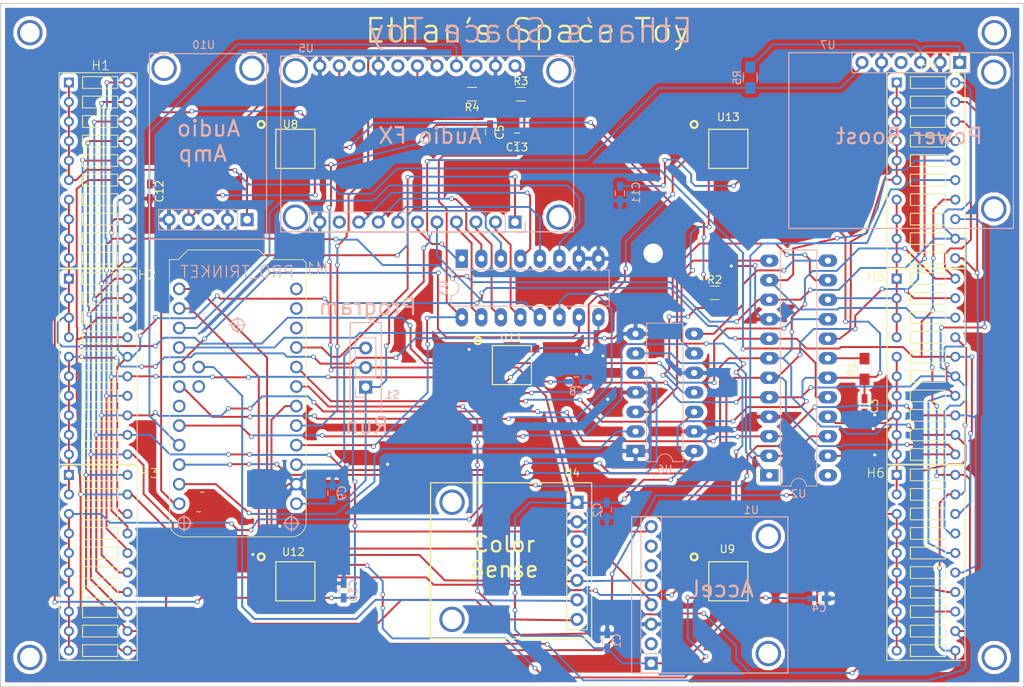
<source format=kicad_pcb>
(kicad_pcb (version 4) (host pcbnew 4.0.6)
  (layers (0 F.Cu signal) (31 B.Cu signal) (34 B.Paste user) (35 F.Paste user) (36 B.SilkS user) (37 F.SilkS user) (38 B.Mask user) (39 F.Mask user) (44 Edge.Cuts user))
  (net 0 "")
  (net 1 +5V)
  (net 2 GND)
  (net 3 +BATT)
  (net 4 +5VP)
  (net 5 +3V3)
  (net 6 SEG_C)
  (net 7 DIG_6)
  (net 8 DIG_7)
  (net 9 DIG_0)
  (net 10 DIG_1)
  (net 11 SEG_B)
  (net 12 DIG_5)
  (net 13 DIG_4)
  (net 14 DIG_2)
  (net 15 DIG_3)
  (net 16 SEG_A)
  (net 17 SEG_DP)
  (net 18 SEG_G)
  (net 19 SEG_F)
  (net 20 SEG_E)
  (net 21 SEG_D)
  (net 22 FX_RST)
  (net 23 /NEO_PIXEL)
  (net 24 COLOR_LED_EN_N)
  (net 25 XL_INT)
  (net 26 FX_RX)
  (net 27 TRIG_COM)
  (net 28 /SS)
  (net 29 /MOSI)
  (net 30 FX_TX)
  (net 31 /SCK)
  (net 32 TRIG_A)
  (net 33 TRIG_B)
  (net 34 TRIG_C)
  (net 35 TRIG_INH)
  (net 36 SDA)
  (net 37 SCL)
  (net 38 "Net-(M1-PadA6)")
  (net 39 COLOR_INT)
  (net 40 "Net-(M1-PadAREF)")
  (net 41 "Net-(M1-PadRST)")
  (net 42 "Net-(M1-PadRX)")
  (net 43 "Net-(M1-PadTX)")
  (net 44 USB_5V)
  (net 45 "Net-(R1-Pad2)")
  (net 46 "Net-(R2-Pad1)")
  (net 47 "Net-(R2-Pad2)")
  (net 48 "Net-(R3-Pad1)")
  (net 49 "Net-(U1-Pad2)")
  (net 50 "Net-(U1-Pad6)")
  (net 51 "Net-(U1-Pad7)")
  (net 52 MOSI_5V)
  (net 53 SCK_5V)
  (net 54 SS_5V)
  (net 55 "Net-(U2-Pad24)")
  (net 56 "Net-(U3-Pad1)")
  (net 57 "Net-(U3-Pad2)")
  (net 58 "Net-(U3-Pad4)")
  (net 59 "Net-(U3-Pad12)")
  (net 60 "Net-(U3-Pad5)")
  (net 61 "Net-(U3-Pad13)")
  (net 62 "Net-(U3-Pad14)")
  (net 63 "Net-(U3-Pad15)")
  (net 64 "Net-(U4-Pad3)")
  (net 65 "Net-(U10-Pad1)")
  (net 66 "Net-(U5-Pad14)")
  (net 67 "Net-(U5-Pad16)")
  (net 68 "Net-(U5-Pad20)")
  (net 69 "Net-(U5-Pad10)")
  (net 70 "Net-(U12-Pad2)")
  (net 71 "Net-(U13-Pad2)")
  (net 72 "Net-(U12-Pad4)")
  (net 73 "Net-(U10-Pad3)")
  (net 74 "Net-(U11-Pad4)")
  (net 75 "Net-(U11-Pad2)")
  (net 76 "Net-(U7-Pad4)")
  (module myfootprint:MountingHole_p1in (layer F.Cu) (at 157.5435 96.012)
    (fp_text reference REF** hide)
    (fp_text value MountingHole_p1in hide)
    (pad "" thru_hole circle (at 0 0) (size 3.302 3.302) (drill 2.54) (layers *.Cu *.Mask))
  )
  (module adafruit:PowerBoost1000 (layer B.Cu) (at 197.4215 71.1835 90)
    (fp_text reference U7 (at 2.286 -17.145 180) (layer B.SilkS) (effects (justify mirror)))
    (fp_text value PowerBoost1000 hide)
    (pad "" thru_hole circle (at -19.05 4.445 90) (size 3.302 3.302) (drill 2.54) (layers *.Cu *.Mask))
    (pad 1 thru_hole rect (at 0 0 90) (size 1.7 1.7) (drill 1) (layers *.Cu *.Mask) (net 3 +BATT))
    (pad 2 thru_hole oval (at 0 -2.54 90) (size 1.7 1.7) (drill 1) (layers *.Cu *.Mask) (net 2 GND))
    (pad 3 thru_hole oval (at 0 -5.08 90) (size 1.7 1.7) (drill 1) (layers *.Cu *.Mask) (net 3 +BATT))
    (pad 4 thru_hole oval (at 0 -7.62 90) (size 1.7 1.7) (drill 1) (layers *.Cu *.Mask) (net 76 "Net-(U7-Pad4)"))
    (pad 5 thru_hole oval (at 0 -10.16 90) (size 1.7 1.7) (drill 1) (layers *.Cu *.Mask) (net 2 GND))
    (pad 6 thru_hole oval (at 0 -12.7 90) (size 1.7 1.7) (drill 1) (layers *.Cu *.Mask) (net 4 +5VP))
    (pad "" thru_hole circle (at -1.27 4.445 90) (size 3.302 3.302) (drill 2.54) (layers *.Cu *.Mask))
  )
  (module myfootprint:MountingHole_p1in (layer F.Cu) (at 76.454 148.59)
    (fp_text reference REF** hide)
    (fp_text value MountingHole_p1in hide)
    (pad "" thru_hole circle (at 0 0) (size 3.302 3.302) (drill 2.54) (layers *.Cu *.Mask))
  )
  (module myfootprint:MountingHole_p1in (layer F.Cu) (at 201.93 148.59)
    (fp_text reference REF** hide)
    (fp_text value MountingHole_p1in hide)
    (pad "" thru_hole circle (at 0 0) (size 3.302 3.302) (drill 2.54) (layers *.Cu *.Mask))
  )
  (module myfootprint:MountingHole_p1in (layer F.Cu) (at 76.454 67.31)
    (fp_text reference REF** hide)
    (fp_text value MountingHole_p1in hide)
    (pad "" thru_hole circle (at 0 0) (size 3.302 3.302) (drill 2.54) (layers *.Cu *.Mask))
  )
  (module PROTRINKET (layer B.Cu) (at 103.505 105.3465)
    (fp_text reference M1 (at 10.2235 -7.366) (layer B.SilkS) (effects (justify mirror)))
    (fp_text value PRO_TRINKET (at -0.0635 -6.9215) (layer B.SilkS) (effects (justify mirror)))
    (fp_text user ~ (at 7.23646 8.89) (layer F.SilkS) (effects (font (size 1.016 1.016) (thickness 0.1016))))
    (fp_text user ~ (at 7.112 11.43) (layer F.SilkS) (effects (font (size 1.016 1.016) (thickness 0.1016))))
    (fp_text user ~ (at -4.572 21.717) (layer F.SilkS) (effects (font (size 1.016 1.016) (thickness 0.1016))))
    (fp_text user ~ (at 7.23646 3.81) (layer F.SilkS) (effects (font (size 1.016 1.016) (thickness 0.1016))))
    (fp_text user ~ (at -6.35 17.907 180) (layer F.SilkS) (effects (font (size 1.016 1.016) (thickness 0.1016))))
    (fp_text user ~ (at -5.08 24.257) (layer F.SilkS) (effects (font (size 1.016 1.016) (thickness 0.1016))))
    (pad 3 thru_hole circle (at 7.62 2.921) (size 1.64846 1.64846) (drill 1.09982) (layers *.Cu *.Mask) (net 22 FX_RST))
    (pad 4 thru_hole circle (at 7.62 5.461) (size 1.64846 1.64846) (drill 1.09982) (layers *.Cu *.Mask) (net 23 /NEO_PIXEL))
    (pad 5 thru_hole circle (at 7.62 8.001) (size 1.64846 1.64846) (drill 1.09982) (layers *.Cu *.Mask) (net 24 COLOR_LED_EN_N))
    (pad 6 thru_hole circle (at 7.62 10.541) (size 1.64846 1.64846) (drill 1.09982) (layers *.Cu *.Mask) (net 25 XL_INT))
    (pad 8 thru_hole circle (at 7.62 13.081) (size 1.64846 1.64846) (drill 1.09982) (layers *.Cu *.Mask) (net 26 FX_RX))
    (pad 9 thru_hole circle (at -7.62 23.241) (size 1.64846 1.64846) (drill 1.09982) (layers *.Cu *.Mask) (net 27 TRIG_COM))
    (pad 10 thru_hole circle (at -7.62 20.69846) (size 1.64846 1.64846) (drill 1.09982) (layers *.Cu *.Mask) (net 28 /SS))
    (pad 11 thru_hole circle (at -7.62 18.161) (size 1.64846 1.64846) (drill 1.09982) (layers *.Cu *.Mask) (net 29 /MOSI))
    (pad 12 thru_hole circle (at -7.62 15.621) (size 1.64846 1.64846) (drill 1.09982) (layers *.Cu *.Mask) (net 30 FX_TX))
    (pad 13 thru_hole circle (at -7.62 13.081) (size 1.64846 1.64846) (drill 1.09982) (layers *.Cu *.Mask) (net 31 /SCK))
    (pad A0 thru_hole circle (at -7.62 8.001) (size 1.64846 1.64846) (drill 1.09982) (layers *.Cu *.Mask) (net 32 TRIG_A))
    (pad A1 thru_hole circle (at -7.62 5.461) (size 1.64846 1.64846) (drill 1.09982) (layers *.Cu *.Mask) (net 33 TRIG_B))
    (pad A2 thru_hole circle (at -7.62 2.921) (size 1.64846 1.64846) (drill 1.09982) (layers *.Cu *.Mask) (net 34 TRIG_C))
    (pad A3 thru_hole circle (at -7.62 0.381) (size 1.64846 1.64846) (drill 1.09982) (layers *.Cu *.Mask) (net 35 TRIG_INH))
    (pad A4 thru_hole circle (at -7.62 -2.159) (size 1.64846 1.64846) (drill 1.09982) (layers *.Cu *.Mask) (net 36 SDA))
    (pad A5 thru_hole circle (at -7.62 -4.699) (size 1.64846 1.64846) (drill 1.09982) (layers *.Cu *.Mask) (net 37 SCL))
    (pad A6 thru_hole circle (at -5.08 8.001) (size 1.64846 1.64846) (drill 1.09982) (layers *.Cu *.Mask) (net 38 "Net-(M1-PadA6)"))
    (pad A7 thru_hole circle (at -5.08 5.461) (size 1.64846 1.64846) (drill 1.09982) (layers *.Cu *.Mask) (net 39 COLOR_INT))
    (pad AREF thru_hole circle (at -7.62 10.541) (size 1.64846 1.64846) (drill 1.09982) (layers *.Cu *.Mask) (net 40 "Net-(M1-PadAREF)"))
    (pad BAT+ thru_hole circle (at 7.62 23.241) (size 1.64846 1.64846) (drill 1.09982) (layers *.Cu *.Mask) (net 4 +5VP))
    (pad GND thru_hole circle (at 7.62 20.69846) (size 1.64846 1.64846) (drill 1.09982) (layers *.Cu *.Mask) (net 2 GND))
    (pad RST thru_hole circle (at 7.62 -4.699) (size 1.64846 1.64846) (drill 1.09982) (layers *.Cu *.Mask) (net 41 "Net-(M1-PadRST)"))
    (pad RX thru_hole circle (at 7.62 -2.159) (size 1.64846 1.64846) (drill 1.09982) (layers *.Cu *.Mask) (net 42 "Net-(M1-PadRX)"))
    (pad TX thru_hole circle (at 7.62 0.381) (size 1.64846 1.64846) (drill 1.09982) (layers *.Cu *.Mask) (net 43 "Net-(M1-PadTX)"))
    (pad USB thru_hole circle (at 7.62 18.161) (size 1.64846 1.64846) (drill 1.09982) (layers *.Cu *.Mask) (net 44 USB_5V))
    (pad VCC thru_hole circle (at 7.62 15.621) (size 1.64846 1.64846) (drill 1.09982) (layers *.Cu *.Mask) (net 5 +3V3))
  )
  (module ledDisplay:HDSP48 (layer F.Cu) (at 83.7565 108.5215)
    (fp_text reference H2 (at 7.9375 -9.7155) (layer F.SilkS) (effects (font (size 1.2 1.2) (thickness 0.12))))
    (fp_text value HDSP-4820 hide)
    (pad 1 thru_hole rect (at -2.2225 -9.2075 270) (size 1.3 1.3) (drill 0.8) (layers *.Cu *.Mask) (net 11 SEG_B))
    (pad 2 thru_hole circle (at -2.2225 -6.6675 270) (size 1.3 1.3) (drill 0.8) (layers *.Cu *.Mask) (net 11 SEG_B))
    (pad 3 thru_hole circle (at -2.2225 -4.1275 270) (size 1.3 1.3) (drill 0.8) (layers *.Cu *.Mask) (net 11 SEG_B))
    (pad 4 thru_hole circle (at -2.2225 -1.5875 270) (size 1.3 1.3) (drill 0.8) (layers *.Cu *.Mask) (net 11 SEG_B))
    (pad 13 thru_hole circle (at 5.3975 8.5725 270) (size 1.3 1.3) (drill 0.8) (layers *.Cu *.Mask) (net 13 DIG_4))
    (pad 14 thru_hole circle (at 5.3975 6.0325 270) (size 1.3 1.3) (drill 0.8) (layers *.Cu *.Mask) (net 12 DIG_5))
    (pad 15 thru_hole circle (at 5.3975 3.4925 270) (size 1.3 1.3) (drill 0.8) (layers *.Cu *.Mask) (net 7 DIG_6))
    (pad 16 thru_hole circle (at 5.3975 0.9525 270) (size 1.3 1.3) (drill 0.8) (layers *.Cu *.Mask) (net 8 DIG_7))
    (pad 5 thru_hole circle (at -2.2225 0.9525 270) (size 1.3 1.3) (drill 0.8) (layers *.Cu *.Mask) (net 16 SEG_A))
    (pad 6 thru_hole circle (at -2.2225 3.4925 270) (size 1.3 1.3) (drill 0.8) (layers *.Cu *.Mask) (net 16 SEG_A))
    (pad 7 thru_hole circle (at -2.2225 6.0325 270) (size 1.3 1.3) (drill 0.8) (layers *.Cu *.Mask) (net 16 SEG_A))
    (pad 8 thru_hole circle (at -2.2225 8.5725 270) (size 1.3 1.3) (drill 0.8) (layers *.Cu *.Mask) (net 16 SEG_A))
    (pad 12 thru_hole circle (at 5.3975 11.1125 270) (size 1.3 1.3) (drill 0.8) (layers *.Cu *.Mask) (net 15 DIG_3))
    (pad 11 thru_hole circle (at 5.3975 13.6525 270) (size 1.3 1.3) (drill 0.8) (layers *.Cu *.Mask) (net 14 DIG_2))
    (pad 10 thru_hole circle (at -2.2225 13.6525 270) (size 1.3 1.3) (drill 0.8) (layers *.Cu *.Mask) (net 16 SEG_A))
    (pad 9 thru_hole circle (at -2.2225 11.1125 270) (size 1.3 1.3) (drill 0.8) (layers *.Cu *.Mask) (net 16 SEG_A))
    (pad 17 thru_hole circle (at 5.3975 -1.5875 270) (size 1.3 1.3) (drill 0.8) (layers *.Cu *.Mask) (net 9 DIG_0))
    (pad 18 thru_hole circle (at 5.3975 -4.1275 270) (size 1.3 1.3) (drill 0.8) (layers *.Cu *.Mask) (net 10 DIG_1))
    (pad 19 thru_hole circle (at 5.3975 -6.6675 270) (size 1.3 1.3) (drill 0.8) (layers *.Cu *.Mask) (net 14 DIG_2))
    (pad 20 thru_hole circle (at 5.3975 -9.2075 270) (size 1.3 1.3) (drill 0.8) (layers *.Cu *.Mask) (net 15 DIG_3))
  )
  (module adafruit:NeoPixel5050 (layer F.Cu) (at 167.3225 82.423)
    (fp_text reference U13 (at 0 -4.1275) (layer F.SilkS))
    (fp_text value NeoPixel-5050 hide)
    (pad 3 smd rect (at 2.54 2.14) (size 1.9812 0.9906) (layers F.Cu F.Paste F.Mask) (net 1 +5V))
    (pad 4 smd rect (at 2.54 -2.14) (size 1.9812 0.9906) (layers F.Cu F.Paste F.Mask) (net 75 "Net-(U11-Pad2)"))
    (pad 2 smd rect (at -2.54 2.14) (size 1.9812 0.9906) (layers F.Cu F.Paste F.Mask) (net 71 "Net-(U13-Pad2)"))
    (pad 1 smd rect (at -2.54 -2.14) (size 1.9812 0.9906) (layers F.Cu F.Paste F.Mask) (net 2 GND))
  )
  (module adafruit:NeoPixel5050 (layer F.Cu) (at 139.1666 110.5535)
    (fp_text reference U11 (at -0.1016 -3.556) (layer F.SilkS))
    (fp_text value NeoPixel-5050 hide)
    (pad 3 smd rect (at 2.54 2.14) (size 1.9812 0.9906) (layers F.Cu F.Paste F.Mask) (net 1 +5V))
    (pad 4 smd rect (at 2.54 -2.14) (size 1.9812 0.9906) (layers F.Cu F.Paste F.Mask) (net 74 "Net-(U11-Pad4)"))
    (pad 2 smd rect (at -2.54 2.14) (size 1.9812 0.9906) (layers F.Cu F.Paste F.Mask) (net 75 "Net-(U11-Pad2)"))
    (pad 1 smd rect (at -2.54 -2.14) (size 1.9812 0.9906) (layers F.Cu F.Paste F.Mask) (net 2 GND))
  )
  (module adafruit:NeoPixel5050 (layer F.Cu) (at 110.998 138.684)
    (fp_text reference U12 (at -0.254 -3.81) (layer F.SilkS))
    (fp_text value NeoPixel-5050 hide)
    (pad 3 smd rect (at 2.54 2.14) (size 1.9812 0.9906) (layers F.Cu F.Paste F.Mask) (net 1 +5V))
    (pad 4 smd rect (at 2.54 -2.14) (size 1.9812 0.9906) (layers F.Cu F.Paste F.Mask) (net 72 "Net-(U12-Pad4)"))
    (pad 2 smd rect (at -2.54 2.14) (size 1.9812 0.9906) (layers F.Cu F.Paste F.Mask) (net 70 "Net-(U12-Pad2)"))
    (pad 1 smd rect (at -2.54 -2.14) (size 1.9812 0.9906) (layers F.Cu F.Paste F.Mask) (net 2 GND))
  )
  (module adafruit:PAM8302 (layer B.Cu) (at 104.7115 91.6305 90)
    (fp_text reference U10 (at 22.733 -5.6515 180) (layer B.SilkS) (effects (justify mirror)))
    (fp_text value PAM8302 hide)
    (pad "" thru_hole circle (at 19.685 0.635 90) (size 3.302 3.302) (drill 2.54) (layers *.Cu *.Mask))
    (pad 1 thru_hole rect (at 0 0 90) (size 1.7 1.7) (drill 1) (layers *.Cu *.Mask) (net 65 "Net-(U10-Pad1)"))
    (pad 2 thru_hole oval (at 0 -2.54 90) (size 1.7 1.7) (drill 1) (layers *.Cu *.Mask) (net 2 GND))
    (pad 3 thru_hole oval (at 0 -5.08 90) (size 1.7 1.7) (drill 1) (layers *.Cu *.Mask) (net 73 "Net-(U10-Pad3)"))
    (pad 4 thru_hole oval (at 0 -7.62 90) (size 1.7 1.7) (drill 1) (layers *.Cu *.Mask) (net 1 +5V))
    (pad 5 thru_hole oval (at 0 -10.16 90) (size 1.7 1.7) (drill 1) (layers *.Cu *.Mask) (net 2 GND))
    (pad "" thru_hole circle (at 19.685 -10.795 90) (size 3.302 3.302) (drill 2.54) (layers *.Cu *.Mask))
  )
  (module adafruit:NeoPixel5050 (layer F.Cu) (at 167.3225 138.684)
    (fp_text reference U9 (at -0.127 -4.191) (layer F.SilkS))
    (fp_text value NeoPixel-5050 hide)
    (pad 3 smd rect (at 2.54 2.14) (size 1.9812 0.9906) (layers F.Cu F.Paste F.Mask) (net 1 +5V))
    (pad 4 smd rect (at 2.54 -2.14) (size 1.9812 0.9906) (layers F.Cu F.Paste F.Mask) (net 71 "Net-(U13-Pad2)"))
    (pad 2 smd rect (at -2.54 2.14) (size 1.9812 0.9906) (layers F.Cu F.Paste F.Mask) (net 72 "Net-(U12-Pad4)"))
    (pad 1 smd rect (at -2.54 -2.14) (size 1.9812 0.9906) (layers F.Cu F.Paste F.Mask) (net 2 GND))
  )
  (module adafruit:NeoPixel5050 (layer F.Cu) (at 110.998 82.423)
    (fp_text reference U8 (at -0.635 -3.175) (layer F.SilkS))
    (fp_text value NeoPixel-5050 hide)
    (pad 3 smd rect (at 2.54 2.14) (size 1.9812 0.9906) (layers F.Cu F.Paste F.Mask) (net 1 +5V))
    (pad 4 smd rect (at 2.54 -2.14) (size 1.9812 0.9906) (layers F.Cu F.Paste F.Mask) (net 70 "Net-(U12-Pad2)"))
    (pad 2 smd rect (at -2.54 2.14) (size 1.9812 0.9906) (layers F.Cu F.Paste F.Mask) (net 46 "Net-(R2-Pad1)"))
    (pad 1 smd rect (at -2.54 -2.14) (size 1.9812 0.9906) (layers F.Cu F.Paste F.Mask) (net 2 GND))
  )
  (module Housings_DIP:DIP-14_W7.62mm_LongPads (layer B.Cu) (at 155.2575 121.7295)
    (fp_text reference U6 (at 3.81 2.39) (layer B.SilkS) (effects (justify mirror)))
    (fp_text value 74AHC125)
    (pad 1 thru_hole rect (at 0 0) (size 2.4 1.6) (drill 0.8) (layers *.Cu *.Mask) (net 2 GND))
    (pad 8 thru_hole oval (at 7.62 -15.24) (size 2.4 1.6) (drill 0.8) (layers *.Cu *.Mask) (net 53 SCK_5V))
    (pad 2 thru_hole oval (at 0 -2.54) (size 2.4 1.6) (drill 0.8) (layers *.Cu *.Mask) (net 28 /SS))
    (pad 9 thru_hole oval (at 7.62 -12.7) (size 2.4 1.6) (drill 0.8) (layers *.Cu *.Mask) (net 31 /SCK))
    (pad 3 thru_hole oval (at 0 -5.08) (size 2.4 1.6) (drill 0.8) (layers *.Cu *.Mask) (net 54 SS_5V))
    (pad 10 thru_hole oval (at 7.62 -10.16) (size 2.4 1.6) (drill 0.8) (layers *.Cu *.Mask) (net 2 GND))
    (pad 4 thru_hole oval (at 0 -7.62) (size 2.4 1.6) (drill 0.8) (layers *.Cu *.Mask) (net 2 GND))
    (pad 11 thru_hole oval (at 7.62 -7.62) (size 2.4 1.6) (drill 0.8) (layers *.Cu *.Mask) (net 47 "Net-(R2-Pad2)"))
    (pad 5 thru_hole oval (at 0 -10.16) (size 2.4 1.6) (drill 0.8) (layers *.Cu *.Mask) (net 29 /MOSI))
    (pad 12 thru_hole oval (at 7.62 -5.08) (size 2.4 1.6) (drill 0.8) (layers *.Cu *.Mask) (net 23 /NEO_PIXEL))
    (pad 6 thru_hole oval (at 0 -12.7) (size 2.4 1.6) (drill 0.8) (layers *.Cu *.Mask) (net 52 MOSI_5V))
    (pad 13 thru_hole oval (at 7.62 -2.54) (size 2.4 1.6) (drill 0.8) (layers *.Cu *.Mask) (net 2 GND))
    (pad 7 thru_hole oval (at 0 -15.24) (size 2.4 1.6) (drill 0.8) (layers *.Cu *.Mask) (net 2 GND))
    (pad 14 thru_hole oval (at 7.62 0) (size 2.4 1.6) (drill 0.8) (layers *.Cu *.Mask) (net 1 +5V))
  )
  (module adafruit:AudioFXMini (layer B.Cu) (at 139.573 91.948 90)
    (fp_text reference U5 (at 22.606 -27.178 180) (layer B.SilkS) (effects (justify mirror)))
    (fp_text value AuxdioFXMini hide)
    (pad "" thru_hole oval (at 19.685 -28.575 90) (size 3.302 3.302) (drill 2.54) (layers *.Cu *.Mask))
    (pad "" thru_hole oval (at 0.635 -28.575 90) (size 3.302 3.302) (drill 2.54) (layers *.Cu *.Mask))
    (pad "" thru_hole oval (at 0.635 5.715 90) (size 3.302 3.302) (drill 2.54) (layers *.Cu *.Mask))
    (pad 12 thru_hole oval (at 20.32 -25.4 90) (size 1.7 1.7) (drill 1) (layers *.Cu *.Mask) (net 2 GND))
    (pad 13 thru_hole oval (at 20.32 -22.86 90) (size 1.7 1.7) (drill 1) (layers *.Cu *.Mask) (net 65 "Net-(U10-Pad1)"))
    (pad 14 thru_hole oval (at 20.32 -20.32 90) (size 1.7 1.7) (drill 1) (layers *.Cu *.Mask) (net 66 "Net-(U5-Pad14)"))
    (pad 15 thru_hole oval (at 20.32 -17.78 90) (size 1.7 1.7) (drill 1) (layers *.Cu *.Mask) (net 2 GND))
    (pad 16 thru_hole oval (at 20.32 -15.24 90) (size 1.7 1.7) (drill 1) (layers *.Cu *.Mask) (net 67 "Net-(U5-Pad16)"))
    (pad 17 thru_hole oval (at 20.32 -12.7 90) (size 1.7 1.7) (drill 1) (layers *.Cu *.Mask) (net 48 "Net-(R3-Pad1)"))
    (pad 18 thru_hole oval (at 20.32 -10.16 90) (size 1.7 1.7) (drill 1) (layers *.Cu *.Mask) (net 26 FX_RX))
    (pad 19 thru_hole oval (at 20.32 -7.62 90) (size 1.7 1.7) (drill 1) (layers *.Cu *.Mask) (net 30 FX_TX))
    (pad 20 thru_hole oval (at 20.32 -5.08 90) (size 1.7 1.7) (drill 1) (layers *.Cu *.Mask) (net 68 "Net-(U5-Pad20)"))
    (pad 21 thru_hole oval (at 20.32 -2.54 90) (size 1.7 1.7) (drill 1) (layers *.Cu *.Mask) (net 2 GND))
    (pad 22 thru_hole oval (at 20.32 0 90) (size 1.7 1.7) (drill 1) (layers *.Cu *.Mask) (net 5 +3V3))
    (pad 1 thru_hole rect (at 0 0 90) (size 1.7 1.7) (drill 1) (layers *.Cu *.Mask) (net 22 FX_RST))
    (pad 2 thru_hole oval (at 0 -2.54 90) (size 1.7 1.7) (drill 1) (layers *.Cu *.Mask) (net 61 "Net-(U3-Pad13)"))
    (pad 3 thru_hole oval (at 0 -5.08 90) (size 1.7 1.7) (drill 1) (layers *.Cu *.Mask) (net 62 "Net-(U3-Pad14)"))
    (pad 4 thru_hole oval (at 0 -7.62 90) (size 1.7 1.7) (drill 1) (layers *.Cu *.Mask) (net 63 "Net-(U3-Pad15)"))
    (pad 5 thru_hole oval (at 0 -10.16 90) (size 1.7 1.7) (drill 1) (layers *.Cu *.Mask) (net 59 "Net-(U3-Pad12)"))
    (pad 6 thru_hole oval (at 0 -12.7 90) (size 1.7 1.7) (drill 1) (layers *.Cu *.Mask) (net 56 "Net-(U3-Pad1)"))
    (pad 7 thru_hole oval (at 0 -15.24 90) (size 1.7 1.7) (drill 1) (layers *.Cu *.Mask) (net 60 "Net-(U3-Pad5)"))
    (pad 8 thru_hole oval (at 0 -17.78 90) (size 1.7 1.7) (drill 1) (layers *.Cu *.Mask) (net 57 "Net-(U3-Pad2)"))
    (pad 9 thru_hole oval (at 0 -20.32 90) (size 1.7 1.7) (drill 1) (layers *.Cu *.Mask) (net 58 "Net-(U3-Pad4)"))
    (pad 10 thru_hole oval (at 0 -22.86 90) (size 1.7 1.7) (drill 1) (layers *.Cu *.Mask) (net 69 "Net-(U5-Pad10)"))
    (pad 11 thru_hole oval (at 0 -25.4 90) (size 1.7 1.7) (drill 1) (layers *.Cu *.Mask) (net 2 GND))
    (pad "" thru_hole oval (at 19.685 5.715 90) (size 3.302 3.302) (drill 2.54) (layers *.Cu *.Mask))
  )
  (module adafruit:TCS34725 (layer F.Cu) (at 147.6375 128.397)
    (fp_text reference U4 (at -0.635 -3.81) (layer F.SilkS))
    (fp_text value TCS34725 hide)
    (pad "" thru_hole circle (at -16.256 15.24) (size 3.302 3.302) (drill 2.54) (layers *.Cu *.Mask))
    (pad 1 thru_hole rect (at 0 0) (size 1.7 1.7) (drill 1) (layers *.Cu *.Mask) (net 1 +5V))
    (pad 2 thru_hole oval (at 0 2.54) (size 1.7 1.7) (drill 1) (layers *.Cu *.Mask) (net 2 GND))
    (pad 3 thru_hole oval (at 0 5.08) (size 1.7 1.7) (drill 1) (layers *.Cu *.Mask) (net 64 "Net-(U4-Pad3)"))
    (pad 4 thru_hole oval (at 0 7.62) (size 1.7 1.7) (drill 1) (layers *.Cu *.Mask) (net 37 SCL))
    (pad 5 thru_hole oval (at 0 10.16) (size 1.7 1.7) (drill 1) (layers *.Cu *.Mask) (net 36 SDA))
    (pad 6 thru_hole oval (at 0 12.7) (size 1.7 1.7) (drill 1) (layers *.Cu *.Mask) (net 39 COLOR_INT))
    (pad 7 thru_hole oval (at 0 15.24) (size 1.7 1.7) (drill 1) (layers *.Cu *.Mask) (net 24 COLOR_LED_EN_N))
    (pad "" thru_hole circle (at -16.256 0) (size 3.302 3.302) (drill 2.54) (layers *.Cu *.Mask))
  )
  (module Housings_DIP:DIP-16_W7.62mm_LongPads (layer B.Cu) (at 132.6515 96.7105 270)
    (fp_text reference U3 (at 3.81 2.39 270) (layer B.SilkS) (effects (justify mirror)))
    (fp_text value SN74LV4051)
    (pad 1 thru_hole rect (at 0 0 270) (size 2.4 1.6) (drill 0.8) (layers *.Cu *.Mask) (net 56 "Net-(U3-Pad1)"))
    (pad 9 thru_hole oval (at 7.62 -17.78 270) (size 2.4 1.6) (drill 0.8) (layers *.Cu *.Mask) (net 34 TRIG_C))
    (pad 2 thru_hole oval (at 0 -2.54 270) (size 2.4 1.6) (drill 0.8) (layers *.Cu *.Mask) (net 57 "Net-(U3-Pad2)"))
    (pad 10 thru_hole oval (at 7.62 -15.24 270) (size 2.4 1.6) (drill 0.8) (layers *.Cu *.Mask) (net 33 TRIG_B))
    (pad 3 thru_hole oval (at 0 -5.08 270) (size 2.4 1.6) (drill 0.8) (layers *.Cu *.Mask) (net 27 TRIG_COM))
    (pad 11 thru_hole oval (at 7.62 -12.7 270) (size 2.4 1.6) (drill 0.8) (layers *.Cu *.Mask) (net 32 TRIG_A))
    (pad 4 thru_hole oval (at 0 -7.62 270) (size 2.4 1.6) (drill 0.8) (layers *.Cu *.Mask) (net 58 "Net-(U3-Pad4)"))
    (pad 12 thru_hole oval (at 7.62 -10.16 270) (size 2.4 1.6) (drill 0.8) (layers *.Cu *.Mask) (net 59 "Net-(U3-Pad12)"))
    (pad 5 thru_hole oval (at 0 -10.16 270) (size 2.4 1.6) (drill 0.8) (layers *.Cu *.Mask) (net 60 "Net-(U3-Pad5)"))
    (pad 13 thru_hole oval (at 7.62 -7.62 270) (size 2.4 1.6) (drill 0.8) (layers *.Cu *.Mask) (net 61 "Net-(U3-Pad13)"))
    (pad 6 thru_hole oval (at 0 -12.7 270) (size 2.4 1.6) (drill 0.8) (layers *.Cu *.Mask) (net 35 TRIG_INH))
    (pad 14 thru_hole oval (at 7.62 -5.08 270) (size 2.4 1.6) (drill 0.8) (layers *.Cu *.Mask) (net 62 "Net-(U3-Pad14)"))
    (pad 7 thru_hole oval (at 0 -15.24 270) (size 2.4 1.6) (drill 0.8) (layers *.Cu *.Mask) (net 2 GND))
    (pad 15 thru_hole oval (at 7.62 -2.54 270) (size 2.4 1.6) (drill 0.8) (layers *.Cu *.Mask) (net 63 "Net-(U3-Pad15)"))
    (pad 8 thru_hole oval (at 0 -17.78 270) (size 2.4 1.6) (drill 0.8) (layers *.Cu *.Mask) (net 2 GND))
    (pad 16 thru_hole oval (at 7.62 0 270) (size 2.4 1.6) (drill 0.8) (layers *.Cu *.Mask) (net 5 +3V3))
  )
  (module Housings_DIP:DIP-24_W7.62mm_LongPads (layer B.Cu) (at 172.6565 124.9045)
    (fp_text reference U2 (at 3.81 2.39) (layer B.SilkS) (effects (justify mirror)))
    (fp_text value MAX7219)
    (pad 1 thru_hole rect (at 0 0) (size 2.4 1.6) (drill 0.8) (layers *.Cu *.Mask) (net 52 MOSI_5V))
    (pad 13 thru_hole oval (at 7.62 -27.94) (size 2.4 1.6) (drill 0.8) (layers *.Cu *.Mask) (net 53 SCK_5V))
    (pad 2 thru_hole oval (at 0 -2.54) (size 2.4 1.6) (drill 0.8) (layers *.Cu *.Mask) (net 9 DIG_0))
    (pad 14 thru_hole oval (at 7.62 -25.4) (size 2.4 1.6) (drill 0.8) (layers *.Cu *.Mask) (net 16 SEG_A))
    (pad 3 thru_hole oval (at 0 -5.08) (size 2.4 1.6) (drill 0.8) (layers *.Cu *.Mask) (net 13 DIG_4))
    (pad 15 thru_hole oval (at 7.62 -22.86) (size 2.4 1.6) (drill 0.8) (layers *.Cu *.Mask) (net 19 SEG_F))
    (pad 4 thru_hole oval (at 0 -7.62) (size 2.4 1.6) (drill 0.8) (layers *.Cu *.Mask) (net 2 GND))
    (pad 16 thru_hole oval (at 7.62 -20.32) (size 2.4 1.6) (drill 0.8) (layers *.Cu *.Mask) (net 11 SEG_B))
    (pad 5 thru_hole oval (at 0 -10.16) (size 2.4 1.6) (drill 0.8) (layers *.Cu *.Mask) (net 7 DIG_6))
    (pad 17 thru_hole oval (at 7.62 -17.78) (size 2.4 1.6) (drill 0.8) (layers *.Cu *.Mask) (net 18 SEG_G))
    (pad 6 thru_hole oval (at 0 -12.7) (size 2.4 1.6) (drill 0.8) (layers *.Cu *.Mask) (net 14 DIG_2))
    (pad 18 thru_hole oval (at 7.62 -15.24) (size 2.4 1.6) (drill 0.8) (layers *.Cu *.Mask) (net 45 "Net-(R1-Pad2)"))
    (pad 7 thru_hole oval (at 0 -15.24) (size 2.4 1.6) (drill 0.8) (layers *.Cu *.Mask) (net 15 DIG_3))
    (pad 19 thru_hole oval (at 7.62 -12.7) (size 2.4 1.6) (drill 0.8) (layers *.Cu *.Mask) (net 1 +5V))
    (pad 8 thru_hole oval (at 0 -17.78) (size 2.4 1.6) (drill 0.8) (layers *.Cu *.Mask) (net 8 DIG_7))
    (pad 20 thru_hole oval (at 7.62 -10.16) (size 2.4 1.6) (drill 0.8) (layers *.Cu *.Mask) (net 6 SEG_C))
    (pad 9 thru_hole oval (at 0 -20.32) (size 2.4 1.6) (drill 0.8) (layers *.Cu *.Mask) (net 2 GND))
    (pad 21 thru_hole oval (at 7.62 -7.62) (size 2.4 1.6) (drill 0.8) (layers *.Cu *.Mask) (net 20 SEG_E))
    (pad 10 thru_hole oval (at 0 -22.86) (size 2.4 1.6) (drill 0.8) (layers *.Cu *.Mask) (net 12 DIG_5))
    (pad 22 thru_hole oval (at 7.62 -5.08) (size 2.4 1.6) (drill 0.8) (layers *.Cu *.Mask) (net 17 SEG_DP))
    (pad 11 thru_hole oval (at 0 -25.4) (size 2.4 1.6) (drill 0.8) (layers *.Cu *.Mask) (net 10 DIG_1))
    (pad 23 thru_hole oval (at 7.62 -2.54) (size 2.4 1.6) (drill 0.8) (layers *.Cu *.Mask) (net 21 SEG_D))
    (pad 12 thru_hole oval (at 0 -27.94) (size 2.4 1.6) (drill 0.8) (layers *.Cu *.Mask) (net 54 SS_5V))
    (pad 24 thru_hole oval (at 7.62 0) (size 2.4 1.6) (drill 0.8) (layers *.Cu *.Mask) (net 55 "Net-(U2-Pad24)"))
  )
  (module adafruit:LIS3DH (layer B.Cu) (at 157.2895 149.352)
    (fp_text reference U1 (at 13.0175 -19.939) (layer B.SilkS) (effects (justify mirror)))
    (fp_text value LIS3DH hide)
    (pad "" thru_hole circle (at 15.24 -16.51) (size 3.302 3.302) (drill 2.54) (layers *.Cu *.Mask))
    (pad 1 thru_hole rect (at 0 0) (size 1.7 1.7) (drill 1) (layers *.Cu *.Mask) (net 1 +5V))
    (pad 2 thru_hole oval (at 0 -2.54) (size 1.7 1.7) (drill 1) (layers *.Cu *.Mask) (net 49 "Net-(U1-Pad2)"))
    (pad 3 thru_hole oval (at 0 -5.08) (size 1.7 1.7) (drill 1) (layers *.Cu *.Mask) (net 2 GND))
    (pad 4 thru_hole oval (at 0 -7.62) (size 1.7 1.7) (drill 1) (layers *.Cu *.Mask) (net 37 SCL))
    (pad 5 thru_hole oval (at 0 -10.16) (size 1.7 1.7) (drill 1) (layers *.Cu *.Mask) (net 36 SDA))
    (pad 6 thru_hole oval (at 0 -12.7) (size 1.7 1.7) (drill 1) (layers *.Cu *.Mask) (net 50 "Net-(U1-Pad6)"))
    (pad 7 thru_hole oval (at 0 -15.24) (size 1.7 1.7) (drill 1) (layers *.Cu *.Mask) (net 51 "Net-(U1-Pad7)"))
    (pad 8 thru_hole oval (at 0 -17.78) (size 1.7 1.7) (drill 1) (layers *.Cu *.Mask) (net 25 XL_INT))
    (pad "" thru_hole circle (at 15.24 -1.27) (size 3.302 3.302) (drill 2.54) (layers *.Cu *.Mask))
  )
  (module adafruit:SPDT (layer B.Cu) (at 120.142 113.411)
    (fp_text reference S1 (at 3.4925 1.016) (layer B.SilkS) (effects (justify mirror)))
    (fp_text value SPDT_Switch hide)
    (pad 1 thru_hole rect (at 0 0) (size 1.7 1.7) (drill 1) (layers *.Cu *.Mask) (net 4 +5VP))
    (pad 2 thru_hole oval (at 0 -2.54) (size 1.7 1.7) (drill 1) (layers *.Cu *.Mask) (net 1 +5V))
    (pad 3 thru_hole oval (at 0 -5.08) (size 1.7 1.7) (drill 1) (layers *.Cu *.Mask) (net 44 USB_5V))
  )
  (module Resistors_SMD:R_0805_HandSoldering (layer B.Cu) (at 170.18 73.152 270)
    (fp_text reference R5 (at 0 1.7 270) (layer B.SilkS) (effects (justify mirror)))
    (fp_text value DNP hide)
    (pad 1 smd rect (at -1.35 0 270) (size 1.5 1.3) (layers B.Cu B.Paste B.Mask) (net 3 +BATT))
    (pad 2 smd rect (at 1.35 0 270) (size 1.5 1.3) (layers B.Cu B.Paste B.Mask) (net 4 +5VP))
  )
  (module Resistors_SMD:R_0805_HandSoldering (layer F.Cu) (at 133.985 75.311 180)
    (fp_text reference R4 (at 0 -1.7 180) (layer F.SilkS))
    (fp_text value DNP hide)
    (pad 1 smd rect (at -1.35 0 180) (size 1.5 1.3) (layers F.Cu F.Paste F.Mask) (net 48 "Net-(R3-Pad1)"))
    (pad 2 smd rect (at 1.35 0 180) (size 1.5 1.3) (layers F.Cu F.Paste F.Mask) (net 2 GND))
  )
  (module Resistors_SMD:R_0805_HandSoldering (layer F.Cu) (at 140.335 75.311)
    (fp_text reference R3 (at 0 -1.7) (layer F.SilkS))
    (fp_text value 10k hide)
    (pad 1 smd rect (at -1.35 0) (size 1.5 1.3) (layers F.Cu F.Paste F.Mask) (net 48 "Net-(R3-Pad1)"))
    (pad 2 smd rect (at 1.35 0) (size 1.5 1.3) (layers F.Cu F.Paste F.Mask) (net 5 +3V3))
  )
  (module Resistors_SMD:R_0805_HandSoldering (layer F.Cu) (at 165.5445 101.1555)
    (fp_text reference R2 (at 0 -1.7) (layer F.SilkS))
    (fp_text value 300 hide)
    (pad 1 smd rect (at -1.35 0) (size 1.5 1.3) (layers F.Cu F.Paste F.Mask) (net 46 "Net-(R2-Pad1)"))
    (pad 2 smd rect (at 1.35 0) (size 1.5 1.3) (layers F.Cu F.Paste F.Mask) (net 47 "Net-(R2-Pad2)"))
  )
  (module Resistors_SMD:R_0805_HandSoldering (layer F.Cu) (at 185.039 111.0615 90)
    (fp_text reference R1 (at 0 -1.7 90) (layer F.SilkS))
    (fp_text value 22k hide)
    (pad 1 smd rect (at -1.35 0 90) (size 1.5 1.3) (layers F.Cu F.Paste F.Mask) (net 1 +5V))
    (pad 2 smd rect (at 1.35 0 90) (size 1.5 1.3) (layers F.Cu F.Paste F.Mask) (net 45 "Net-(R1-Pad2)"))
  )
  (module ledDisplay:HDSP48 (layer F.Cu) (at 191.4525 134.0485)
    (fp_text reference H6 (at -4.953 -9.4615) (layer F.SilkS) (effects (font (size 1.2 1.2) (thickness 0.12))))
    (fp_text value HDSP-4820 hide)
    (pad 1 thru_hole rect (at -2.2225 -9.2075 270) (size 1.3 1.3) (drill 0.8) (layers *.Cu *.Mask) (net 20 SEG_E))
    (pad 2 thru_hole circle (at -2.2225 -6.6675 270) (size 1.3 1.3) (drill 0.8) (layers *.Cu *.Mask) (net 20 SEG_E))
    (pad 3 thru_hole circle (at -2.2225 -4.1275 270) (size 1.3 1.3) (drill 0.8) (layers *.Cu *.Mask) (net 21 SEG_D))
    (pad 4 thru_hole circle (at -2.2225 -1.5875 270) (size 1.3 1.3) (drill 0.8) (layers *.Cu *.Mask) (net 21 SEG_D))
    (pad 13 thru_hole circle (at 5.3975 8.5725 270) (size 1.3 1.3) (drill 0.8) (layers *.Cu *.Mask) (net 14 DIG_2))
    (pad 14 thru_hole circle (at 5.3975 6.0325 270) (size 1.3 1.3) (drill 0.8) (layers *.Cu *.Mask) (net 15 DIG_3))
    (pad 15 thru_hole circle (at 5.3975 3.4925 270) (size 1.3 1.3) (drill 0.8) (layers *.Cu *.Mask) (net 13 DIG_4))
    (pad 16 thru_hole circle (at 5.3975 0.9525 270) (size 1.3 1.3) (drill 0.8) (layers *.Cu *.Mask) (net 12 DIG_5))
    (pad 5 thru_hole circle (at -2.2225 0.9525 270) (size 1.3 1.3) (drill 0.8) (layers *.Cu *.Mask) (net 21 SEG_D))
    (pad 6 thru_hole circle (at -2.2225 3.4925 270) (size 1.3 1.3) (drill 0.8) (layers *.Cu *.Mask) (net 21 SEG_D))
    (pad 7 thru_hole circle (at -2.2225 6.0325 270) (size 1.3 1.3) (drill 0.8) (layers *.Cu *.Mask) (net 21 SEG_D))
    (pad 8 thru_hole circle (at -2.2225 8.5725 270) (size 1.3 1.3) (drill 0.8) (layers *.Cu *.Mask) (net 21 SEG_D))
    (pad 12 thru_hole circle (at 5.3975 11.1125 270) (size 1.3 1.3) (drill 0.8) (layers *.Cu *.Mask) (net 10 DIG_1))
    (pad 11 thru_hole circle (at 5.3975 13.6525 270) (size 1.3 1.3) (drill 0.8) (layers *.Cu *.Mask) (net 9 DIG_0))
    (pad 10 thru_hole circle (at -2.2225 13.6525 270) (size 1.3 1.3) (drill 0.8) (layers *.Cu *.Mask) (net 21 SEG_D))
    (pad 9 thru_hole circle (at -2.2225 11.1125 270) (size 1.3 1.3) (drill 0.8) (layers *.Cu *.Mask) (net 21 SEG_D))
    (pad 17 thru_hole circle (at 5.3975 -1.5875 270) (size 1.3 1.3) (drill 0.8) (layers *.Cu *.Mask) (net 7 DIG_6))
    (pad 18 thru_hole circle (at 5.3975 -4.1275 270) (size 1.3 1.3) (drill 0.8) (layers *.Cu *.Mask) (net 8 DIG_7))
    (pad 19 thru_hole circle (at 5.3975 -6.6675 270) (size 1.3 1.3) (drill 0.8) (layers *.Cu *.Mask) (net 9 DIG_0))
    (pad 20 thru_hole circle (at 5.3975 -9.2075 270) (size 1.3 1.3) (drill 0.8) (layers *.Cu *.Mask) (net 10 DIG_1))
  )
  (module ledDisplay:HDSP48 (layer F.Cu) (at 191.4525 108.5215)
    (fp_text reference H5 (at -4.953 -9.4615) (layer F.SilkS) (effects (font (size 1.2 1.2) (thickness 0.12))))
    (fp_text value HDSP-4820 hide)
    (pad 1 thru_hole rect (at -2.2225 -9.2075 270) (size 1.3 1.3) (drill 0.8) (layers *.Cu *.Mask) (net 19 SEG_F))
    (pad 2 thru_hole circle (at -2.2225 -6.6675 270) (size 1.3 1.3) (drill 0.8) (layers *.Cu *.Mask) (net 19 SEG_F))
    (pad 3 thru_hole circle (at -2.2225 -4.1275 270) (size 1.3 1.3) (drill 0.8) (layers *.Cu *.Mask) (net 19 SEG_F))
    (pad 4 thru_hole circle (at -2.2225 -1.5875 270) (size 1.3 1.3) (drill 0.8) (layers *.Cu *.Mask) (net 19 SEG_F))
    (pad 13 thru_hole circle (at 5.3975 8.5725 270) (size 1.3 1.3) (drill 0.8) (layers *.Cu *.Mask) (net 13 DIG_4))
    (pad 14 thru_hole circle (at 5.3975 6.0325 270) (size 1.3 1.3) (drill 0.8) (layers *.Cu *.Mask) (net 12 DIG_5))
    (pad 15 thru_hole circle (at 5.3975 3.4925 270) (size 1.3 1.3) (drill 0.8) (layers *.Cu *.Mask) (net 7 DIG_6))
    (pad 16 thru_hole circle (at 5.3975 0.9525 270) (size 1.3 1.3) (drill 0.8) (layers *.Cu *.Mask) (net 8 DIG_7))
    (pad 5 thru_hole circle (at -2.2225 0.9525 270) (size 1.3 1.3) (drill 0.8) (layers *.Cu *.Mask) (net 20 SEG_E))
    (pad 6 thru_hole circle (at -2.2225 3.4925 270) (size 1.3 1.3) (drill 0.8) (layers *.Cu *.Mask) (net 20 SEG_E))
    (pad 7 thru_hole circle (at -2.2225 6.0325 270) (size 1.3 1.3) (drill 0.8) (layers *.Cu *.Mask) (net 20 SEG_E))
    (pad 8 thru_hole circle (at -2.2225 8.5725 270) (size 1.3 1.3) (drill 0.8) (layers *.Cu *.Mask) (net 20 SEG_E))
    (pad 12 thru_hole circle (at 5.3975 11.1125 270) (size 1.3 1.3) (drill 0.8) (layers *.Cu *.Mask) (net 15 DIG_3))
    (pad 11 thru_hole circle (at 5.3975 13.6525 270) (size 1.3 1.3) (drill 0.8) (layers *.Cu *.Mask) (net 14 DIG_2))
    (pad 10 thru_hole circle (at -2.2225 13.6525 270) (size 1.3 1.3) (drill 0.8) (layers *.Cu *.Mask) (net 20 SEG_E))
    (pad 9 thru_hole circle (at -2.2225 11.1125 270) (size 1.3 1.3) (drill 0.8) (layers *.Cu *.Mask) (net 20 SEG_E))
    (pad 17 thru_hole circle (at 5.3975 -1.5875 270) (size 1.3 1.3) (drill 0.8) (layers *.Cu *.Mask) (net 9 DIG_0))
    (pad 18 thru_hole circle (at 5.3975 -4.1275 270) (size 1.3 1.3) (drill 0.8) (layers *.Cu *.Mask) (net 10 DIG_1))
    (pad 19 thru_hole circle (at 5.3975 -6.6675 270) (size 1.3 1.3) (drill 0.8) (layers *.Cu *.Mask) (net 14 DIG_2))
    (pad 20 thru_hole circle (at 5.3975 -9.2075 270) (size 1.3 1.3) (drill 0.8) (layers *.Cu *.Mask) (net 15 DIG_3))
  )
  (module ledDisplay:HDSP48 (layer F.Cu) (at 191.4525 82.9945)
    (fp_text reference H4 (at 1.905 -11.43) (layer F.SilkS) (effects (font (size 1.2 1.2) (thickness 0.12))))
    (fp_text value HDSP-4820 hide)
    (pad 1 thru_hole rect (at -2.2225 -9.2075 270) (size 1.3 1.3) (drill 0.8) (layers *.Cu *.Mask) (net 18 SEG_G))
    (pad 2 thru_hole circle (at -2.2225 -6.6675 270) (size 1.3 1.3) (drill 0.8) (layers *.Cu *.Mask) (net 18 SEG_G))
    (pad 3 thru_hole circle (at -2.2225 -4.1275 270) (size 1.3 1.3) (drill 0.8) (layers *.Cu *.Mask) (net 18 SEG_G))
    (pad 4 thru_hole circle (at -2.2225 -1.5875 270) (size 1.3 1.3) (drill 0.8) (layers *.Cu *.Mask) (net 18 SEG_G))
    (pad 13 thru_hole circle (at 5.3975 8.5725 270) (size 1.3 1.3) (drill 0.8) (layers *.Cu *.Mask) (net 7 DIG_6))
    (pad 14 thru_hole circle (at 5.3975 6.0325 270) (size 1.3 1.3) (drill 0.8) (layers *.Cu *.Mask) (net 8 DIG_7))
    (pad 15 thru_hole circle (at 5.3975 3.4925 270) (size 1.3 1.3) (drill 0.8) (layers *.Cu *.Mask) (net 9 DIG_0))
    (pad 16 thru_hole circle (at 5.3975 0.9525 270) (size 1.3 1.3) (drill 0.8) (layers *.Cu *.Mask) (net 10 DIG_1))
    (pad 5 thru_hole circle (at -2.2225 0.9525 270) (size 1.3 1.3) (drill 0.8) (layers *.Cu *.Mask) (net 18 SEG_G))
    (pad 6 thru_hole circle (at -2.2225 3.4925 270) (size 1.3 1.3) (drill 0.8) (layers *.Cu *.Mask) (net 18 SEG_G))
    (pad 7 thru_hole circle (at -2.2225 6.0325 270) (size 1.3 1.3) (drill 0.8) (layers *.Cu *.Mask) (net 19 SEG_F))
    (pad 8 thru_hole circle (at -2.2225 8.5725 270) (size 1.3 1.3) (drill 0.8) (layers *.Cu *.Mask) (net 19 SEG_F))
    (pad 12 thru_hole circle (at 5.3975 11.1125 270) (size 1.3 1.3) (drill 0.8) (layers *.Cu *.Mask) (net 12 DIG_5))
    (pad 11 thru_hole circle (at 5.3975 13.6525 270) (size 1.3 1.3) (drill 0.8) (layers *.Cu *.Mask) (net 13 DIG_4))
    (pad 10 thru_hole circle (at -2.2225 13.6525 270) (size 1.3 1.3) (drill 0.8) (layers *.Cu *.Mask) (net 19 SEG_F))
    (pad 9 thru_hole circle (at -2.2225 11.1125 270) (size 1.3 1.3) (drill 0.8) (layers *.Cu *.Mask) (net 19 SEG_F))
    (pad 17 thru_hole circle (at 5.3975 -1.5875 270) (size 1.3 1.3) (drill 0.8) (layers *.Cu *.Mask) (net 14 DIG_2))
    (pad 18 thru_hole circle (at 5.3975 -4.1275 270) (size 1.3 1.3) (drill 0.8) (layers *.Cu *.Mask) (net 15 DIG_3))
    (pad 19 thru_hole circle (at 5.3975 -6.6675 270) (size 1.3 1.3) (drill 0.8) (layers *.Cu *.Mask) (net 13 DIG_4))
    (pad 20 thru_hole circle (at 5.3975 -9.2075 270) (size 1.3 1.3) (drill 0.8) (layers *.Cu *.Mask) (net 12 DIG_5))
  )
  (module ledDisplay:HDSP48 (layer F.Cu) (at 83.7565 134.0485)
    (fp_text reference H3 (at 8.255 -9.398) (layer F.SilkS) (effects (font (size 1.2 1.2) (thickness 0.12))))
    (fp_text value HDSP-4820 hide)
    (pad 1 thru_hole rect (at -2.2225 -9.2075 270) (size 1.3 1.3) (drill 0.8) (layers *.Cu *.Mask) (net 16 SEG_A))
    (pad 2 thru_hole circle (at -2.2225 -6.6675 270) (size 1.3 1.3) (drill 0.8) (layers *.Cu *.Mask) (net 16 SEG_A))
    (pad 3 thru_hole circle (at -2.2225 -4.1275 270) (size 1.3 1.3) (drill 0.8) (layers *.Cu *.Mask) (net 17 SEG_DP))
    (pad 4 thru_hole circle (at -2.2225 -1.5875 270) (size 1.3 1.3) (drill 0.8) (layers *.Cu *.Mask) (net 17 SEG_DP))
    (pad 13 thru_hole circle (at 5.3975 8.5725 270) (size 1.3 1.3) (drill 0.8) (layers *.Cu *.Mask) (net 14 DIG_2))
    (pad 14 thru_hole circle (at 5.3975 6.0325 270) (size 1.3 1.3) (drill 0.8) (layers *.Cu *.Mask) (net 15 DIG_3))
    (pad 15 thru_hole circle (at 5.3975 3.4925 270) (size 1.3 1.3) (drill 0.8) (layers *.Cu *.Mask) (net 13 DIG_4))
    (pad 16 thru_hole circle (at 5.3975 0.9525 270) (size 1.3 1.3) (drill 0.8) (layers *.Cu *.Mask) (net 12 DIG_5))
    (pad 5 thru_hole circle (at -2.2225 0.9525 270) (size 1.3 1.3) (drill 0.8) (layers *.Cu *.Mask) (net 17 SEG_DP))
    (pad 6 thru_hole circle (at -2.2225 3.4925 270) (size 1.3 1.3) (drill 0.8) (layers *.Cu *.Mask) (net 17 SEG_DP))
    (pad 7 thru_hole circle (at -2.2225 6.0325 270) (size 1.3 1.3) (drill 0.8) (layers *.Cu *.Mask) (net 17 SEG_DP))
    (pad 8 thru_hole circle (at -2.2225 8.5725 270) (size 1.3 1.3) (drill 0.8) (layers *.Cu *.Mask) (net 17 SEG_DP))
    (pad 12 thru_hole circle (at 5.3975 11.1125 270) (size 1.3 1.3) (drill 0.8) (layers *.Cu *.Mask) (net 10 DIG_1))
    (pad 11 thru_hole circle (at 5.3975 13.6525 270) (size 1.3 1.3) (drill 0.8) (layers *.Cu *.Mask) (net 9 DIG_0))
    (pad 10 thru_hole circle (at -2.2225 13.6525 270) (size 1.3 1.3) (drill 0.8) (layers *.Cu *.Mask) (net 17 SEG_DP))
    (pad 9 thru_hole circle (at -2.2225 11.1125 270) (size 1.3 1.3) (drill 0.8) (layers *.Cu *.Mask) (net 17 SEG_DP))
    (pad 17 thru_hole circle (at 5.3975 -1.5875 270) (size 1.3 1.3) (drill 0.8) (layers *.Cu *.Mask) (net 7 DIG_6))
    (pad 18 thru_hole circle (at 5.3975 -4.1275 270) (size 1.3 1.3) (drill 0.8) (layers *.Cu *.Mask) (net 8 DIG_7))
    (pad 19 thru_hole circle (at 5.3975 -6.6675 270) (size 1.3 1.3) (drill 0.8) (layers *.Cu *.Mask) (net 9 DIG_0))
    (pad 20 thru_hole circle (at 5.3975 -9.2075 270) (size 1.3 1.3) (drill 0.8) (layers *.Cu *.Mask) (net 10 DIG_1))
  )
  (module ledDisplay:HDSP48 (layer F.Cu) (at 83.7565 82.9945)
    (fp_text reference H1 (at 1.905 -11.43) (layer F.SilkS) (effects (font (size 1.2 1.2) (thickness 0.12))))
    (fp_text value HDSP-4820 hide)
    (pad 1 thru_hole rect (at -2.2225 -9.2075 270) (size 1.3 1.3) (drill 0.8) (layers *.Cu *.Mask) (net 6 SEG_C))
    (pad 2 thru_hole circle (at -2.2225 -6.6675 270) (size 1.3 1.3) (drill 0.8) (layers *.Cu *.Mask) (net 6 SEG_C))
    (pad 3 thru_hole circle (at -2.2225 -4.1275 270) (size 1.3 1.3) (drill 0.8) (layers *.Cu *.Mask) (net 6 SEG_C))
    (pad 4 thru_hole circle (at -2.2225 -1.5875 270) (size 1.3 1.3) (drill 0.8) (layers *.Cu *.Mask) (net 6 SEG_C))
    (pad 13 thru_hole circle (at 5.3975 8.5725 270) (size 1.3 1.3) (drill 0.8) (layers *.Cu *.Mask) (net 7 DIG_6))
    (pad 14 thru_hole circle (at 5.3975 6.0325 270) (size 1.3 1.3) (drill 0.8) (layers *.Cu *.Mask) (net 8 DIG_7))
    (pad 15 thru_hole circle (at 5.3975 3.4925 270) (size 1.3 1.3) (drill 0.8) (layers *.Cu *.Mask) (net 9 DIG_0))
    (pad 16 thru_hole circle (at 5.3975 0.9525 270) (size 1.3 1.3) (drill 0.8) (layers *.Cu *.Mask) (net 10 DIG_1))
    (pad 5 thru_hole circle (at -2.2225 0.9525 270) (size 1.3 1.3) (drill 0.8) (layers *.Cu *.Mask) (net 6 SEG_C))
    (pad 6 thru_hole circle (at -2.2225 3.4925 270) (size 1.3 1.3) (drill 0.8) (layers *.Cu *.Mask) (net 6 SEG_C))
    (pad 7 thru_hole circle (at -2.2225 6.0325 270) (size 1.3 1.3) (drill 0.8) (layers *.Cu *.Mask) (net 11 SEG_B))
    (pad 8 thru_hole circle (at -2.2225 8.5725 270) (size 1.3 1.3) (drill 0.8) (layers *.Cu *.Mask) (net 11 SEG_B))
    (pad 12 thru_hole circle (at 5.3975 11.1125 270) (size 1.3 1.3) (drill 0.8) (layers *.Cu *.Mask) (net 12 DIG_5))
    (pad 11 thru_hole circle (at 5.3975 13.6525 270) (size 1.3 1.3) (drill 0.8) (layers *.Cu *.Mask) (net 13 DIG_4))
    (pad 10 thru_hole circle (at -2.2225 13.6525 270) (size 1.3 1.3) (drill 0.8) (layers *.Cu *.Mask) (net 11 SEG_B))
    (pad 9 thru_hole circle (at -2.2225 11.1125 270) (size 1.3 1.3) (drill 0.8) (layers *.Cu *.Mask) (net 11 SEG_B))
    (pad 17 thru_hole circle (at 5.3975 -1.5875 270) (size 1.3 1.3) (drill 0.8) (layers *.Cu *.Mask) (net 14 DIG_2))
    (pad 18 thru_hole circle (at 5.3975 -4.1275 270) (size 1.3 1.3) (drill 0.8) (layers *.Cu *.Mask) (net 15 DIG_3))
    (pad 19 thru_hole circle (at 5.3975 -6.6675 270) (size 1.3 1.3) (drill 0.8) (layers *.Cu *.Mask) (net 13 DIG_4))
    (pad 20 thru_hole circle (at 5.3975 -9.2075 270) (size 1.3 1.3) (drill 0.8) (layers *.Cu *.Mask) (net 12 DIG_5))
  )
  (module Capacitors_SMD:C_0603_HandSoldering (layer F.Cu) (at 139.827 80.9625 180)
    (fp_text reference C13 (at 0 -1.25 180) (layer F.SilkS))
    (fp_text value 0.1u hide)
    (pad 1 smd rect (at -0.95 0 180) (size 1.2 0.75) (layers F.Cu F.Paste F.Mask) (net 5 +3V3))
    (pad 2 smd rect (at 0.95 0 180) (size 1.2 0.75) (layers F.Cu F.Paste F.Mask) (net 2 GND))
  )
  (module Capacitors_SMD:C_0603_HandSoldering (layer F.Cu) (at 92.075 87.9475 270)
    (fp_text reference C12 (at 0 -1.25 270) (layer F.SilkS))
    (fp_text value 10u hide)
    (pad 1 smd rect (at -0.95 0 270) (size 1.2 0.75) (layers F.Cu F.Paste F.Mask) (net 1 +5V))
    (pad 2 smd rect (at 0.95 0 270) (size 1.2 0.75) (layers F.Cu F.Paste F.Mask) (net 2 GND))
  )
  (module Capacitors_SMD:C_0603_HandSoldering (layer B.Cu) (at 153.2255 88.2015 270)
    (fp_text reference C11 (at -0.0635 -2.0955 270) (layer B.SilkS) (effects (justify mirror)))
    (fp_text value 0.1u hide)
    (pad 1 smd rect (at -0.95 0 270) (size 1.2 0.75) (layers B.Cu B.Paste B.Mask) (net 1 +5V))
    (pad 2 smd rect (at 0.95 0 270) (size 1.2 0.75) (layers B.Cu B.Paste B.Mask) (net 2 GND))
  )
  (module Capacitors_SMD:C_0603_HandSoldering (layer B.Cu) (at 147.574 112.7125)
    (fp_text reference C8 (at 0 1.25) (layer B.SilkS) (effects (justify mirror)))
    (fp_text value 0.1u hide)
    (pad 1 smd rect (at -0.95 0) (size 1.2 0.75) (layers B.Cu B.Paste B.Mask) (net 1 +5V))
    (pad 2 smd rect (at 0.95 0) (size 1.2 0.75) (layers B.Cu B.Paste B.Mask) (net 2 GND))
  )
  (module Capacitors_SMD:C_0603_HandSoldering (layer B.Cu) (at 115.824 127.1905 90)
    (fp_text reference C9 (at 0 1.25 90) (layer B.SilkS) (effects (justify mirror)))
    (fp_text value 0.1u hide)
    (pad 1 smd rect (at -0.95 0 90) (size 1.2 0.75) (layers B.Cu B.Paste B.Mask) (net 4 +5VP))
    (pad 2 smd rect (at 0.95 0 90) (size 1.2 0.75) (layers B.Cu B.Paste B.Mask) (net 2 GND))
  )
  (module Capacitors_SMD:C_0603_HandSoldering (layer B.Cu) (at 117.2845 139.8905 90)
    (fp_text reference C10 (at 0 1.25 90) (layer B.SilkS) (effects (justify mirror)))
    (fp_text value 0.1u hide)
    (pad 1 smd rect (at -0.95 0 90) (size 1.2 0.75) (layers B.Cu B.Paste B.Mask) (net 1 +5V))
    (pad 2 smd rect (at 0.95 0 90) (size 1.2 0.75) (layers B.Cu B.Paste B.Mask) (net 2 GND))
  )
  (module Capacitors_SMD:C_0603_HandSoldering (layer F.Cu) (at 136.3345 80.264 270)
    (fp_text reference C5 (at 0 -1.25 270) (layer F.SilkS))
    (fp_text value 0.1u hide)
    (pad 1 smd rect (at -0.95 0 270) (size 1.2 0.75) (layers F.Cu F.Paste F.Mask) (net 1 +5V))
    (pad 2 smd rect (at 0.95 0 270) (size 1.2 0.75) (layers F.Cu F.Paste F.Mask) (net 2 GND))
  )
  (module Capacitors_SMD:C_0603_HandSoldering (layer B.Cu) (at 179.1335 140.9065)
    (fp_text reference C4 (at 0 1.25) (layer B.SilkS) (effects (justify mirror)))
    (fp_text value 0.1u hide)
    (pad 1 smd rect (at -0.95 0) (size 1.2 0.75) (layers B.Cu B.Paste B.Mask) (net 1 +5V))
    (pad 2 smd rect (at 0.95 0) (size 1.2 0.75) (layers B.Cu B.Paste B.Mask) (net 2 GND))
  )
  (module Capacitors_SMD:C_0603_HandSoldering (layer F.Cu) (at 185.039 115.8875 270)
    (fp_text reference C3 (at 0 -1.25 270) (layer F.SilkS))
    (fp_text value 0.1u hide)
    (pad 1 smd rect (at -0.95 0 270) (size 1.2 0.75) (layers F.Cu F.Paste F.Mask) (net 1 +5V))
    (pad 2 smd rect (at 0.95 0 270) (size 1.2 0.75) (layers F.Cu F.Paste F.Mask) (net 2 GND))
  )
  (module Capacitors_SMD:C_0603_HandSoldering (layer B.Cu) (at 151.511 129.413 270)
    (fp_text reference C2 (at 0 1.25 270) (layer B.SilkS) (effects (justify mirror)))
    (fp_text value 0.1u hide)
    (pad 1 smd rect (at -0.95 0 270) (size 1.2 0.75) (layers B.Cu B.Paste B.Mask) (net 1 +5V))
    (pad 2 smd rect (at 0.95 0 270) (size 1.2 0.75) (layers B.Cu B.Paste B.Mask) (net 2 GND))
  )
  (module Capacitors_SMD:C_0603_HandSoldering (layer B.Cu) (at 151.5745 146.431 90)
    (fp_text reference C1 (at 0 1.25 90) (layer B.SilkS) (effects (justify mirror)))
    (fp_text value 0.1u hide)
    (pad 1 smd rect (at -0.95 0 90) (size 1.2 0.75) (layers B.Cu B.Paste B.Mask) (net 1 +5V))
    (pad 2 smd rect (at 0.95 0 90) (size 1.2 0.75) (layers B.Cu B.Paste B.Mask) (net 2 GND))
  )
  (module myfootprint:MountingHole_p1in (layer F.Cu) (at 201.93 67.31)
    (fp_text reference REF** hide)
    (fp_text value MountingHole_p1in hide)
    (pad "" thru_hole circle (at 0 0) (size 3.302 3.302) (drill 2.54) (layers *.Cu *.Mask))
  )
  (gr_text Accel (at 166.624 139.7) (layer B.SilkS) (effects (font (size 2.032 2.032) (thickness 0.3)) (justify mirror)))
  (gr_text "Color\nSense" (at 138.176 135.509) (layer F.SilkS) (effects (font (size 2.032 2.032) (thickness 0.3))))
  (gr_text "Power Boost" (at 190.881 80.772) (layer B.SilkS) (effects (font (size 2.032 2.032) (thickness 0.3)) (justify mirror)))
  (gr_text "Audio \nAmp" (at 98.933 81.407) (layer B.SilkS) (effects (font (size 2.032 2.032) (thickness 0.3)) (justify mirror)))
  (gr_text "Audio FX" (at 128.524 80.7085) (layer B.SilkS) (effects (font (size 2.032 2.032) (thickness 0.3)) (justify mirror)))
  (gr_text "Ethan's Space Toy" (at 141.224 67.056) (layer F.SilkS) (effects (font (size 3.048 3.048) (thickness 0.3))))
  (gr_text "Ethan's Space Toy" (at 141.5415 67.056) (layer B.SilkS) (effects (font (size 3.048 3.048) (thickness 0.3)) (justify mirror)))
  (gr_text Run (at 120.269 118.4275) (layer B.SilkS) (effects (font (size 2.032 2.032) (thickness 0.3)) (justify mirror)))
  (gr_text Program (at 120.396 102.997) (layer B.SilkS) (effects (font (size 2.032 2.032) (thickness 0.3)) (justify mirror)))
  (gr_line (start 72.644 152.4) (end 205.74 152.4) (angle 90) (layer Edge.Cuts) (width 0.15))
  (gr_line (start 205.74 63.5) (end 205.74 152.4) (angle 90) (layer Edge.Cuts) (width 0.15))
  (gr_line (start 72.644 63.5) (end 72.644 152.4) (angle 90) (layer Edge.Cuts) (width 0.15))
  (gr_line (start 72.644 63.5) (end 205.74 63.5) (angle 90) (layer Edge.Cuts) (width 0.15))
  (segment (start 174.545 140.824) (end 174.564 140.843) (width 0.25) (layer F.Cu) (net 0))
  (segment (start 146.605 112.6935) (end 146.624 112.7125) (width 0.25) (layer F.Cu) (net 0))
  (segment (start 153.2255 87.2515) (end 158.811 87.2515) (width 0.25) (layer B.Cu) (net 1))
  (segment (start 169.8625 85.4075) (end 169.8625 84.563) (width 0.25) (layer F.Cu) (net 1))
  (segment (start 168.021 87.249) (end 169.8625 85.4075) (width 0.25) (layer F.Cu) (net 1))
  (via (at 168.021 87.249) (size 0.6) (drill 0.4) (layers F.Cu B.Cu) (net 1))
  (segment (start 163.0045 87.249) (end 168.021 87.249) (width 0.25) (layer B.Cu) (net 1))
  (segment (start 162.4965 86.741) (end 163.0045 87.249) (width 0.25) (layer B.Cu) (net 1))
  (segment (start 162.4965 85.725) (end 162.4965 86.741) (width 0.25) (layer B.Cu) (net 1))
  (segment (start 160.5915 83.82) (end 162.4965 85.725) (width 0.25) (layer B.Cu) (net 1))
  (segment (start 159.131 83.82) (end 160.5915 83.82) (width 0.25) (layer B.Cu) (net 1))
  (segment (start 159.0675 83.8835) (end 159.131 83.82) (width 0.25) (layer B.Cu) (net 1))
  (via (at 159.0675 83.8835) (size 0.6) (drill 0.4) (layers F.Cu B.Cu) (net 1))
  (segment (start 159.0675 86.995) (end 159.0675 83.8835) (width 0.25) (layer F.Cu) (net 1))
  (segment (start 158.877 87.1855) (end 159.0675 86.995) (width 0.25) (layer F.Cu) (net 1))
  (via (at 158.877 87.1855) (size 0.6) (drill 0.4) (layers F.Cu B.Cu) (net 1))
  (segment (start 158.811 87.2515) (end 158.877 87.1855) (width 0.25) (layer B.Cu) (net 1))
  (segment (start 169.8625 84.563) (end 169.8625 90.3605) (width 0.25) (layer F.Cu) (net 1))
  (segment (start 181.737 93.091) (end 182.5625 93.9165) (width 0.25) (layer F.Cu) (net 1))
  (segment (start 172.593 93.091) (end 181.737 93.091) (width 0.25) (layer F.Cu) (net 1))
  (segment (start 169.8625 90.3605) (end 172.593 93.091) (width 0.25) (layer F.Cu) (net 1))
  (segment (start 182.5625 93.9165) (end 182.5625 104.902) (width 0.25) (layer F.Cu) (net 1))
  (segment (start 185.373 112.0775) (end 186.563 112.0775) (width 0.25) (layer F.Cu) (net 1))
  (segment (start 187.071 111.5695) (end 186.563 112.0775) (width 0.25) (layer F.Cu) (net 1))
  (via (at 187.071 111.5695) (size 0.6) (drill 0.4) (layers F.Cu B.Cu) (net 1))
  (segment (start 187.071 106.426) (end 187.071 111.5695) (width 0.25) (layer B.Cu) (net 1))
  (segment (start 185.547 104.902) (end 187.071 106.426) (width 0.25) (layer B.Cu) (net 1))
  (segment (start 182.5625 104.902) (end 185.547 104.902) (width 0.25) (layer B.Cu) (net 1))
  (via (at 182.5625 104.902) (size 0.6) (drill 0.4) (layers F.Cu B.Cu) (net 1))
  (segment (start 136.3345 79.314) (end 129.347 79.314) (width 0.25) (layer F.Cu) (net 1))
  (via (at 115.6335 84.455) (size 0.6) (drill 0.4) (layers F.Cu B.Cu) (net 1))
  (segment (start 115.763 84.5845) (end 115.6335 84.455) (width 0.25) (layer B.Cu) (net 1))
  (segment (start 115.763 84.5845) (end 126.238 81.900763) (width 0.25) (layer B.Cu) (net 1))
  (segment (start 126.760237 81.900763) (end 126.238 81.900763) (width 0.25) (layer B.Cu) (net 1))
  (segment (start 127.4445 81.2165) (end 126.760237 81.900763) (width 0.25) (layer B.Cu) (net 1))
  (via (at 127.4445 81.2165) (size 0.6) (drill 0.4) (layers F.Cu B.Cu) (net 1))
  (segment (start 129.347 79.314) (end 127.4445 81.2165) (width 0.25) (layer F.Cu) (net 1))
  (segment (start 101.5365 88.4555) (end 100.2665 88.4555) (width 0.25) (layer F.Cu) (net 1))
  (via (at 101.5365 88.4555) (size 0.6) (drill 0.4) (layers F.Cu B.Cu) (net 1))
  (segment (start 101.5365 88.4555) (end 113.6015 88.4555) (width 0.25) (layer B.Cu) (net 1))
  (via (at 113.6015 88.4555) (size 0.6) (drill 0.4) (layers F.Cu B.Cu) (net 1))
  (segment (start 113.6015 88.4555) (end 113.538 88.392) (width 0.25) (layer F.Cu) (net 1))
  (segment (start 113.538 84.563) (end 113.538 88.392) (width 0.25) (layer F.Cu) (net 1))
  (segment (start 100.2665 88.4555) (end 97.0915 91.6305) (width 0.25) (layer F.Cu) (net 1))
  (segment (start 92.075 86.9975) (end 95.885 88.0745) (width 0.25) (layer F.Cu) (net 1))
  (segment (start 95.885 88.0745) (end 97.0915 89.281) (width 0.25) (layer F.Cu) (net 1))
  (segment (start 97.0915 89.281) (end 97.0915 91.6305) (width 0.25) (layer F.Cu) (net 1))
  (segment (start 115.6335 84.455) (end 115.6335 89.789) (width 0.25) (layer F.Cu) (net 1))
  (segment (start 115.951 110.871) (end 120.142 110.871) (width 0.25) (layer F.Cu) (net 1))
  (segment (start 115.6335 111.1885) (end 115.951 110.871) (width 0.25) (layer F.Cu) (net 1))
  (via (at 115.6335 111.1885) (size 0.6) (drill 0.4) (layers F.Cu B.Cu) (net 1))
  (segment (start 115.6335 108.0135) (end 115.6335 111.1885) (width 0.25) (layer B.Cu) (net 1))
  (segment (start 115.57 107.95) (end 115.6335 108.0135) (width 0.25) (layer B.Cu) (net 1))
  (via (at 115.57 107.95) (size 0.6) (drill 0.4) (layers F.Cu B.Cu) (net 1))
  (segment (start 115.57 97.2185) (end 115.57 107.95) (width 0.25) (layer F.Cu) (net 1))
  (segment (start 115.443 97.0915) (end 115.57 97.2185) (width 0.25) (layer F.Cu) (net 1))
  (via (at 115.443 97.0915) (size 0.6) (drill 0.4) (layers F.Cu B.Cu) (net 1))
  (segment (start 115.443 90.1065) (end 115.443 97.0915) (width 0.25) (layer B.Cu) (net 1))
  (segment (start 115.3795 90.043) (end 115.443 90.1065) (width 0.25) (layer B.Cu) (net 1))
  (via (at 115.3795 90.043) (size 0.6) (drill 0.4) (layers F.Cu B.Cu) (net 1))
  (segment (start 115.6335 89.789) (end 115.3795 90.043) (width 0.25) (layer F.Cu) (net 1))
  (segment (start 185.373 112.0775) (end 185.039 112.4115) (width 0.25) (layer F.Cu) (net 1))
  (segment (start 162.8775 121.7295) (end 161.036 121.7295) (width 0.25) (layer B.Cu) (net 1))
  (segment (start 177.3555 112.2045) (end 180.2765 112.2045) (width 0.25) (layer B.Cu) (net 1))
  (segment (start 176.9745 112.5855) (end 177.3555 112.2045) (width 0.25) (layer B.Cu) (net 1))
  (segment (start 176.9745 114.7445) (end 176.9745 112.5855) (width 0.25) (layer B.Cu) (net 1))
  (segment (start 177.4825 115.2525) (end 176.9745 114.7445) (width 0.25) (layer B.Cu) (net 1))
  (via (at 177.4825 115.2525) (size 0.6) (drill 0.4) (layers F.Cu B.Cu) (net 1))
  (segment (start 176.7205 116.0145) (end 177.4825 115.2525) (width 0.25) (layer F.Cu) (net 1))
  (segment (start 169.799 116.0145) (end 176.7205 116.0145) (width 0.25) (layer F.Cu) (net 1))
  (segment (start 167.9575 117.856) (end 169.799 116.0145) (width 0.25) (layer F.Cu) (net 1))
  (via (at 167.9575 117.856) (size 0.6) (drill 0.4) (layers F.Cu B.Cu) (net 1))
  (segment (start 161.6075 117.856) (end 167.9575 117.856) (width 0.25) (layer B.Cu) (net 1))
  (segment (start 161.3535 118.11) (end 161.6075 117.856) (width 0.25) (layer B.Cu) (net 1))
  (segment (start 161.29 118.11) (end 161.3535 118.11) (width 0.25) (layer B.Cu) (net 1))
  (segment (start 160.7185 118.6815) (end 161.29 118.11) (width 0.25) (layer B.Cu) (net 1))
  (segment (start 160.7185 121.412) (end 160.7185 118.6815) (width 0.25) (layer B.Cu) (net 1))
  (segment (start 161.036 121.7295) (end 160.7185 121.412) (width 0.25) (layer B.Cu) (net 1))
  (segment (start 151.511 128.463) (end 153.2865 128.463) (width 0.25) (layer B.Cu) (net 1))
  (segment (start 159.8295 125.476) (end 162.8775 122.428) (width 0.25) (layer B.Cu) (net 1))
  (via (at 159.8295 125.476) (size 0.6) (drill 0.4) (layers F.Cu B.Cu) (net 1))
  (segment (start 156.2735 125.476) (end 159.8295 125.476) (width 0.25) (layer F.Cu) (net 1))
  (segment (start 153.797 127.9525) (end 156.2735 125.476) (width 0.25) (layer F.Cu) (net 1))
  (via (at 153.797 127.9525) (size 0.6) (drill 0.4) (layers F.Cu B.Cu) (net 1))
  (segment (start 153.2865 128.463) (end 153.797 127.9525) (width 0.25) (layer B.Cu) (net 1))
  (segment (start 162.8775 122.428) (end 162.8775 121.7295) (width 0.25) (layer B.Cu) (net 1))
  (segment (start 117.2845 140.8405) (end 118.6205 140.8405) (width 0.25) (layer B.Cu) (net 1))
  (segment (start 118.6205 140.8405) (end 118.745 140.716) (width 0.25) (layer B.Cu) (net 1))
  (segment (start 118.745 140.716) (end 118.745 131.445) (width 0.25) (layer B.Cu) (net 1))
  (via (at 118.745 131.445) (size 0.6) (drill 0.4) (layers F.Cu B.Cu) (net 1))
  (segment (start 118.745 131.445) (end 118.745 125.73) (width 0.25) (layer F.Cu) (net 1))
  (via (at 118.745 125.73) (size 0.6) (drill 0.4) (layers F.Cu B.Cu) (net 1))
  (segment (start 118.745 125.73) (end 118.491 125.476) (width 0.25) (layer B.Cu) (net 1))
  (segment (start 118.491 125.476) (end 118.491 110.998) (width 0.25) (layer B.Cu) (net 1))
  (segment (start 118.491 110.998) (end 118.618 110.871) (width 0.25) (layer B.Cu) (net 1))
  (segment (start 118.618 110.871) (end 120.142 110.871) (width 0.25) (layer B.Cu) (net 1))
  (segment (start 147.1295 128.524) (end 141.5415 128.397) (width 0.25) (layer B.Cu) (net 1))
  (segment (start 149.8575 147.381) (end 151.5745 147.381) (width 0.25) (layer B.Cu) (net 1))
  (segment (start 148.2725 145.796) (end 149.8575 147.381) (width 0.25) (layer B.Cu) (net 1))
  (segment (start 140.3985 145.796) (end 148.2725 145.796) (width 0.25) (layer B.Cu) (net 1))
  (segment (start 139.573 144.9705) (end 140.3985 145.796) (width 0.25) (layer B.Cu) (net 1))
  (segment (start 139.573 142.4305) (end 139.573 144.9705) (width 0.25) (layer B.Cu) (net 1))
  (via (at 139.573 142.4305) (size 0.6) (drill 0.4) (layers F.Cu B.Cu) (net 1))
  (segment (start 139.573 140.208) (end 139.573 142.4305) (width 0.25) (layer F.Cu) (net 1))
  (via (at 139.573 140.208) (size 0.6) (drill 0.4) (layers F.Cu B.Cu) (net 1))
  (segment (start 139.573 130.3655) (end 139.573 140.208) (width 0.25) (layer B.Cu) (net 1))
  (segment (start 141.5415 128.397) (end 139.573 130.3655) (width 0.25) (layer B.Cu) (net 1))
  (segment (start 113.538 84.563) (end 115.5255 84.563) (width 0.25) (layer F.Cu) (net 1))
  (segment (start 115.5255 84.563) (end 115.6335 84.455) (width 0.25) (layer F.Cu) (net 1))
  (segment (start 141.7066 112.6935) (end 144.126 112.6935) (width 0.25) (layer F.Cu) (net 1))
  (segment (start 144.272 112.7125) (end 146.624 112.7125) (width 0.25) (layer B.Cu) (net 1))
  (segment (start 144.2085 112.776) (end 144.272 112.7125) (width 0.25) (layer B.Cu) (net 1))
  (via (at 144.2085 112.776) (size 0.6) (drill 0.4) (layers F.Cu B.Cu) (net 1))
  (segment (start 144.126 112.6935) (end 144.2085 112.776) (width 0.25) (layer F.Cu) (net 1))
  (segment (start 169.8625 140.824) (end 172.193 140.824) (width 0.25) (layer F.Cu) (net 1))
  (segment (start 172.212 140.843) (end 178.1835 140.9065) (width 0.25) (layer B.Cu) (net 1))
  (via (at 172.212 140.843) (size 0.6) (drill 0.4) (layers F.Cu B.Cu) (net 1))
  (segment (start 172.193 140.824) (end 172.212 140.843) (width 0.25) (layer F.Cu) (net 1))
  (segment (start 113.538 140.824) (end 115.678 140.824) (width 0.25) (layer F.Cu) (net 1))
  (segment (start 115.6995 140.8405) (end 117.2845 140.8405) (width 0.25) (layer B.Cu) (net 1))
  (segment (start 115.697 140.843) (end 115.6995 140.8405) (width 0.25) (layer B.Cu) (net 1))
  (via (at 115.697 140.843) (size 0.6) (drill 0.4) (layers F.Cu B.Cu) (net 1))
  (segment (start 115.678 140.824) (end 115.697 140.843) (width 0.25) (layer F.Cu) (net 1))
  (segment (start 147.1295 128.524) (end 143.5735 114.5604) (width 0.25) (layer F.Cu) (net 1))
  (segment (start 143.5735 114.5604) (end 141.7066 112.6935) (width 0.25) (layer F.Cu) (net 1))
  (segment (start 120.142 110.871) (end 139.8841 110.871) (width 0.25) (layer F.Cu) (net 1))
  (segment (start 139.8841 110.871) (end 141.7066 112.6935) (width 0.25) (layer F.Cu) (net 1))
  (segment (start 157.2895 149.352) (end 161.3345 149.352) (width 0.25) (layer F.Cu) (net 1))
  (segment (start 161.3345 149.352) (end 169.8625 140.824) (width 0.25) (layer F.Cu) (net 1))
  (segment (start 157.2895 149.352) (end 153.5455 149.352) (width 0.25) (layer B.Cu) (net 1))
  (segment (start 153.5455 149.352) (end 151.5745 147.381) (width 0.25) (layer B.Cu) (net 1))
  (segment (start 147.1295 128.524) (end 151.445 128.397) (width 0.25) (layer B.Cu) (net 1))
  (segment (start 151.445 128.397) (end 151.511 128.463) (width 0.25) (layer B.Cu) (net 1))
  (segment (start 185.039 112.4115) (end 185.039 114.9375) (width 0.25) (layer F.Cu) (net 1))
  (segment (start 180.2765 112.2045) (end 184.832 112.2045) (width 0.25) (layer F.Cu) (net 1))
  (segment (start 184.832 112.2045) (end 185.039 112.4115) (width 0.25) (layer F.Cu) (net 1))
  (segment (start 113.5595 84.5845) (end 113.538 84.563) (width 0.25) (layer F.Cu) (net 1))
  (segment (start 169.86 84.5655) (end 169.8625 84.563) (width 0.25) (layer F.Cu) (net 1))
  (segment (start 172.6565 104.5845) (end 171.831 104.5845) (width 0.25) (layer B.Cu) (net 2))
  (segment (start 171.831 104.5845) (end 170.815 103.5685) (width 0.25) (layer B.Cu) (net 2))
  (segment (start 170.815 103.5685) (end 170.815 97.5995) (width 0.25) (layer B.Cu) (net 2))
  (via (at 170.815 97.5995) (size 0.6) (drill 0.4) (layers F.Cu B.Cu) (net 2))
  (segment (start 170.815 97.5995) (end 170.7515 97.663) (width 0.25) (layer F.Cu) (net 2))
  (segment (start 170.7515 97.663) (end 167.7035 97.663) (width 0.25) (layer F.Cu) (net 2))
  (via (at 167.7035 97.663) (size 0.6) (drill 0.4) (layers F.Cu B.Cu) (net 2))
  (segment (start 155.2575 106.4895) (end 153.8605 106.4895) (width 0.25) (layer F.Cu) (net 2))
  (via (at 151.003 109.347) (size 0.6) (drill 0.4) (layers F.Cu B.Cu) (net 2))
  (segment (start 153.8605 106.4895) (end 151.003 109.347) (width 0.25) (layer F.Cu) (net 2))
  (segment (start 155.2575 114.1095) (end 152.527 114.1095) (width 0.25) (layer F.Cu) (net 2))
  (via (at 151.638 114.9985) (size 0.6) (drill 0.4) (layers F.Cu B.Cu) (net 2))
  (segment (start 152.527 114.1095) (end 151.638 114.9985) (width 0.25) (layer F.Cu) (net 2))
  (segment (start 115.824 126.2405) (end 115.824 125.4125) (width 0.25) (layer B.Cu) (net 2))
  (via (at 122.9995 123.444) (size 0.6) (drill 0.4) (layers F.Cu B.Cu) (net 2))
  (segment (start 117.7925 123.444) (end 122.9995 123.444) (width 0.25) (layer F.Cu) (net 2))
  (segment (start 117.729 123.5075) (end 117.7925 123.444) (width 0.25) (layer F.Cu) (net 2))
  (via (at 117.729 123.5075) (size 0.6) (drill 0.4) (layers F.Cu B.Cu) (net 2))
  (segment (start 115.824 125.4125) (end 117.729 123.5075) (width 0.25) (layer B.Cu) (net 2))
  (segment (start 111.125 126.04496) (end 110.11154 126.04496) (width 0.25) (layer F.Cu) (net 2))
  (via (at 105.4735 135.1915) (size 0.6) (drill 0.4) (layers F.Cu B.Cu) (net 2))
  (segment (start 107.823 132.842) (end 105.4735 135.1915) (width 0.25) (layer B.Cu) (net 2))
  (segment (start 107.823 132.6515) (end 107.823 132.842) (width 0.25) (layer B.Cu) (net 2))
  (segment (start 108.966 131.5085) (end 107.823 132.6515) (width 0.25) (layer B.Cu) (net 2))
  (via (at 108.966 131.5085) (size 0.6) (drill 0.4) (layers F.Cu B.Cu) (net 2))
  (segment (start 108.966 127.1905) (end 108.966 131.5085) (width 0.25) (layer F.Cu) (net 2))
  (segment (start 110.11154 126.04496) (end 108.966 127.1905) (width 0.25) (layer F.Cu) (net 2))
  (segment (start 148.524 112.7125) (end 148.524 110.1065) (width 0.25) (layer B.Cu) (net 2))
  (via (at 147.574 109.1565) (size 0.6) (drill 0.4) (layers F.Cu B.Cu) (net 2))
  (segment (start 148.524 110.1065) (end 147.574 109.1565) (width 0.25) (layer B.Cu) (net 2))
  (segment (start 136.6266 108.4135) (end 133.712 108.4135) (width 0.25) (layer F.Cu) (net 2))
  (via (at 133.604 108.5215) (size 0.6) (drill 0.4) (layers F.Cu B.Cu) (net 2))
  (segment (start 133.712 108.4135) (end 133.604 108.5215) (width 0.25) (layer F.Cu) (net 2))
  (segment (start 162.8775 119.1895) (end 167.894 119.1895) (width 0.25) (layer B.Cu) (net 2))
  (segment (start 169.799 117.2845) (end 172.6565 117.2845) (width 0.25) (layer F.Cu) (net 2))
  (segment (start 168.148 118.9355) (end 169.799 117.2845) (width 0.25) (layer F.Cu) (net 2))
  (via (at 168.148 118.9355) (size 0.6) (drill 0.4) (layers F.Cu B.Cu) (net 2))
  (segment (start 167.894 119.1895) (end 168.148 118.9355) (width 0.25) (layer B.Cu) (net 2))
  (segment (start 185.039 116.8375) (end 186.1795 116.8375) (width 0.25) (layer F.Cu) (net 2))
  (via (at 186.3725 122.2375) (size 0.6) (drill 0.4) (layers F.Cu B.Cu) (net 2))
  (segment (start 186.3725 118.999) (end 186.3725 122.2375) (width 0.25) (layer F.Cu) (net 2))
  (segment (start 186.182 118.8085) (end 186.3725 118.999) (width 0.25) (layer F.Cu) (net 2))
  (via (at 186.182 118.8085) (size 0.6) (drill 0.4) (layers F.Cu B.Cu) (net 2))
  (segment (start 186.182 117.221) (end 186.182 118.8085) (width 0.25) (layer B.Cu) (net 2))
  (segment (start 186.3725 117.0305) (end 186.182 117.221) (width 0.25) (layer B.Cu) (net 2))
  (via (at 186.3725 117.0305) (size 0.6) (drill 0.4) (layers F.Cu B.Cu) (net 2))
  (segment (start 186.1795 116.8375) (end 186.3725 117.0305) (width 0.25) (layer F.Cu) (net 2))
  (segment (start 197.4215 71.1835) (end 197.4215 69.215) (width 0.25) (layer B.Cu) (net 3))
  (segment (start 192.3415 69.5325) (end 192.3415 71.1835) (width 0.25) (layer B.Cu) (net 3))
  (segment (start 192.786 69.088) (end 192.3415 69.5325) (width 0.25) (layer B.Cu) (net 3))
  (segment (start 197.2945 69.088) (end 192.786 69.088) (width 0.25) (layer B.Cu) (net 3))
  (segment (start 197.4215 69.215) (end 197.2945 69.088) (width 0.25) (layer B.Cu) (net 3))
  (segment (start 192.3415 71.1835) (end 192.3415 69.596) (width 0.25) (layer B.Cu) (net 3))
  (segment (start 173.148 68.834) (end 170.18 71.802) (width 0.25) (layer B.Cu) (net 3))
  (segment (start 191.5795 68.834) (end 173.148 68.834) (width 0.25) (layer B.Cu) (net 3))
  (segment (start 192.3415 69.596) (end 191.5795 68.834) (width 0.25) (layer B.Cu) (net 3))
  (segment (start 170.18 74.502) (end 158.289 74.502) (width 0.25) (layer B.Cu) (net 4))
  (segment (start 158.289 74.502) (end 152.654 80.137) (width 0.25) (layer B.Cu) (net 4))
  (segment (start 184.7215 71.1835) (end 184.7215 71.6915) (width 0.25) (layer B.Cu) (net 4))
  (segment (start 184.7215 71.6915) (end 181.911 74.502) (width 0.25) (layer B.Cu) (net 4))
  (segment (start 181.911 74.502) (end 170.18 74.502) (width 0.25) (layer B.Cu) (net 4))
  (segment (start 152.654 80.137) (end 152.654 80.2005) (width 0.25) (layer B.Cu) (net 4))
  (segment (start 122.809 112.522) (end 122.809 108.077) (width 0.25) (layer B.Cu) (net 4))
  (via (at 122.809 108.077) (size 0.6) (drill 0.4) (layers F.Cu B.Cu) (net 4))
  (segment (start 122.809 108.077) (end 123.19 107.696) (width 0.25) (layer F.Cu) (net 4))
  (segment (start 123.19 107.696) (end 123.19 104.2035) (width 0.25) (layer F.Cu) (net 4))
  (segment (start 123.19 104.2035) (end 127.6985 99.695) (width 0.25) (layer F.Cu) (net 4))
  (segment (start 127.6985 99.695) (end 127.6985 95.3135) (width 0.25) (layer F.Cu) (net 4))
  (via (at 127.6985 95.3135) (size 0.6) (drill 0.4) (layers F.Cu B.Cu) (net 4))
  (segment (start 127.6985 95.3135) (end 128.4605 94.5515) (width 0.25) (layer B.Cu) (net 4))
  (segment (start 128.4605 94.5515) (end 128.4605 93.472) (width 0.25) (layer B.Cu) (net 4))
  (via (at 128.4605 93.472) (size 0.6) (drill 0.4) (layers F.Cu B.Cu) (net 4))
  (segment (start 128.4605 93.472) (end 128.143 93.1545) (width 0.25) (layer F.Cu) (net 4))
  (segment (start 128.143 93.1545) (end 128.143 84.074) (width 0.25) (layer F.Cu) (net 4))
  (via (at 128.143 84.074) (size 0.6) (drill 0.4) (layers F.Cu B.Cu) (net 4))
  (segment (start 128.143 84.074) (end 128.3335 83.8835) (width 0.25) (layer B.Cu) (net 4))
  (segment (start 128.3335 83.8835) (end 148.6535 83.8835) (width 0.25) (layer B.Cu) (net 4))
  (segment (start 121.92 113.411) (end 120.142 113.411) (width 0.25) (layer B.Cu) (net 4))
  (segment (start 121.92 113.411) (end 122.809 112.522) (width 0.25) (layer B.Cu) (net 4))
  (segment (start 152.654 80.2005) (end 148.971 83.8835) (width 0.25) (layer B.Cu) (net 4))
  (segment (start 148.971 83.8835) (end 148.6535 83.8835) (width 0.25) (layer B.Cu) (net 4))
  (segment (start 120.142 113.411) (end 120.142 125.5395) (width 0.25) (layer B.Cu) (net 4))
  (segment (start 120.142 125.5395) (end 117.541 128.1405) (width 0.25) (layer B.Cu) (net 4))
  (segment (start 117.541 128.1405) (end 115.824 128.1405) (width 0.25) (layer B.Cu) (net 4))
  (segment (start 111.125 128.5875) (end 115.377 128.5875) (width 0.25) (layer B.Cu) (net 4))
  (segment (start 115.377 128.5875) (end 115.824 128.1405) (width 0.25) (layer B.Cu) (net 4))
  (segment (start 141.685 75.311) (end 141.685 73.74) (width 0.25) (layer F.Cu) (net 5))
  (segment (start 141.685 73.74) (end 139.573 71.628) (width 0.25) (layer F.Cu) (net 5))
  (segment (start 140.777 80.9625) (end 140.777 78.3615) (width 0.25) (layer F.Cu) (net 5))
  (segment (start 141.685 77.4535) (end 141.685 75.311) (width 0.25) (layer F.Cu) (net 5))
  (segment (start 140.777 78.3615) (end 141.685 77.4535) (width 0.25) (layer F.Cu) (net 5))
  (segment (start 140.777 80.9625) (end 140.777 82.235) (width 0.25) (layer F.Cu) (net 5))
  (segment (start 129.6645 89.2785) (end 130.683 90.297) (width 0.25) (layer F.Cu) (net 5))
  (segment (start 130.683 90.297) (end 130.683 102.362) (width 0.25) (layer F.Cu) (net 5))
  (segment (start 130.683 102.362) (end 132.6515 104.3305) (width 0.25) (layer F.Cu) (net 5))
  (segment (start 129.6645 83.886) (end 129.6645 89.2785) (width 0.25) (layer F.Cu) (net 5))
  (segment (start 130.2385 83.312) (end 129.6645 83.886) (width 0.25) (layer F.Cu) (net 5))
  (segment (start 139.7 83.312) (end 130.2385 83.312) (width 0.25) (layer F.Cu) (net 5))
  (segment (start 140.777 82.235) (end 139.7 83.312) (width 0.25) (layer F.Cu) (net 5))
  (segment (start 111.125 120.9675) (end 120.9675 120.9675) (width 0.25) (layer F.Cu) (net 5))
  (segment (start 128.27 104.3305) (end 132.6515 104.3305) (width 0.25) (layer B.Cu) (net 5))
  (segment (start 128.143 104.4575) (end 128.27 104.3305) (width 0.25) (layer B.Cu) (net 5))
  (via (at 128.143 104.4575) (size 0.6) (drill 0.4) (layers F.Cu B.Cu) (net 5))
  (segment (start 128.143 107.7595) (end 128.143 104.4575) (width 0.25) (layer F.Cu) (net 5))
  (segment (start 128.2065 107.823) (end 128.143 107.7595) (width 0.25) (layer F.Cu) (net 5))
  (via (at 128.2065 107.823) (size 0.6) (drill 0.4) (layers F.Cu B.Cu) (net 5))
  (segment (start 128.2065 114.1095) (end 128.2065 107.823) (width 0.25) (layer B.Cu) (net 5))
  (segment (start 121.158 121.158) (end 128.2065 114.1095) (width 0.25) (layer B.Cu) (net 5))
  (via (at 121.158 121.158) (size 0.6) (drill 0.4) (layers F.Cu B.Cu) (net 5))
  (segment (start 120.9675 120.9675) (end 121.158 121.158) (width 0.25) (layer F.Cu) (net 5))
  (segment (start 81.534 76.327) (end 81.534 73.787) (width 0.25) (layer F.Cu) (net 6))
  (segment (start 81.534 78.867) (end 81.534 76.327) (width 0.25) (layer F.Cu) (net 6))
  (segment (start 81.534 81.407) (end 81.534 78.867) (width 0.25) (layer F.Cu) (net 6))
  (segment (start 81.534 83.947) (end 81.534 81.407) (width 0.25) (layer F.Cu) (net 6))
  (segment (start 81.534 86.487) (end 81.534 83.947) (width 0.25) (layer F.Cu) (net 6))
  (segment (start 81.534 86.487) (end 82.4865 86.487) (width 0.25) (layer F.Cu) (net 6))
  (segment (start 178.816 114.7445) (end 180.2765 114.7445) (width 0.25) (layer F.Cu) (net 6))
  (segment (start 178.689 114.6175) (end 178.816 114.7445) (width 0.25) (layer F.Cu) (net 6))
  (segment (start 178.689 110.2995) (end 178.689 114.6175) (width 0.25) (layer F.Cu) (net 6))
  (segment (start 176.784 108.3945) (end 178.689 110.2995) (width 0.25) (layer F.Cu) (net 6))
  (segment (start 169.291 108.3945) (end 176.784 108.3945) (width 0.25) (layer F.Cu) (net 6))
  (segment (start 169.2275 108.458) (end 169.291 108.3945) (width 0.25) (layer F.Cu) (net 6))
  (via (at 169.2275 108.458) (size 0.6) (drill 0.4) (layers F.Cu B.Cu) (net 6))
  (segment (start 169.2275 95.9485) (end 169.2275 108.458) (width 0.25) (layer B.Cu) (net 6))
  (segment (start 158.242 84.963) (end 169.2275 95.9485) (width 0.25) (layer B.Cu) (net 6))
  (segment (start 124.2695 84.963) (end 158.242 84.963) (width 0.25) (layer B.Cu) (net 6))
  (segment (start 120.9675 88.265) (end 124.2695 84.963) (width 0.25) (layer B.Cu) (net 6))
  (segment (start 116.718502 88.265) (end 120.9675 88.265) (width 0.25) (layer B.Cu) (net 6))
  (segment (start 115.512002 87.0585) (end 116.718502 88.265) (width 0.25) (layer B.Cu) (net 6))
  (segment (start 104.9655 87.0585) (end 115.512002 87.0585) (width 0.25) (layer B.Cu) (net 6))
  (segment (start 103.124 85.217) (end 104.9655 87.0585) (width 0.25) (layer B.Cu) (net 6))
  (via (at 103.124 85.217) (size 0.6) (drill 0.4) (layers F.Cu B.Cu) (net 6))
  (segment (start 103.0605 85.1535) (end 103.124 85.217) (width 0.25) (layer F.Cu) (net 6))
  (segment (start 83.82 85.1535) (end 103.0605 85.1535) (width 0.25) (layer F.Cu) (net 6))
  (segment (start 82.4865 86.487) (end 83.82 85.1535) (width 0.25) (layer F.Cu) (net 6))
  (segment (start 89.154 112.014) (end 92.837 112.014) (width 0.25) (layer F.Cu) (net 7))
  (segment (start 168.9735 114.7445) (end 172.6565 114.7445) (width 0.25) (layer F.Cu) (net 7))
  (segment (start 168.3385 115.3795) (end 168.9735 114.7445) (width 0.25) (layer F.Cu) (net 7))
  (via (at 168.3385 115.3795) (size 0.6) (drill 0.4) (layers F.Cu B.Cu) (net 7))
  (segment (start 161.0995 115.3795) (end 168.3385 115.3795) (width 0.25) (layer B.Cu) (net 7))
  (segment (start 160.2105 114.4905) (end 161.0995 115.3795) (width 0.25) (layer B.Cu) (net 7))
  (segment (start 160.2105 113.8555) (end 160.2105 114.4905) (width 0.25) (layer B.Cu) (net 7))
  (segment (start 159.1945 112.8395) (end 160.2105 113.8555) (width 0.25) (layer B.Cu) (net 7))
  (via (at 159.1945 112.8395) (size 0.6) (drill 0.4) (layers F.Cu B.Cu) (net 7))
  (segment (start 150.3045 112.8395) (end 159.1945 112.8395) (width 0.25) (layer F.Cu) (net 7))
  (segment (start 149.098 114.046) (end 150.3045 112.8395) (width 0.25) (layer F.Cu) (net 7))
  (via (at 149.098 114.046) (size 0.6) (drill 0.4) (layers F.Cu B.Cu) (net 7))
  (segment (start 141.859 114.046) (end 149.098 114.046) (width 0.25) (layer B.Cu) (net 7))
  (segment (start 141.732 114.173) (end 141.859 114.046) (width 0.25) (layer B.Cu) (net 7))
  (via (at 141.732 114.173) (size 0.6) (drill 0.4) (layers F.Cu B.Cu) (net 7))
  (segment (start 134.1755 114.173) (end 141.732 114.173) (width 0.25) (layer F.Cu) (net 7))
  (segment (start 132.1435 112.141) (end 134.1755 114.173) (width 0.25) (layer F.Cu) (net 7))
  (segment (start 115.316 112.141) (end 132.1435 112.141) (width 0.25) (layer F.Cu) (net 7))
  (segment (start 115.2525 112.0775) (end 115.316 112.141) (width 0.25) (layer F.Cu) (net 7))
  (via (at 115.2525 112.0775) (size 0.6) (drill 0.4) (layers F.Cu B.Cu) (net 7))
  (segment (start 104.9655 112.0775) (end 115.2525 112.0775) (width 0.25) (layer B.Cu) (net 7))
  (segment (start 104.902 112.141) (end 104.9655 112.0775) (width 0.25) (layer B.Cu) (net 7))
  (via (at 104.902 112.141) (size 0.6) (drill 0.4) (layers F.Cu B.Cu) (net 7))
  (segment (start 100.2665 112.141) (end 104.902 112.141) (width 0.25) (layer F.Cu) (net 7))
  (segment (start 100.203 112.0775) (end 100.2665 112.141) (width 0.25) (layer F.Cu) (net 7))
  (via (at 100.203 112.0775) (size 0.6) (drill 0.4) (layers F.Cu B.Cu) (net 7))
  (segment (start 92.9005 112.0775) (end 100.203 112.0775) (width 0.25) (layer B.Cu) (net 7))
  (segment (start 92.837 112.014) (end 92.9005 112.0775) (width 0.25) (layer B.Cu) (net 7))
  (via (at 92.837 112.014) (size 0.6) (drill 0.4) (layers F.Cu B.Cu) (net 7))
  (segment (start 87.0585 112.0775) (end 87.0585 93.345) (width 0.25) (layer B.Cu) (net 7))
  (segment (start 87.503 91.567) (end 89.154 91.567) (width 0.25) (layer F.Cu) (net 7))
  (segment (start 87.122 91.948) (end 87.503 91.567) (width 0.25) (layer F.Cu) (net 7))
  (segment (start 87.122 93.2815) (end 87.122 91.948) (width 0.25) (layer F.Cu) (net 7))
  (segment (start 87.0585 93.345) (end 87.122 93.2815) (width 0.25) (layer F.Cu) (net 7))
  (via (at 87.0585 93.345) (size 0.6) (drill 0.4) (layers F.Cu B.Cu) (net 7))
  (segment (start 89.154 132.461) (end 89.154 131.572) (width 0.25) (layer F.Cu) (net 7))
  (segment (start 87.122 112.014) (end 89.154 112.014) (width 0.25) (layer B.Cu) (net 7))
  (segment (start 87.0585 112.0775) (end 87.122 112.014) (width 0.25) (layer B.Cu) (net 7))
  (via (at 87.0585 112.0775) (size 0.6) (drill 0.4) (layers F.Cu B.Cu) (net 7))
  (segment (start 87.0585 129.4765) (end 87.0585 112.0775) (width 0.25) (layer F.Cu) (net 7))
  (segment (start 89.154 131.572) (end 87.0585 129.4765) (width 0.25) (layer F.Cu) (net 7))
  (segment (start 196.85 91.567) (end 199.7075 91.567) (width 0.25) (layer B.Cu) (net 7))
  (segment (start 194.945 110.871) (end 196.85 112.014) (width 0.25) (layer B.Cu) (net 7))
  (segment (start 194.945 105.791) (end 194.945 109.6645) (width 0.25) (layer B.Cu) (net 7))
  (segment (start 194.945 109.6645) (end 194.945 110.871) (width 0.25) (layer B.Cu) (net 7))
  (segment (start 195.072 105.664) (end 194.945 105.791) (width 0.25) (layer B.Cu) (net 7))
  (via (at 195.072 105.664) (size 0.6) (drill 0.4) (layers F.Cu B.Cu) (net 7))
  (segment (start 200.5965 105.664) (end 195.072 105.664) (width 0.25) (layer F.Cu) (net 7))
  (segment (start 200.66 105.6005) (end 200.5965 105.664) (width 0.25) (layer F.Cu) (net 7))
  (via (at 200.66 105.6005) (size 0.6) (drill 0.4) (layers F.Cu B.Cu) (net 7))
  (segment (start 200.66 92.5195) (end 200.66 105.6005) (width 0.25) (layer B.Cu) (net 7))
  (segment (start 199.7075 91.567) (end 200.66 92.5195) (width 0.25) (layer B.Cu) (net 7))
  (segment (start 196.85 112.014) (end 192.3415 112.014) (width 0.25) (layer B.Cu) (net 7))
  (segment (start 192.3415 112.014) (end 191.008 113.3475) (width 0.25) (layer B.Cu) (net 7))
  (segment (start 191.008 113.3475) (end 181.991 113.3475) (width 0.25) (layer B.Cu) (net 7))
  (segment (start 181.991 113.3475) (end 181.864 113.4745) (width 0.25) (layer B.Cu) (net 7))
  (segment (start 181.864 113.4745) (end 178.054 113.4745) (width 0.25) (layer B.Cu) (net 7))
  (via (at 178.054 113.4745) (size 0.6) (drill 0.4) (layers F.Cu B.Cu) (net 7))
  (segment (start 178.054 113.4745) (end 176.784 114.7445) (width 0.25) (layer F.Cu) (net 7))
  (segment (start 176.784 114.7445) (end 172.6565 114.7445) (width 0.25) (layer F.Cu) (net 7))
  (segment (start 196.85 132.461) (end 196.1515 132.461) (width 0.25) (layer B.Cu) (net 7))
  (segment (start 198.247 113.411) (end 196.85 112.014) (width 0.25) (layer B.Cu) (net 7))
  (segment (start 198.247 115.062) (end 198.247 113.411) (width 0.25) (layer B.Cu) (net 7))
  (segment (start 197.485 115.824) (end 198.247 115.062) (width 0.25) (layer B.Cu) (net 7))
  (segment (start 196.1515 115.824) (end 197.485 115.824) (width 0.25) (layer B.Cu) (net 7))
  (segment (start 195.453 116.5225) (end 196.1515 115.824) (width 0.25) (layer B.Cu) (net 7))
  (segment (start 195.453 131.7625) (end 195.453 116.5225) (width 0.25) (layer B.Cu) (net 7))
  (segment (start 196.1515 132.461) (end 195.453 131.7625) (width 0.25) (layer B.Cu) (net 7))
  (segment (start 192.4685 109.474) (end 192.4685 108.077) (width 0.25) (layer F.Cu) (net 8))
  (segment (start 195.2625 89.027) (end 193.9925 90.297) (width 0.25) (layer F.Cu) (net 8))
  (segment (start 193.9925 90.297) (end 193.9925 96.647) (width 0.25) (layer F.Cu) (net 8))
  (via (at 193.9925 96.647) (size 0.6) (drill 0.4) (layers F.Cu B.Cu) (net 8))
  (segment (start 193.9925 96.647) (end 193.929 96.7105) (width 0.25) (layer B.Cu) (net 8))
  (segment (start 193.929 96.7105) (end 193.929 103.4415) (width 0.25) (layer B.Cu) (net 8))
  (via (at 193.929 103.4415) (size 0.6) (drill 0.4) (layers F.Cu B.Cu) (net 8))
  (segment (start 193.929 103.4415) (end 192.4685 104.902) (width 0.25) (layer F.Cu) (net 8))
  (segment (start 192.4685 104.902) (end 192.4685 108.077) (width 0.25) (layer F.Cu) (net 8))
  (segment (start 195.2625 89.027) (end 196.85 89.027) (width 0.25) (layer F.Cu) (net 8))
  (segment (start 89.154 109.474) (end 89.789 109.474) (width 0.25) (layer B.Cu) (net 8))
  (segment (start 89.789 109.474) (end 90.805 108.458) (width 0.25) (layer B.Cu) (net 8))
  (segment (start 168.275 107.1245) (end 172.6565 107.1245) (width 0.25) (layer F.Cu) (net 8))
  (segment (start 168.2115 107.061) (end 168.275 107.1245) (width 0.25) (layer F.Cu) (net 8))
  (via (at 168.2115 107.061) (size 0.6) (drill 0.4) (layers F.Cu B.Cu) (net 8))
  (segment (start 167.4495 107.061) (end 168.2115 107.061) (width 0.25) (layer B.Cu) (net 8))
  (segment (start 165.862 105.4735) (end 167.4495 107.061) (width 0.25) (layer B.Cu) (net 8))
  (segment (start 164.719 105.4735) (end 165.862 105.4735) (width 0.25) (layer B.Cu) (net 8))
  (segment (start 159.766 100.5205) (end 164.719 105.4735) (width 0.25) (layer B.Cu) (net 8))
  (segment (start 135.89 100.5205) (end 159.766 100.5205) (width 0.25) (layer B.Cu) (net 8))
  (segment (start 135.255 101.1555) (end 135.89 100.5205) (width 0.25) (layer B.Cu) (net 8))
  (via (at 135.255 101.1555) (size 0.6) (drill 0.4) (layers F.Cu B.Cu) (net 8))
  (segment (start 135.255 101.854) (end 135.255 101.1555) (width 0.25) (layer F.Cu) (net 8))
  (segment (start 134.62 102.489) (end 135.255 101.854) (width 0.25) (layer F.Cu) (net 8))
  (via (at 134.62 102.489) (size 0.6) (drill 0.4) (layers F.Cu B.Cu) (net 8))
  (segment (start 115.3795 102.489) (end 134.62 102.489) (width 0.25) (layer B.Cu) (net 8))
  (segment (start 114.808 101.9175) (end 115.3795 102.489) (width 0.25) (layer B.Cu) (net 8))
  (via (at 114.808 101.9175) (size 0.6) (drill 0.4) (layers F.Cu B.Cu) (net 8))
  (segment (start 101.219 101.9175) (end 114.808 101.9175) (width 0.25) (layer F.Cu) (net 8))
  (segment (start 100.838 101.5365) (end 101.219 101.9175) (width 0.25) (layer F.Cu) (net 8))
  (via (at 100.838 101.5365) (size 0.6) (drill 0.4) (layers F.Cu B.Cu) (net 8))
  (segment (start 97.917 104.4575) (end 100.838 101.5365) (width 0.25) (layer B.Cu) (net 8))
  (segment (start 92.9005 104.4575) (end 97.917 104.4575) (width 0.25) (layer B.Cu) (net 8))
  (segment (start 92.7735 104.3305) (end 92.9005 104.4575) (width 0.25) (layer B.Cu) (net 8))
  (via (at 92.7735 104.3305) (size 0.6) (drill 0.4) (layers F.Cu B.Cu) (net 8))
  (segment (start 92.7735 104.775) (end 92.7735 104.3305) (width 0.25) (layer F.Cu) (net 8))
  (segment (start 90.805 106.7435) (end 92.7735 104.775) (width 0.25) (layer F.Cu) (net 8))
  (via (at 90.805 106.7435) (size 0.6) (drill 0.4) (layers F.Cu B.Cu) (net 8))
  (segment (start 90.805 108.458) (end 90.805 106.7435) (width 0.25) (layer B.Cu) (net 8))
  (segment (start 89.154 109.474) (end 88.7095 109.474) (width 0.25) (layer B.Cu) (net 8))
  (segment (start 88.7095 109.474) (end 87.884 108.6485) (width 0.25) (layer B.Cu) (net 8))
  (segment (start 88.138 89.027) (end 89.154 89.027) (width 0.25) (layer B.Cu) (net 8))
  (segment (start 87.884 89.281) (end 88.138 89.027) (width 0.25) (layer B.Cu) (net 8))
  (segment (start 87.884 108.6485) (end 87.884 89.281) (width 0.25) (layer B.Cu) (net 8))
  (segment (start 89.154 129.921) (end 88.519 129.921) (width 0.25) (layer F.Cu) (net 8))
  (segment (start 88.519 129.921) (end 87.8205 129.2225) (width 0.25) (layer F.Cu) (net 8))
  (segment (start 87.8205 129.2225) (end 87.8205 110.8075) (width 0.25) (layer F.Cu) (net 8))
  (segment (start 87.8205 110.8075) (end 89.154 109.474) (width 0.25) (layer F.Cu) (net 8))
  (segment (start 196.85 109.474) (end 192.4685 109.474) (width 0.25) (layer F.Cu) (net 8))
  (segment (start 192.4685 109.474) (end 191.3255 109.474) (width 0.25) (layer F.Cu) (net 8))
  (segment (start 176.2125 107.1245) (end 172.6565 107.1245) (width 0.25) (layer F.Cu) (net 8))
  (segment (start 177.4825 108.3945) (end 176.2125 107.1245) (width 0.25) (layer F.Cu) (net 8))
  (segment (start 181.8005 108.3945) (end 177.4825 108.3945) (width 0.25) (layer F.Cu) (net 8))
  (segment (start 181.991 108.204) (end 181.8005 108.3945) (width 0.25) (layer F.Cu) (net 8))
  (segment (start 190.0555 108.204) (end 181.991 108.204) (width 0.25) (layer F.Cu) (net 8))
  (segment (start 191.3255 109.474) (end 190.0555 108.204) (width 0.25) (layer F.Cu) (net 8))
  (segment (start 196.85 129.921) (end 197.358 129.921) (width 0.25) (layer B.Cu) (net 8))
  (segment (start 197.358 129.921) (end 198.8185 128.4605) (width 0.25) (layer B.Cu) (net 8))
  (segment (start 198.8185 128.4605) (end 198.8185 119.4435) (width 0.25) (layer B.Cu) (net 8))
  (via (at 198.8185 119.4435) (size 0.6) (drill 0.4) (layers F.Cu B.Cu) (net 8))
  (segment (start 198.8185 119.4435) (end 199.009 119.253) (width 0.25) (layer F.Cu) (net 8))
  (segment (start 199.009 119.253) (end 199.009 109.474) (width 0.25) (layer F.Cu) (net 8))
  (via (at 199.009 109.474) (size 0.6) (drill 0.4) (layers F.Cu B.Cu) (net 8))
  (segment (start 199.009 109.474) (end 196.85 109.474) (width 0.25) (layer B.Cu) (net 8))
  (segment (start 196.85 147.701) (end 195.326 147.701) (width 0.25) (layer B.Cu) (net 9))
  (segment (start 195.8975 127.381) (end 196.85 127.381) (width 0.25) (layer F.Cu) (net 9))
  (segment (start 194.818 128.4605) (end 195.8975 127.381) (width 0.25) (layer F.Cu) (net 9))
  (segment (start 194.818 136.9695) (end 194.818 128.4605) (width 0.25) (layer F.Cu) (net 9))
  (via (at 194.818 136.9695) (size 0.6) (drill 0.4) (layers F.Cu B.Cu) (net 9))
  (segment (start 194.818 147.193) (end 194.818 136.9695) (width 0.25) (layer B.Cu) (net 9))
  (segment (start 195.326 147.701) (end 194.818 147.193) (width 0.25) (layer B.Cu) (net 9))
  (segment (start 187.0075 149.733) (end 186.055 148.7805) (width 0.25) (layer F.Cu) (net 9))
  (segment (start 186.055 148.7805) (end 178.8795 141.605) (width 0.25) (layer F.Cu) (net 9))
  (segment (start 178.8795 141.605) (end 178.8795 129.8575) (width 0.25) (layer F.Cu) (net 9))
  (segment (start 178.8795 129.8575) (end 176.403 127.381) (width 0.25) (layer F.Cu) (net 9))
  (segment (start 176.403 127.381) (end 176.403 127.4445) (width 0.25) (layer F.Cu) (net 9))
  (segment (start 186.4995 149.733) (end 187.0075 149.733) (width 0.25) (layer F.Cu) (net 9))
  (segment (start 196.85 148.9075) (end 195.8975 149.86) (width 0.25) (layer F.Cu) (net 9))
  (segment (start 195.8975 149.86) (end 187.1345 149.86) (width 0.25) (layer F.Cu) (net 9))
  (segment (start 196.85 147.701) (end 196.85 148.9075) (width 0.25) (layer F.Cu) (net 9))
  (segment (start 150.876 147.6375) (end 155.575 142.9385) (width 0.25) (layer F.Cu) (net 9))
  (segment (start 155.575 142.9385) (end 157.988 143.002) (width 0.25) (layer F.Cu) (net 9))
  (segment (start 157.988 143.002) (end 158.115 142.875) (width 0.25) (layer F.Cu) (net 9))
  (segment (start 158.115 142.875) (end 164.1475 142.875) (width 0.25) (layer F.Cu) (net 9))
  (via (at 164.1475 142.875) (size 0.6) (drill 0.4) (layers F.Cu B.Cu) (net 9))
  (segment (start 164.1475 142.875) (end 168.3385 147.066) (width 0.25) (layer B.Cu) (net 9))
  (segment (start 168.3385 147.066) (end 168.3385 148.7805) (width 0.25) (layer B.Cu) (net 9))
  (segment (start 168.3385 148.7805) (end 170.18 150.622) (width 0.25) (layer B.Cu) (net 9))
  (segment (start 170.18 150.622) (end 183.4515 150.622) (width 0.25) (layer B.Cu) (net 9))
  (via (at 183.4515 150.622) (size 0.6) (drill 0.4) (layers F.Cu B.Cu) (net 9))
  (segment (start 183.4515 150.622) (end 184.3405 149.733) (width 0.25) (layer F.Cu) (net 9))
  (segment (start 184.3405 149.733) (end 186.4995 149.733) (width 0.25) (layer F.Cu) (net 9))
  (segment (start 150.876 147.6375) (end 89.154 147.701) (width 0.25) (layer F.Cu) (net 9))
  (segment (start 187.0075 149.733) (end 187.1345 149.86) (width 0.25) (layer F.Cu) (net 9))
  (segment (start 89.154 127.381) (end 89.7255 127.381) (width 0.25) (layer F.Cu) (net 9))
  (segment (start 89.7255 127.381) (end 94.1705 131.826) (width 0.25) (layer F.Cu) (net 9))
  (segment (start 94.1705 131.826) (end 94.1705 142.875) (width 0.25) (layer F.Cu) (net 9))
  (segment (start 94.1705 142.875) (end 95.504 144.2085) (width 0.25) (layer F.Cu) (net 9))
  (segment (start 95.504 144.2085) (end 121.666 144.2085) (width 0.25) (layer F.Cu) (net 9))
  (segment (start 121.666 144.2085) (end 124.7775 141.097) (width 0.25) (layer F.Cu) (net 9))
  (segment (start 124.7775 141.097) (end 134.4295 141.097) (width 0.25) (layer F.Cu) (net 9))
  (segment (start 134.4295 141.097) (end 139.0015 145.669) (width 0.25) (layer F.Cu) (net 9))
  (segment (start 139.0015 145.669) (end 149.0345 145.4785) (width 0.25) (layer F.Cu) (net 9))
  (segment (start 149.0345 145.4785) (end 152.146 142.4305) (width 0.25) (layer F.Cu) (net 9))
  (segment (start 152.146 142.4305) (end 152.2095 137.7315) (width 0.25) (layer F.Cu) (net 9))
  (via (at 152.2095 137.7315) (size 0.6) (drill 0.4) (layers F.Cu B.Cu) (net 9))
  (segment (start 152.2095 137.7315) (end 157.9245 127.508) (width 0.25) (layer B.Cu) (net 9))
  (segment (start 157.9245 127.508) (end 174.879 127.508) (width 0.25) (layer B.Cu) (net 9))
  (via (at 174.879 127.508) (size 0.6) (drill 0.4) (layers F.Cu B.Cu) (net 9))
  (segment (start 174.879 127.508) (end 174.9425 127.4445) (width 0.25) (layer F.Cu) (net 9))
  (segment (start 174.9425 127.4445) (end 176.4665 127.4445) (width 0.25) (layer F.Cu) (net 9))
  (segment (start 176.4665 127.4445) (end 176.403 127.4445) (width 0.25) (layer F.Cu) (net 9))
  (segment (start 89.154 86.487) (end 84.0105 86.487) (width 0.25) (layer F.Cu) (net 9))
  (segment (start 82.6135 107.061) (end 82.55 107.2515) (width 0.25) (layer F.Cu) (net 9))
  (segment (start 82.6135 105.664) (end 82.6135 107.061) (width 0.25) (layer F.Cu) (net 9))
  (segment (start 82.55 105.537) (end 82.6135 105.664) (width 0.25) (layer F.Cu) (net 9))
  (segment (start 82.55 87.63) (end 82.55 105.537) (width 0.25) (layer F.Cu) (net 9))
  (segment (start 84.0105 86.487) (end 82.55 87.63) (width 0.25) (layer F.Cu) (net 9))
  (segment (start 89.154 106.934) (end 83.5025 106.934) (width 0.25) (layer F.Cu) (net 9))
  (segment (start 82.55 107.2515) (end 82.55 114.4905) (width 0.25) (layer F.Cu) (net 9))
  (segment (start 82.55 114.4905) (end 83.058 127.381) (width 0.25) (layer F.Cu) (net 9))
  (segment (start 83.5025 106.934) (end 82.55 107.2515) (width 0.25) (layer F.Cu) (net 9))
  (segment (start 89.154 147.701) (end 88.392 147.701) (width 0.25) (layer F.Cu) (net 9))
  (segment (start 83.058 127.381) (end 89.154 127.381) (width 0.25) (layer B.Cu) (net 9))
  (via (at 83.058 127.381) (size 0.6) (drill 0.4) (layers F.Cu B.Cu) (net 9))
  (segment (start 83.058 142.367) (end 83.058 127.381) (width 0.25) (layer F.Cu) (net 9))
  (segment (start 88.392 147.701) (end 83.058 142.367) (width 0.25) (layer F.Cu) (net 9))
  (segment (start 196.85 86.487) (end 191.0715 86.487) (width 0.25) (layer B.Cu) (net 9))
  (segment (start 171.1325 122.3645) (end 172.6565 122.3645) (width 0.25) (layer B.Cu) (net 9))
  (segment (start 170.18 121.412) (end 171.1325 122.3645) (width 0.25) (layer B.Cu) (net 9))
  (segment (start 170.18 96.3295) (end 170.18 121.412) (width 0.25) (layer B.Cu) (net 9))
  (segment (start 171.7675 94.742) (end 170.18 96.3295) (width 0.25) (layer B.Cu) (net 9))
  (segment (start 185.3565 94.6785) (end 183.9595 94.6785) (width 0.25) (layer B.Cu) (net 9))
  (segment (start 183.9595 94.6785) (end 171.7675 94.742) (width 0.25) (layer B.Cu) (net 9))
  (segment (start 188.468 87.6935) (end 185.3565 94.6785) (width 0.25) (layer B.Cu) (net 9))
  (segment (start 189.865 87.6935) (end 188.468 87.6935) (width 0.25) (layer B.Cu) (net 9))
  (segment (start 191.0715 86.487) (end 189.865 87.6935) (width 0.25) (layer B.Cu) (net 9))
  (segment (start 196.85 127.381) (end 197.6755 127.381) (width 0.25) (layer B.Cu) (net 9))
  (segment (start 197.6755 127.381) (end 198.12 126.9365) (width 0.25) (layer B.Cu) (net 9))
  (segment (start 198.12 126.9365) (end 198.12 118.364) (width 0.25) (layer B.Cu) (net 9))
  (via (at 198.12 118.364) (size 0.6) (drill 0.4) (layers F.Cu B.Cu) (net 9))
  (segment (start 198.12 118.364) (end 198.247 118.237) (width 0.25) (layer F.Cu) (net 9))
  (segment (start 198.247 118.237) (end 198.247 108.331) (width 0.25) (layer F.Cu) (net 9))
  (segment (start 198.247 108.331) (end 196.85 106.934) (width 0.25) (layer F.Cu) (net 9))
  (segment (start 175.0695 122.3645) (end 172.6565 122.3645) (width 0.25) (layer F.Cu) (net 9))
  (segment (start 176.403 127.4445) (end 176.403 123.698) (width 0.25) (layer F.Cu) (net 9))
  (segment (start 176.403 123.698) (end 175.0695 122.3645) (width 0.25) (layer F.Cu) (net 9))
  (segment (start 197.8025 150.241) (end 197.8025 150.1775) (width 0.25) (layer B.Cu) (net 10))
  (segment (start 121.031 145.161) (end 122.682 146.812) (width 0.25) (layer F.Cu) (net 10))
  (segment (start 122.682 146.812) (end 143.7005 146.812) (width 0.25) (layer F.Cu) (net 10))
  (segment (start 143.7005 146.812) (end 143.764 146.8755) (width 0.25) (layer F.Cu) (net 10))
  (via (at 143.764 146.8755) (size 0.6) (drill 0.4) (layers F.Cu B.Cu) (net 10))
  (segment (start 143.764 146.8755) (end 148.463 151.5745) (width 0.25) (layer B.Cu) (net 10))
  (segment (start 188.2775 151.5745) (end 193.3575 151.5745) (width 0.25) (layer B.Cu) (net 10))
  (segment (start 186.055 151.5745) (end 188.2775 151.5745) (width 0.25) (layer B.Cu) (net 10))
  (segment (start 148.463 151.5745) (end 186.055 151.5745) (width 0.25) (layer B.Cu) (net 10))
  (segment (start 193.3575 151.5745) (end 197.8025 150.241) (width 0.25) (layer B.Cu) (net 10))
  (segment (start 89.154 145.161) (end 121.031 145.161) (width 0.25) (layer F.Cu) (net 10))
  (segment (start 198.1835 146.8755) (end 196.85 145.161) (width 0.25) (layer B.Cu) (net 10))
  (segment (start 198.1835 149.86) (end 198.1835 146.8755) (width 0.25) (layer B.Cu) (net 10))
  (segment (start 197.8025 150.1775) (end 198.1835 149.86) (width 0.25) (layer B.Cu) (net 10))
  (segment (start 196.85 124.841) (end 194.564 124.841) (width 0.25) (layer F.Cu) (net 10))
  (segment (start 193.7385 110.744) (end 193.7385 104.394) (width 0.25) (layer B.Cu) (net 10))
  (segment (start 193.8655 110.871) (end 193.7385 110.744) (width 0.25) (layer B.Cu) (net 10))
  (via (at 193.8655 110.871) (size 0.6) (drill 0.4) (layers F.Cu B.Cu) (net 10))
  (segment (start 193.8655 115.316) (end 193.8655 110.871) (width 0.25) (layer F.Cu) (net 10))
  (segment (start 194.437 115.8875) (end 193.8655 115.316) (width 0.25) (layer F.Cu) (net 10))
  (via (at 194.437 115.8875) (size 0.6) (drill 0.4) (layers F.Cu B.Cu) (net 10))
  (segment (start 194.437 124.968) (end 194.437 115.8875) (width 0.25) (layer B.Cu) (net 10))
  (via (at 194.437 124.968) (size 0.6) (drill 0.4) (layers F.Cu B.Cu) (net 10))
  (segment (start 194.564 124.841) (end 194.437 124.968) (width 0.25) (layer F.Cu) (net 10))
  (segment (start 83.566 106.1085) (end 83.566 105.4735) (width 0.25) (layer B.Cu) (net 10))
  (segment (start 83.3755 83.947) (end 89.154 83.947) (width 0.25) (layer F.Cu) (net 10))
  (segment (start 83.312 83.8835) (end 83.3755 83.947) (width 0.25) (layer F.Cu) (net 10))
  (via (at 83.312 83.8835) (size 0.6) (drill 0.4) (layers F.Cu B.Cu) (net 10))
  (segment (start 83.312 105.029) (end 83.312 83.8835) (width 0.25) (layer B.Cu) (net 10))
  (segment (start 83.566 105.4735) (end 83.312 105.029) (width 0.25) (layer B.Cu) (net 10))
  (segment (start 89.154 104.394) (end 85.2805 104.394) (width 0.25) (layer F.Cu) (net 10))
  (segment (start 83.7565 106.299) (end 83.82 107.3785) (width 0.25) (layer B.Cu) (net 10))
  (segment (start 83.82 107.3785) (end 83.82 115.697) (width 0.25) (layer B.Cu) (net 10))
  (segment (start 83.82 115.697) (end 83.7565 121.031) (width 0.25) (layer B.Cu) (net 10))
  (segment (start 83.7565 121.031) (end 83.7565 124.841) (width 0.25) (layer B.Cu) (net 10))
  (segment (start 83.566 106.1085) (end 83.7565 106.299) (width 0.25) (layer B.Cu) (net 10))
  (via (at 83.566 106.1085) (size 0.6) (drill 0.4) (layers F.Cu B.Cu) (net 10))
  (segment (start 85.2805 104.394) (end 83.566 106.1085) (width 0.25) (layer F.Cu) (net 10))
  (segment (start 89.154 145.161) (end 89.154 144.9705) (width 0.25) (layer F.Cu) (net 10))
  (segment (start 89.154 144.9705) (end 83.7565 139.573) (width 0.25) (layer F.Cu) (net 10))
  (segment (start 83.7565 139.573) (end 83.7565 124.841) (width 0.25) (layer F.Cu) (net 10))
  (via (at 83.7565 124.841) (size 0.6) (drill 0.4) (layers F.Cu B.Cu) (net 10))
  (segment (start 83.7565 124.841) (end 89.154 124.841) (width 0.25) (layer B.Cu) (net 10))
  (segment (start 196.85 83.947) (end 191.5795 83.947) (width 0.25) (layer B.Cu) (net 10))
  (segment (start 175.006 99.5045) (end 172.6565 99.5045) (width 0.25) (layer F.Cu) (net 10))
  (segment (start 175.768 98.7425) (end 175.006 99.5045) (width 0.25) (layer F.Cu) (net 10))
  (segment (start 175.768 95.377) (end 175.768 98.7425) (width 0.25) (layer F.Cu) (net 10))
  (segment (start 181.483 94.0435) (end 175.768 95.377) (width 0.25) (layer F.Cu) (net 10))
  (via (at 181.483 94.0435) (size 0.6) (drill 0.4) (layers F.Cu B.Cu) (net 10))
  (segment (start 188.341 85.1535) (end 187.706 86.237233) (width 0.25) (layer B.Cu) (net 10))
  (segment (start 187.706 86.237233) (end 186.7535 90.108617) (width 0.25) (layer B.Cu) (net 10))
  (segment (start 186.7535 90.108617) (end 185.166 93.515584) (width 0.25) (layer B.Cu) (net 10))
  (segment (start 185.166 93.515584) (end 183.896 93.718629) (width 0.25) (layer B.Cu) (net 10))
  (segment (start 183.896 93.718629) (end 181.483 94.0435) (width 0.25) (layer B.Cu) (net 10))
  (segment (start 190.373 85.1535) (end 188.341 85.1535) (width 0.25) (layer B.Cu) (net 10))
  (segment (start 191.5795 83.947) (end 190.373 85.1535) (width 0.25) (layer B.Cu) (net 10))
  (segment (start 196.85 104.394) (end 193.7385 104.394) (width 0.25) (layer B.Cu) (net 10))
  (segment (start 193.7385 104.394) (end 191.7065 104.394) (width 0.25) (layer B.Cu) (net 10))
  (segment (start 191.7065 104.394) (end 190.4365 103.124) (width 0.25) (layer B.Cu) (net 10))
  (segment (start 190.4365 103.124) (end 181.737 103.124) (width 0.25) (layer B.Cu) (net 10))
  (segment (start 181.737 103.124) (end 181.5465 103.3145) (width 0.25) (layer B.Cu) (net 10))
  (segment (start 181.5465 103.3145) (end 176.4665 103.3145) (width 0.25) (layer B.Cu) (net 10))
  (segment (start 176.4665 103.3145) (end 172.6565 99.5045) (width 0.25) (layer B.Cu) (net 10))
  (segment (start 196.85 145.161) (end 198.3105 145.161) (width 0.25) (layer F.Cu) (net 10))
  (segment (start 198.1835 124.841) (end 196.85 124.841) (width 0.25) (layer F.Cu) (net 10))
  (segment (start 198.755 125.4125) (end 198.1835 124.841) (width 0.25) (layer F.Cu) (net 10))
  (segment (start 198.755 144.7165) (end 198.755 125.4125) (width 0.25) (layer F.Cu) (net 10))
  (segment (start 198.3105 145.161) (end 198.755 144.7165) (width 0.25) (layer F.Cu) (net 10))
  (segment (start 81.534 91.567) (end 81.534 89.027) (width 0.25) (layer F.Cu) (net 11))
  (segment (start 81.534 94.107) (end 81.534 91.567) (width 0.25) (layer F.Cu) (net 11))
  (segment (start 81.534 96.647) (end 81.534 94.107) (width 0.25) (layer F.Cu) (net 11))
  (segment (start 81.534 99.314) (end 81.534 96.647) (width 0.25) (layer F.Cu) (net 11))
  (segment (start 81.534 101.854) (end 81.534 99.314) (width 0.25) (layer F.Cu) (net 11))
  (segment (start 81.534 104.394) (end 81.534 101.854) (width 0.25) (layer F.Cu) (net 11))
  (segment (start 81.534 106.934) (end 81.534 104.394) (width 0.25) (layer F.Cu) (net 11))
  (segment (start 81.534 104.394) (end 80.7085 104.394) (width 0.25) (layer B.Cu) (net 11))
  (segment (start 175.768 104.5845) (end 180.2765 104.5845) (width 0.25) (layer B.Cu) (net 11))
  (segment (start 174.5615 105.791) (end 175.768 104.5845) (width 0.25) (layer B.Cu) (net 11))
  (via (at 174.5615 105.791) (size 0.6) (drill 0.4) (layers F.Cu B.Cu) (net 11))
  (segment (start 167.0685 105.791) (end 174.5615 105.791) (width 0.25) (layer F.Cu) (net 11))
  (segment (start 165.481 107.3785) (end 167.0685 105.791) (width 0.25) (layer F.Cu) (net 11))
  (segment (start 165.481 112.8395) (end 165.481 107.3785) (width 0.25) (layer F.Cu) (net 11))
  (via (at 165.481 112.8395) (size 0.6) (drill 0.4) (layers F.Cu B.Cu) (net 11))
  (segment (start 160.909 112.8395) (end 165.481 112.8395) (width 0.25) (layer B.Cu) (net 11))
  (segment (start 158.369 110.2995) (end 160.909 112.8395) (width 0.25) (layer B.Cu) (net 11))
  (via (at 158.369 110.2995) (size 0.6) (drill 0.4) (layers F.Cu B.Cu) (net 11))
  (segment (start 127.889 110.2995) (end 158.369 110.2995) (width 0.25) (layer F.Cu) (net 11))
  (segment (start 125.984 108.3945) (end 127.889 110.2995) (width 0.25) (layer F.Cu) (net 11))
  (segment (start 125.984 105.4735) (end 125.984 108.3945) (width 0.25) (layer F.Cu) (net 11))
  (segment (start 125.9205 105.41) (end 125.984 105.4735) (width 0.25) (layer F.Cu) (net 11))
  (via (at 125.9205 105.41) (size 0.6) (drill 0.4) (layers F.Cu B.Cu) (net 11))
  (segment (start 124.9045 104.394) (end 125.9205 105.41) (width 0.25) (layer B.Cu) (net 11))
  (segment (start 109.982 104.394) (end 124.9045 104.394) (width 0.25) (layer B.Cu) (net 11))
  (segment (start 106.6165 107.7595) (end 109.982 104.394) (width 0.25) (layer B.Cu) (net 11))
  (segment (start 98.684502 107.7595) (end 106.6165 107.7595) (width 0.25) (layer B.Cu) (net 11))
  (segment (start 97.922502 106.9975) (end 98.684502 107.7595) (width 0.25) (layer B.Cu) (net 11))
  (segment (start 93.853 106.9975) (end 97.922502 106.9975) (width 0.25) (layer B.Cu) (net 11))
  (segment (start 92.7735 108.077) (end 93.853 106.9975) (width 0.25) (layer B.Cu) (net 11))
  (via (at 92.7735 108.077) (size 0.6) (drill 0.4) (layers F.Cu B.Cu) (net 11))
  (segment (start 83.2485 108.077) (end 92.7735 108.077) (width 0.25) (layer F.Cu) (net 11))
  (segment (start 83.185 108.1405) (end 83.2485 108.077) (width 0.25) (layer F.Cu) (net 11))
  (via (at 83.185 108.1405) (size 0.6) (drill 0.4) (layers F.Cu B.Cu) (net 11))
  (segment (start 80.645 108.1405) (end 83.185 108.1405) (width 0.25) (layer B.Cu) (net 11))
  (segment (start 80.0735 107.569) (end 80.645 108.1405) (width 0.25) (layer B.Cu) (net 11))
  (segment (start 80.0735 105.029) (end 80.0735 107.569) (width 0.25) (layer B.Cu) (net 11))
  (segment (start 80.7085 104.394) (end 80.0735 105.029) (width 0.25) (layer B.Cu) (net 11))
  (segment (start 195.7705 108.1405) (end 195.6435 108.1405) (width 0.25) (layer B.Cu) (net 12))
  (segment (start 198.12 94.107) (end 198.1835 94.1705) (width 0.25) (layer B.Cu) (net 12))
  (segment (start 198.1835 94.1705) (end 198.1835 107.823) (width 0.25) (layer B.Cu) (net 12))
  (segment (start 198.1835 107.823) (end 197.866 108.1405) (width 0.25) (layer B.Cu) (net 12))
  (segment (start 197.866 108.1405) (end 195.7705 108.1405) (width 0.25) (layer B.Cu) (net 12))
  (segment (start 196.85 94.107) (end 198.12 94.107) (width 0.25) (layer B.Cu) (net 12))
  (segment (start 195.707 113.411) (end 196.85 114.554) (width 0.25) (layer F.Cu) (net 12))
  (segment (start 195.707 110.5535) (end 195.707 113.411) (width 0.25) (layer F.Cu) (net 12))
  (segment (start 195.7705 110.49) (end 195.707 110.5535) (width 0.25) (layer F.Cu) (net 12))
  (via (at 195.7705 110.49) (size 0.6) (drill 0.4) (layers F.Cu B.Cu) (net 12))
  (segment (start 195.453 110.1725) (end 195.7705 110.49) (width 0.25) (layer B.Cu) (net 12))
  (segment (start 195.453 108.331) (end 195.453 110.1725) (width 0.25) (layer B.Cu) (net 12))
  (segment (start 195.6435 108.1405) (end 195.453 108.331) (width 0.25) (layer B.Cu) (net 12))
  (segment (start 89.154 94.107) (end 112.9665 94.107) (width 0.25) (layer F.Cu) (net 12))
  (segment (start 171.2595 102.0445) (end 172.6565 102.0445) (width 0.25) (layer F.Cu) (net 12))
  (segment (start 168.402 104.902) (end 171.2595 102.0445) (width 0.25) (layer F.Cu) (net 12))
  (via (at 168.402 104.902) (size 0.6) (drill 0.4) (layers F.Cu B.Cu) (net 12))
  (segment (start 164.9095 104.902) (end 168.402 104.902) (width 0.25) (layer B.Cu) (net 12))
  (segment (start 159.766 99.7585) (end 164.9095 104.902) (width 0.25) (layer B.Cu) (net 12))
  (segment (start 134.0485 99.7585) (end 159.766 99.7585) (width 0.25) (layer B.Cu) (net 12))
  (segment (start 133.2865 98.9965) (end 134.0485 99.7585) (width 0.25) (layer B.Cu) (net 12))
  (via (at 133.2865 98.9965) (size 0.6) (drill 0.4) (layers F.Cu B.Cu) (net 12))
  (segment (start 131.7625 98.9965) (end 133.2865 98.9965) (width 0.25) (layer F.Cu) (net 12))
  (segment (start 131.445 99.314) (end 131.7625 98.9965) (width 0.25) (layer F.Cu) (net 12))
  (via (at 131.445 99.314) (size 0.6) (drill 0.4) (layers F.Cu B.Cu) (net 12))
  (segment (start 129.667 97.536) (end 131.445 99.314) (width 0.25) (layer B.Cu) (net 12))
  (segment (start 122.3645 97.536) (end 129.667 97.536) (width 0.25) (layer B.Cu) (net 12))
  (segment (start 119.0625 94.234) (end 122.3645 97.536) (width 0.25) (layer B.Cu) (net 12))
  (segment (start 116.332 94.234) (end 119.0625 94.234) (width 0.25) (layer B.Cu) (net 12))
  (segment (start 116.2685 94.1705) (end 116.332 94.234) (width 0.25) (layer B.Cu) (net 12))
  (via (at 116.2685 94.1705) (size 0.6) (drill 0.4) (layers F.Cu B.Cu) (net 12))
  (segment (start 113.03 94.1705) (end 116.2685 94.1705) (width 0.25) (layer F.Cu) (net 12))
  (segment (start 112.9665 94.107) (end 113.03 94.1705) (width 0.25) (layer F.Cu) (net 12))
  (segment (start 86.4235 98.2345) (end 86.4235 94.1705) (width 0.25) (layer B.Cu) (net 12))
  (segment (start 86.487 73.787) (end 89.154 73.787) (width 0.25) (layer F.Cu) (net 12))
  (via (at 86.487 73.787) (size 0.6) (drill 0.4) (layers F.Cu B.Cu) (net 12))
  (segment (start 86.487 77.1525) (end 86.487 73.787) (width 0.25) (layer B.Cu) (net 12))
  (segment (start 86.2965 77.343) (end 86.487 77.1525) (width 0.25) (layer B.Cu) (net 12))
  (segment (start 86.2965 77.6605) (end 86.2965 77.343) (width 0.25) (layer B.Cu) (net 12))
  (segment (start 86.2965 94.0435) (end 86.2965 77.6605) (width 0.25) (layer B.Cu) (net 12))
  (segment (start 86.4235 94.1705) (end 86.2965 94.0435) (width 0.25) (layer B.Cu) (net 12))
  (segment (start 86.4235 114.554) (end 86.4235 98.2345) (width 0.25) (layer B.Cu) (net 12))
  (segment (start 87.249 94.107) (end 89.154 94.107) (width 0.25) (layer F.Cu) (net 12))
  (segment (start 86.36 94.996) (end 87.249 94.107) (width 0.25) (layer F.Cu) (net 12))
  (segment (start 86.36 98.171) (end 86.36 94.996) (width 0.25) (layer F.Cu) (net 12))
  (segment (start 86.4235 98.2345) (end 86.36 98.171) (width 0.25) (layer F.Cu) (net 12))
  (via (at 86.4235 98.2345) (size 0.6) (drill 0.4) (layers F.Cu B.Cu) (net 12))
  (segment (start 89.154 135.001) (end 89.154 134.5565) (width 0.25) (layer F.Cu) (net 12))
  (segment (start 89.154 134.5565) (end 86.4235 131.826) (width 0.25) (layer F.Cu) (net 12))
  (segment (start 86.4235 131.826) (end 86.4235 114.554) (width 0.25) (layer F.Cu) (net 12))
  (via (at 86.4235 114.554) (size 0.6) (drill 0.4) (layers F.Cu B.Cu) (net 12))
  (segment (start 86.4235 114.554) (end 89.154 114.554) (width 0.25) (layer B.Cu) (net 12))
  (segment (start 195.29425 90.90025) (end 195.29425 92.55125) (width 0.25) (layer B.Cu) (net 12))
  (segment (start 195.29425 92.55125) (end 196.85 94.107) (width 0.25) (layer B.Cu) (net 12))
  (segment (start 196.85 73.787) (end 197.866 73.787) (width 0.25) (layer B.Cu) (net 12))
  (segment (start 195.8975 90.297) (end 195.29425 90.90025) (width 0.25) (layer B.Cu) (net 12))
  (segment (start 195.29425 90.90025) (end 195.2625 90.932) (width 0.25) (layer B.Cu) (net 12))
  (segment (start 197.739 90.297) (end 195.8975 90.297) (width 0.25) (layer B.Cu) (net 12))
  (segment (start 198.8185 89.2175) (end 197.739 90.297) (width 0.25) (layer B.Cu) (net 12))
  (segment (start 198.8185 74.7395) (end 198.8185 89.2175) (width 0.25) (layer B.Cu) (net 12))
  (segment (start 197.866 73.787) (end 198.8185 74.7395) (width 0.25) (layer B.Cu) (net 12))
  (segment (start 196.85 94.107) (end 194.183 94.107) (width 0.25) (layer B.Cu) (net 12))
  (segment (start 176.7205 102.0445) (end 172.6565 102.0445) (width 0.25) (layer F.Cu) (net 12))
  (segment (start 177.9905 100.7745) (end 176.7205 102.0445) (width 0.25) (layer F.Cu) (net 12))
  (via (at 177.9905 100.7745) (size 0.6) (drill 0.4) (layers F.Cu B.Cu) (net 12))
  (segment (start 181.6735 100.7745) (end 177.9905 100.7745) (width 0.25) (layer B.Cu) (net 12))
  (segment (start 184.531 97.917) (end 181.6735 100.7745) (width 0.25) (layer B.Cu) (net 12))
  (segment (start 190.373 97.917) (end 184.531 97.917) (width 0.25) (layer B.Cu) (net 12))
  (segment (start 194.183 94.107) (end 190.373 97.917) (width 0.25) (layer B.Cu) (net 12))
  (segment (start 196.85 135.001) (end 195.834 135.001) (width 0.25) (layer B.Cu) (net 12))
  (segment (start 195.834 135.001) (end 193.3575 133.731) (width 0.25) (layer B.Cu) (net 12))
  (segment (start 193.3575 133.731) (end 193.3575 115.2525) (width 0.25) (layer B.Cu) (net 12))
  (segment (start 193.3575 115.2525) (end 195.3895 114.554) (width 0.25) (layer B.Cu) (net 12))
  (segment (start 195.3895 114.554) (end 196.85 114.554) (width 0.25) (layer B.Cu) (net 12))
  (segment (start 89.154 117.094) (end 92.3925 117.094) (width 0.25) (layer F.Cu) (net 13))
  (segment (start 168.5925 119.8245) (end 172.6565 119.8245) (width 0.25) (layer F.Cu) (net 13))
  (segment (start 168.529 119.888) (end 168.5925 119.8245) (width 0.25) (layer F.Cu) (net 13))
  (via (at 168.529 119.888) (size 0.6) (drill 0.4) (layers F.Cu B.Cu) (net 13))
  (segment (start 165.9255 119.888) (end 168.529 119.888) (width 0.25) (layer B.Cu) (net 13))
  (segment (start 165.354 120.4595) (end 165.9255 119.888) (width 0.25) (layer B.Cu) (net 13))
  (via (at 165.354 120.4595) (size 0.6) (drill 0.4) (layers F.Cu B.Cu) (net 13))
  (segment (start 148.3995 120.4595) (end 165.354 120.4595) (width 0.25) (layer F.Cu) (net 13))
  (segment (start 146.304 116.713) (end 148.3995 120.4595) (width 0.25) (layer F.Cu) (net 13))
  (via (at 146.304 116.713) (size 0.6) (drill 0.4) (layers F.Cu B.Cu) (net 13))
  (segment (start 142.621 116.713) (end 146.304 116.713) (width 0.25) (layer B.Cu) (net 13))
  (segment (start 142.494 116.586) (end 142.621 116.713) (width 0.25) (layer B.Cu) (net 13))
  (via (at 142.494 116.586) (size 0.6) (drill 0.4) (layers F.Cu B.Cu) (net 13))
  (segment (start 114.6175 116.586) (end 142.494 116.586) (width 0.25) (layer F.Cu) (net 13))
  (segment (start 113.411 115.3795) (end 114.6175 116.586) (width 0.25) (layer F.Cu) (net 13))
  (via (at 113.411 115.3795) (size 0.6) (drill 0.4) (layers F.Cu B.Cu) (net 13))
  (segment (start 112.649 114.6175) (end 113.411 115.3795) (width 0.25) (layer B.Cu) (net 13))
  (segment (start 106.68 114.6175) (end 112.649 114.6175) (width 0.25) (layer B.Cu) (net 13))
  (segment (start 105.0925 116.205) (end 106.68 114.6175) (width 0.25) (layer B.Cu) (net 13))
  (via (at 105.0925 116.205) (size 0.6) (drill 0.4) (layers F.Cu B.Cu) (net 13))
  (segment (start 102.2985 116.205) (end 105.0925 116.205) (width 0.25) (layer F.Cu) (net 13))
  (via (at 102.2985 116.205) (size 0.6) (drill 0.4) (layers F.Cu B.Cu) (net 13))
  (segment (start 101.346 117.1575) (end 102.2985 116.205) (width 0.25) (layer B.Cu) (net 13))
  (segment (start 93.218 117.1575) (end 101.346 117.1575) (width 0.25) (layer B.Cu) (net 13))
  (segment (start 92.7735 116.713) (end 93.218 117.1575) (width 0.25) (layer B.Cu) (net 13))
  (via (at 92.7735 116.713) (size 0.6) (drill 0.4) (layers F.Cu B.Cu) (net 13))
  (segment (start 92.3925 117.094) (end 92.7735 116.713) (width 0.25) (layer F.Cu) (net 13))
  (segment (start 85.7885 99.949) (end 85.7885 99.2505) (width 0.25) (layer B.Cu) (net 13))
  (segment (start 85.979 76.327) (end 89.154 76.327) (width 0.25) (layer F.Cu) (net 13))
  (segment (start 85.7885 76.5175) (end 85.979 76.327) (width 0.25) (layer F.Cu) (net 13))
  (via (at 85.7885 76.5175) (size 0.6) (drill 0.4) (layers F.Cu B.Cu) (net 13))
  (segment (start 85.7885 99.2505) (end 85.7885 76.5175) (width 0.25) (layer B.Cu) (net 13))
  (segment (start 85.7885 117.094) (end 85.7885 99.949) (width 0.25) (layer B.Cu) (net 13))
  (segment (start 87.0585 98.7425) (end 89.154 96.647) (width 0.25) (layer F.Cu) (net 13))
  (segment (start 86.995 98.7425) (end 87.0585 98.7425) (width 0.25) (layer F.Cu) (net 13))
  (segment (start 85.7885 99.949) (end 86.995 98.7425) (width 0.25) (layer F.Cu) (net 13))
  (via (at 85.7885 99.949) (size 0.6) (drill 0.4) (layers F.Cu B.Cu) (net 13))
  (segment (start 89.154 137.541) (end 88.0745 137.541) (width 0.25) (layer F.Cu) (net 13))
  (segment (start 85.7885 117.094) (end 89.154 117.094) (width 0.25) (layer B.Cu) (net 13))
  (via (at 85.7885 117.094) (size 0.6) (drill 0.4) (layers F.Cu B.Cu) (net 13))
  (segment (start 85.7885 135.255) (end 85.7885 117.094) (width 0.25) (layer F.Cu) (net 13))
  (segment (start 88.0745 137.541) (end 85.7885 135.255) (width 0.25) (layer F.Cu) (net 13))
  (segment (start 196.85 76.327) (end 198.374 76.327) (width 0.25) (layer F.Cu) (net 13))
  (segment (start 199.7075 77.6605) (end 199.7075 98.552) (width 0.25) (layer F.Cu) (net 13))
  (segment (start 198.374 76.327) (end 199.7075 77.6605) (width 0.25) (layer F.Cu) (net 13))
  (segment (start 196.85 96.647) (end 197.8025 96.647) (width 0.25) (layer F.Cu) (net 13))
  (segment (start 199.771 116.9035) (end 199.361136 117.313364) (width 0.25) (layer B.Cu) (net 13))
  (segment (start 199.771 98.6155) (end 199.771 116.9035) (width 0.25) (layer B.Cu) (net 13))
  (segment (start 199.7075 98.552) (end 199.771 98.6155) (width 0.25) (layer B.Cu) (net 13))
  (via (at 199.7075 98.552) (size 0.6) (drill 0.4) (layers F.Cu B.Cu) (net 13))
  (segment (start 197.8025 96.647) (end 199.7075 98.552) (width 0.25) (layer F.Cu) (net 13))
  (segment (start 196.85 117.094) (end 191.7065 117.094) (width 0.25) (layer F.Cu) (net 13))
  (segment (start 191.7065 117.094) (end 190.5 115.8875) (width 0.25) (layer F.Cu) (net 13))
  (via (at 190.5 115.8875) (size 0.6) (drill 0.4) (layers F.Cu B.Cu) (net 13))
  (segment (start 190.5 115.8875) (end 190.4365 115.824) (width 0.25) (layer B.Cu) (net 13))
  (segment (start 190.4365 115.824) (end 188.595 115.824) (width 0.25) (layer B.Cu) (net 13))
  (segment (start 188.595 115.824) (end 186.055 115.824) (width 0.25) (layer B.Cu) (net 13))
  (segment (start 186.055 115.824) (end 183.896 115.824) (width 0.25) (layer B.Cu) (net 13))
  (segment (start 183.896 115.824) (end 181.6735 116.0145) (width 0.25) (layer B.Cu) (net 13))
  (segment (start 181.6735 116.0145) (end 178.562 116.0145) (width 0.25) (layer B.Cu) (net 13))
  (via (at 178.562 116.0145) (size 0.6) (drill 0.4) (layers F.Cu B.Cu) (net 13))
  (segment (start 178.562 116.0145) (end 174.752 119.8245) (width 0.25) (layer F.Cu) (net 13))
  (segment (start 174.752 119.8245) (end 172.6565 119.8245) (width 0.25) (layer F.Cu) (net 13))
  (segment (start 196.85 137.541) (end 197.8025 137.541) (width 0.25) (layer B.Cu) (net 13))
  (segment (start 198.374 117.094) (end 196.85 117.094) (width 0.25) (layer B.Cu) (net 13))
  (segment (start 199.517 117.348) (end 199.361136 117.313364) (width 0.25) (layer B.Cu) (net 13))
  (segment (start 199.361136 117.313364) (end 198.374 117.094) (width 0.25) (layer B.Cu) (net 13))
  (segment (start 199.517 136.7155) (end 199.517 117.348) (width 0.25) (layer B.Cu) (net 13))
  (segment (start 197.8025 137.541) (end 199.517 136.7155) (width 0.25) (layer B.Cu) (net 13))
  (segment (start 141.0335 139.827) (end 148.6535 139.827) (width 0.25) (layer F.Cu) (net 14))
  (segment (start 89.8525 122.174) (end 91.2495 123.571) (width 0.25) (layer F.Cu) (net 14))
  (segment (start 91.2495 123.571) (end 91.2495 127.3175) (width 0.25) (layer F.Cu) (net 14))
  (segment (start 91.2495 127.3175) (end 95.0595 131.1275) (width 0.25) (layer F.Cu) (net 14))
  (segment (start 95.0595 131.1275) (end 95.0595 136.8425) (width 0.25) (layer F.Cu) (net 14))
  (segment (start 95.0595 136.8425) (end 96.393 138.176) (width 0.25) (layer F.Cu) (net 14))
  (segment (start 96.393 138.176) (end 128.016 138.176) (width 0.25) (layer F.Cu) (net 14))
  (segment (start 128.016 138.176) (end 128.9685 139.1285) (width 0.25) (layer F.Cu) (net 14))
  (segment (start 128.9685 139.1285) (end 140.335 139.1285) (width 0.25) (layer F.Cu) (net 14))
  (segment (start 140.335 139.1285) (end 141.0335 139.827) (width 0.25) (layer F.Cu) (net 14))
  (via (at 150.0505 139.8905) (size 0.6) (drill 0.4) (layers F.Cu B.Cu) (net 14))
  (segment (start 150.0505 139.8905) (end 150.622 140.462) (width 0.25) (layer B.Cu) (net 14))
  (segment (start 154.813 140.462) (end 159.9565 140.462) (width 0.25) (layer B.Cu) (net 14))
  (segment (start 150.622 140.462) (end 154.813 140.462) (width 0.25) (layer B.Cu) (net 14))
  (via (at 159.9565 140.462) (size 0.6) (drill 0.4) (layers F.Cu B.Cu) (net 14))
  (segment (start 159.9565 140.462) (end 161.544 138.8745) (width 0.25) (layer F.Cu) (net 14))
  (segment (start 161.544 138.8745) (end 161.544 128.778) (width 0.25) (layer F.Cu) (net 14))
  (segment (start 161.544 128.778) (end 167.0685 123.2535) (width 0.25) (layer F.Cu) (net 14))
  (segment (start 167.0685 123.2535) (end 167.0685 113.2205) (width 0.25) (layer F.Cu) (net 14))
  (segment (start 167.0685 113.2205) (end 168.0845 112.2045) (width 0.25) (layer F.Cu) (net 14))
  (segment (start 172.6565 112.2045) (end 168.0845 112.2045) (width 0.25) (layer F.Cu) (net 14))
  (segment (start 89.8525 122.174) (end 89.154 122.174) (width 0.25) (layer F.Cu) (net 14))
  (segment (start 148.7805 139.954) (end 150.0505 139.8905) (width 0.25) (layer F.Cu) (net 14))
  (segment (start 148.6535 139.827) (end 148.7805 139.954) (width 0.25) (layer F.Cu) (net 14))
  (segment (start 84.1375 103.9495) (end 84.1375 102.997) (width 0.25) (layer B.Cu) (net 14))
  (segment (start 84.2645 81.407) (end 89.154 81.407) (width 0.25) (layer F.Cu) (net 14))
  (segment (start 84.0105 81.661) (end 84.2645 81.407) (width 0.25) (layer F.Cu) (net 14))
  (via (at 84.0105 81.661) (size 0.6) (drill 0.4) (layers F.Cu B.Cu) (net 14))
  (segment (start 84.0105 102.87) (end 84.0105 81.661) (width 0.25) (layer B.Cu) (net 14))
  (segment (start 84.1375 102.997) (end 84.0105 102.87) (width 0.25) (layer B.Cu) (net 14))
  (segment (start 89.154 101.854) (end 86.233 101.854) (width 0.25) (layer F.Cu) (net 14))
  (segment (start 84.3915 104.2035) (end 84.3915 122.174) (width 0.25) (layer B.Cu) (net 14))
  (segment (start 84.1375 103.9495) (end 84.3915 104.2035) (width 0.25) (layer B.Cu) (net 14))
  (via (at 84.1375 103.9495) (size 0.6) (drill 0.4) (layers F.Cu B.Cu) (net 14))
  (segment (start 86.233 101.854) (end 84.1375 103.9495) (width 0.25) (layer F.Cu) (net 14))
  (segment (start 89.154 142.621) (end 88.5825 142.621) (width 0.25) (layer F.Cu) (net 14))
  (segment (start 88.5825 142.621) (end 84.3915 138.43) (width 0.25) (layer F.Cu) (net 14))
  (segment (start 84.3915 138.43) (end 84.3915 122.174) (width 0.25) (layer F.Cu) (net 14))
  (via (at 84.3915 122.174) (size 0.6) (drill 0.4) (layers F.Cu B.Cu) (net 14))
  (segment (start 84.3915 122.174) (end 89.154 122.174) (width 0.25) (layer B.Cu) (net 14))
  (segment (start 196.85 81.407) (end 194.564 81.407) (width 0.25) (layer F.Cu) (net 14))
  (segment (start 192.024 99.3775) (end 190.5 100.9015) (width 0.25) (layer B.Cu) (net 14))
  (segment (start 192.024 97.536) (end 192.024 99.3775) (width 0.25) (layer B.Cu) (net 14))
  (segment (start 192.8495 96.7105) (end 192.024 97.536) (width 0.25) (layer B.Cu) (net 14))
  (via (at 192.8495 96.7105) (size 0.6) (drill 0.4) (layers F.Cu B.Cu) (net 14))
  (segment (start 192.8495 83.1215) (end 192.8495 96.7105) (width 0.25) (layer F.Cu) (net 14))
  (segment (start 194.564 81.407) (end 192.8495 83.1215) (width 0.25) (layer F.Cu) (net 14))
  (segment (start 196.85 101.854) (end 191.4525 101.854) (width 0.25) (layer F.Cu) (net 14))
  (segment (start 176.657 109.22) (end 173.6725 112.2045) (width 0.25) (layer F.Cu) (net 14))
  (via (at 176.657 109.22) (size 0.6) (drill 0.4) (layers F.Cu B.Cu) (net 14))
  (segment (start 176.657 107.6325) (end 176.657 109.22) (width 0.25) (layer B.Cu) (net 14))
  (segment (start 178.435 105.8545) (end 176.657 107.6325) (width 0.25) (layer B.Cu) (net 14))
  (segment (start 183.8325 105.8545) (end 178.435 105.8545) (width 0.25) (layer B.Cu) (net 14))
  (via (at 183.8325 105.8545) (size 0.6) (drill 0.4) (layers F.Cu B.Cu) (net 14))
  (segment (start 183.8325 104.14) (end 183.8325 105.8545) (width 0.25) (layer F.Cu) (net 14))
  (segment (start 187.325 100.6475) (end 183.8325 104.14) (width 0.25) (layer F.Cu) (net 14))
  (via (at 187.325 100.6475) (size 0.6) (drill 0.4) (layers F.Cu B.Cu) (net 14))
  (segment (start 190.246 100.6475) (end 187.325 100.6475) (width 0.25) (layer B.Cu) (net 14))
  (segment (start 190.5 100.9015) (end 190.246 100.6475) (width 0.25) (layer B.Cu) (net 14))
  (via (at 190.5 100.9015) (size 0.6) (drill 0.4) (layers F.Cu B.Cu) (net 14))
  (segment (start 191.4525 101.854) (end 190.5 100.9015) (width 0.25) (layer F.Cu) (net 14))
  (segment (start 173.6725 112.2045) (end 172.6565 112.2045) (width 0.25) (layer F.Cu) (net 14))
  (segment (start 196.85 122.174) (end 196.85 121.8565) (width 0.25) (layer F.Cu) (net 14))
  (segment (start 196.85 121.8565) (end 195.8975 120.904) (width 0.25) (layer F.Cu) (net 14))
  (segment (start 195.8975 120.904) (end 190.5635 120.904) (width 0.25) (layer F.Cu) (net 14))
  (via (at 190.5635 120.904) (size 0.6) (drill 0.4) (layers F.Cu B.Cu) (net 14))
  (segment (start 190.5635 120.904) (end 182.372 120.904) (width 0.25) (layer B.Cu) (net 14))
  (segment (start 182.372 120.904) (end 182.1815 121.0945) (width 0.25) (layer B.Cu) (net 14))
  (segment (start 182.1815 121.0945) (end 179.07 121.0945) (width 0.25) (layer B.Cu) (net 14))
  (segment (start 179.07 121.0945) (end 174.8155 116.84) (width 0.25) (layer B.Cu) (net 14))
  (segment (start 174.8155 116.84) (end 174.8155 112.7125) (width 0.25) (layer B.Cu) (net 14))
  (segment (start 174.8155 112.7125) (end 174.3075 112.2045) (width 0.25) (layer B.Cu) (net 14))
  (segment (start 174.3075 112.2045) (end 172.6565 112.2045) (width 0.25) (layer B.Cu) (net 14))
  (segment (start 196.85 142.621) (end 192.8495 142.621) (width 0.25) (layer F.Cu) (net 14))
  (segment (start 192.3415 122.174) (end 196.85 122.174) (width 0.25) (layer F.Cu) (net 14))
  (segment (start 191.135 123.3805) (end 192.3415 122.174) (width 0.25) (layer F.Cu) (net 14))
  (segment (start 191.135 140.9065) (end 191.135 123.3805) (width 0.25) (layer F.Cu) (net 14))
  (segment (start 192.8495 142.621) (end 191.135 140.9065) (width 0.25) (layer F.Cu) (net 14))
  (segment (start 89.154 119.634) (end 92.1385 119.634) (width 0.25) (layer B.Cu) (net 15))
  (segment (start 167.386 109.6645) (end 172.6565 109.6645) (width 0.25) (layer F.Cu) (net 15))
  (segment (start 166.243 110.8075) (end 167.386 109.6645) (width 0.25) (layer F.Cu) (net 15))
  (segment (start 166.243 122.809) (end 166.243 110.8075) (width 0.25) (layer F.Cu) (net 15))
  (segment (start 164.4015 124.6505) (end 166.243 122.809) (width 0.25) (layer F.Cu) (net 15))
  (segment (start 151.892 124.6505) (end 164.4015 124.6505) (width 0.25) (layer F.Cu) (net 15))
  (segment (start 150.5585 123.317) (end 151.892 124.6505) (width 0.25) (layer F.Cu) (net 15))
  (via (at 150.5585 123.317) (size 0.6) (drill 0.4) (layers F.Cu B.Cu) (net 15))
  (segment (start 141.097 123.317) (end 150.5585 123.317) (width 0.25) (layer B.Cu) (net 15))
  (segment (start 141.0335 123.2535) (end 141.097 123.317) (width 0.25) (layer B.Cu) (net 15))
  (via (at 141.0335 123.2535) (size 0.6) (drill 0.4) (layers F.Cu B.Cu) (net 15))
  (segment (start 140.081 124.206) (end 141.0335 123.2535) (width 0.25) (layer F.Cu) (net 15))
  (segment (start 117.348 124.206) (end 140.081 124.206) (width 0.25) (layer F.Cu) (net 15))
  (segment (start 115.3795 122.2375) (end 117.348 124.206) (width 0.25) (layer F.Cu) (net 15))
  (via (at 115.3795 122.2375) (size 0.6) (drill 0.4) (layers F.Cu B.Cu) (net 15))
  (segment (start 105.0925 122.2375) (end 115.3795 122.2375) (width 0.25) (layer B.Cu) (net 15))
  (segment (start 105.029 122.174) (end 105.0925 122.2375) (width 0.25) (layer B.Cu) (net 15))
  (via (at 105.029 122.174) (size 0.6) (drill 0.4) (layers F.Cu B.Cu) (net 15))
  (segment (start 102.2985 122.174) (end 105.029 122.174) (width 0.25) (layer F.Cu) (net 15))
  (via (at 102.2985 122.174) (size 0.6) (drill 0.4) (layers F.Cu B.Cu) (net 15))
  (segment (start 94.6785 122.174) (end 102.2985 122.174) (width 0.25) (layer B.Cu) (net 15))
  (segment (start 92.1385 119.634) (end 94.6785 122.174) (width 0.25) (layer B.Cu) (net 15))
  (segment (start 84.836 101.981) (end 84.836 78.9305) (width 0.25) (layer B.Cu) (net 15))
  (segment (start 84.8995 78.867) (end 89.154 78.867) (width 0.25) (layer F.Cu) (net 15))
  (segment (start 84.836 78.9305) (end 84.8995 78.867) (width 0.25) (layer F.Cu) (net 15))
  (via (at 84.836 78.9305) (size 0.6) (drill 0.4) (layers F.Cu B.Cu) (net 15))
  (segment (start 89.154 99.314) (end 87.503 99.314) (width 0.25) (layer F.Cu) (net 15))
  (segment (start 85.09 102.235) (end 85.09 119.634) (width 0.25) (layer B.Cu) (net 15))
  (segment (start 84.836 101.981) (end 85.09 102.235) (width 0.25) (layer B.Cu) (net 15))
  (via (at 84.836 101.981) (size 0.6) (drill 0.4) (layers F.Cu B.Cu) (net 15))
  (segment (start 87.503 99.314) (end 84.836 101.981) (width 0.25) (layer F.Cu) (net 15))
  (segment (start 89.154 140.081) (end 87.8205 140.081) (width 0.25) (layer F.Cu) (net 15))
  (segment (start 85.09 119.634) (end 89.154 119.634) (width 0.25) (layer B.Cu) (net 15))
  (via (at 85.09 119.634) (size 0.6) (drill 0.4) (layers F.Cu B.Cu) (net 15))
  (segment (start 85.09 137.3505) (end 85.09 119.634) (width 0.25) (layer F.Cu) (net 15))
  (segment (start 87.8205 140.081) (end 85.09 137.3505) (width 0.25) (layer F.Cu) (net 15))
  (segment (start 196.85 78.867) (end 197.9295 78.867) (width 0.25) (layer F.Cu) (net 15))
  (segment (start 195.5165 97.9805) (end 196.85 99.314) (width 0.25) (layer F.Cu) (net 15))
  (segment (start 195.5165 96.0755) (end 195.5165 97.9805) (width 0.25) (layer F.Cu) (net 15))
  (segment (start 196.215 95.377) (end 195.5165 96.0755) (width 0.25) (layer F.Cu) (net 15))
  (segment (start 197.739 95.377) (end 196.215 95.377) (width 0.25) (layer F.Cu) (net 15))
  (segment (start 198.882 94.234) (end 197.739 95.377) (width 0.25) (layer F.Cu) (net 15))
  (segment (start 198.882 79.8195) (end 198.882 94.234) (width 0.25) (layer F.Cu) (net 15))
  (segment (start 197.9295 78.867) (end 198.882 79.8195) (width 0.25) (layer F.Cu) (net 15))
  (segment (start 196.85 99.314) (end 194.2465 99.314) (width 0.25) (layer F.Cu) (net 15))
  (segment (start 175.5775 108.5215) (end 174.4345 109.6645) (width 0.25) (layer B.Cu) (net 15))
  (segment (start 175.5775 106.2355) (end 175.5775 108.5215) (width 0.25) (layer B.Cu) (net 15))
  (via (at 175.5775 106.2355) (size 0.6) (drill 0.4) (layers F.Cu B.Cu) (net 15))
  (segment (start 175.5775 104.3305) (end 175.5775 106.2355) (width 0.25) (layer F.Cu) (net 15))
  (segment (start 177.292 102.616) (end 175.5775 104.3305) (width 0.25) (layer F.Cu) (net 15))
  (via (at 177.292 102.616) (size 0.6) (drill 0.4) (layers F.Cu B.Cu) (net 15))
  (segment (start 177.292 99.314) (end 177.292 102.616) (width 0.25) (layer B.Cu) (net 15))
  (segment (start 178.308 98.298) (end 177.292 99.314) (width 0.25) (layer B.Cu) (net 15))
  (segment (start 181.4195 98.298) (end 178.308 98.298) (width 0.25) (layer B.Cu) (net 15))
  (segment (start 184.3405 95.377) (end 181.4195 98.298) (width 0.25) (layer B.Cu) (net 15))
  (segment (start 190.3095 95.377) (end 184.3405 95.377) (width 0.25) (layer B.Cu) (net 15))
  (via (at 190.3095 95.377) (size 0.6) (drill 0.4) (layers F.Cu B.Cu) (net 15))
  (segment (start 194.2465 99.314) (end 190.3095 95.377) (width 0.25) (layer F.Cu) (net 15))
  (segment (start 174.4345 109.6645) (end 172.6565 109.6645) (width 0.25) (layer B.Cu) (net 15))
  (segment (start 196.85 119.634) (end 191.9605 119.634) (width 0.25) (layer F.Cu) (net 15))
  (segment (start 174.4345 109.6645) (end 172.6565 109.6645) (width 0.25) (layer B.Cu) (net 15))
  (segment (start 175.514 110.744) (end 174.4345 109.6645) (width 0.25) (layer B.Cu) (net 15))
  (segment (start 175.514 114.681) (end 175.514 110.744) (width 0.25) (layer B.Cu) (net 15))
  (segment (start 179.3875 118.5545) (end 175.514 114.681) (width 0.25) (layer B.Cu) (net 15))
  (segment (start 181.864 118.5545) (end 179.3875 118.5545) (width 0.25) (layer B.Cu) (net 15))
  (segment (start 182.8165 119.507) (end 181.864 118.5545) (width 0.25) (layer B.Cu) (net 15))
  (segment (start 186.563 119.507) (end 182.8165 119.507) (width 0.25) (layer B.Cu) (net 15))
  (segment (start 187.7695 118.3005) (end 186.563 119.507) (width 0.25) (layer B.Cu) (net 15))
  (segment (start 190.627 118.3005) (end 187.7695 118.3005) (width 0.25) (layer B.Cu) (net 15))
  (segment (start 190.754 118.4275) (end 190.627 118.3005) (width 0.25) (layer B.Cu) (net 15))
  (via (at 190.754 118.4275) (size 0.6) (drill 0.4) (layers F.Cu B.Cu) (net 15))
  (segment (start 191.9605 119.634) (end 190.754 118.4275) (width 0.25) (layer F.Cu) (net 15))
  (segment (start 196.85 140.081) (end 195.834 140.081) (width 0.25) (layer F.Cu) (net 15))
  (segment (start 198.1835 120.9675) (end 196.85 119.634) (width 0.25) (layer F.Cu) (net 15))
  (segment (start 198.1835 122.9995) (end 198.1835 120.9675) (width 0.25) (layer F.Cu) (net 15))
  (segment (start 197.739 123.444) (end 198.1835 122.9995) (width 0.25) (layer F.Cu) (net 15))
  (segment (start 196.088 123.444) (end 197.739 123.444) (width 0.25) (layer F.Cu) (net 15))
  (segment (start 192.4685 124.333) (end 196.088 123.444) (width 0.25) (layer F.Cu) (net 15))
  (segment (start 192.4685 139.446) (end 192.4685 124.333) (width 0.25) (layer F.Cu) (net 15))
  (segment (start 195.834 140.081) (end 192.4685 139.446) (width 0.25) (layer F.Cu) (net 15))
  (segment (start 81.534 112.014) (end 81.534 109.474) (width 0.25) (layer F.Cu) (net 16))
  (segment (start 81.534 114.554) (end 81.534 112.014) (width 0.25) (layer F.Cu) (net 16))
  (segment (start 81.534 117.094) (end 81.534 114.554) (width 0.25) (layer F.Cu) (net 16))
  (segment (start 81.534 119.634) (end 81.534 117.094) (width 0.25) (layer F.Cu) (net 16))
  (segment (start 81.534 122.174) (end 81.534 119.634) (width 0.25) (layer F.Cu) (net 16))
  (segment (start 81.534 124.841) (end 81.534 122.174) (width 0.25) (layer F.Cu) (net 16))
  (segment (start 81.534 127.381) (end 81.534 124.841) (width 0.25) (layer F.Cu) (net 16))
  (segment (start 159.3215 103.3145) (end 159.4485 103.3145) (width 0.25) (layer F.Cu) (net 16))
  (segment (start 159.4485 103.3145) (end 160.0835 102.6795) (width 0.25) (layer F.Cu) (net 16))
  (segment (start 160.0835 102.6795) (end 160.0835 98.2345) (width 0.25) (layer F.Cu) (net 16))
  (segment (start 160.0835 98.2345) (end 163.576 94.742) (width 0.25) (layer F.Cu) (net 16))
  (segment (start 163.576 94.742) (end 173.482 94.742) (width 0.25) (layer F.Cu) (net 16))
  (segment (start 173.482 94.742) (end 174.9425 96.2025) (width 0.25) (layer F.Cu) (net 16))
  (via (at 174.9425 96.2025) (size 0.6) (drill 0.4) (layers F.Cu B.Cu) (net 16))
  (segment (start 174.9425 96.2025) (end 177.292 96.2025) (width 0.25) (layer B.Cu) (net 16))
  (via (at 177.292 96.2025) (size 0.6) (drill 0.4) (layers F.Cu B.Cu) (net 16))
  (segment (start 177.292 96.2025) (end 177.927 96.8375) (width 0.25) (layer F.Cu) (net 16))
  (segment (start 177.927 96.8375) (end 177.927 98.806) (width 0.25) (layer F.Cu) (net 16))
  (segment (start 177.927 98.806) (end 178.6255 99.5045) (width 0.25) (layer F.Cu) (net 16))
  (segment (start 178.6255 99.5045) (end 180.2765 99.5045) (width 0.25) (layer F.Cu) (net 16))
  (segment (start 81.534 109.474) (end 83.185 109.474) (width 0.25) (layer B.Cu) (net 16))
  (segment (start 153.8605 103.3145) (end 159.3215 103.3145) (width 0.25) (layer F.Cu) (net 16))
  (segment (start 153.162 104.013) (end 153.8605 103.3145) (width 0.25) (layer F.Cu) (net 16))
  (segment (start 153.162 106.3625) (end 153.162 104.013) (width 0.25) (layer F.Cu) (net 16))
  (segment (start 152.4635 107.061) (end 153.162 106.3625) (width 0.25) (layer F.Cu) (net 16))
  (segment (start 151.1935 107.061) (end 152.4635 107.061) (width 0.25) (layer F.Cu) (net 16))
  (via (at 151.1935 107.061) (size 0.6) (drill 0.4) (layers F.Cu B.Cu) (net 16))
  (segment (start 126.619 107.061) (end 151.1935 107.061) (width 0.25) (layer B.Cu) (net 16))
  (segment (start 124.079 109.601) (end 126.619 107.061) (width 0.25) (layer B.Cu) (net 16))
  (via (at 124.079 109.601) (size 0.6) (drill 0.4) (layers F.Cu B.Cu) (net 16))
  (segment (start 118.9355 109.601) (end 124.079 109.601) (width 0.25) (layer F.Cu) (net 16))
  (segment (start 118.1735 110.363) (end 118.9355 109.601) (width 0.25) (layer F.Cu) (net 16))
  (segment (start 114.2365 110.363) (end 118.1735 110.363) (width 0.25) (layer F.Cu) (net 16))
  (segment (start 113.3475 109.474) (end 114.2365 110.363) (width 0.25) (layer F.Cu) (net 16))
  (via (at 113.3475 109.474) (size 0.6) (drill 0.4) (layers F.Cu B.Cu) (net 16))
  (segment (start 109.9185 109.474) (end 113.3475 109.474) (width 0.25) (layer B.Cu) (net 16))
  (segment (start 109.474 109.0295) (end 109.9185 109.474) (width 0.25) (layer B.Cu) (net 16))
  (segment (start 97.917 109.0295) (end 109.474 109.0295) (width 0.25) (layer B.Cu) (net 16))
  (segment (start 97.409 109.5375) (end 97.917 109.0295) (width 0.25) (layer B.Cu) (net 16))
  (segment (start 93.98 109.5375) (end 97.409 109.5375) (width 0.25) (layer B.Cu) (net 16))
  (segment (start 92.7735 110.744) (end 93.98 109.5375) (width 0.25) (layer B.Cu) (net 16))
  (via (at 92.7735 110.744) (size 0.6) (drill 0.4) (layers F.Cu B.Cu) (net 16))
  (segment (start 90.9955 110.744) (end 92.7735 110.744) (width 0.25) (layer F.Cu) (net 16))
  (via (at 90.9955 110.744) (size 0.6) (drill 0.4) (layers F.Cu B.Cu) (net 16))
  (segment (start 88.3285 110.744) (end 90.9955 110.744) (width 0.25) (layer B.Cu) (net 16))
  (segment (start 88.011 110.4265) (end 88.3285 110.744) (width 0.25) (layer B.Cu) (net 16))
  (segment (start 88.011 109.855) (end 88.011 110.4265) (width 0.25) (layer B.Cu) (net 16))
  (segment (start 87.757 109.601) (end 88.011 109.855) (width 0.25) (layer B.Cu) (net 16))
  (via (at 87.757 109.601) (size 0.6) (drill 0.4) (layers F.Cu B.Cu) (net 16))
  (segment (start 83.312 109.601) (end 87.757 109.601) (width 0.25) (layer F.Cu) (net 16))
  (segment (start 83.185 109.474) (end 83.312 109.601) (width 0.25) (layer F.Cu) (net 16))
  (via (at 83.185 109.474) (size 0.6) (drill 0.4) (layers F.Cu B.Cu) (net 16))
  (segment (start 81.534 132.461) (end 81.534 129.921) (width 0.25) (layer F.Cu) (net 17))
  (segment (start 81.534 129.921) (end 85.725 129.921) (width 0.25) (layer B.Cu) (net 17))
  (segment (start 178.054 119.8245) (end 180.2765 119.8245) (width 0.25) (layer F.Cu) (net 17))
  (segment (start 176.784 121.0945) (end 178.054 119.8245) (width 0.25) (layer F.Cu) (net 17))
  (segment (start 171.069 121.0945) (end 176.784 121.0945) (width 0.25) (layer F.Cu) (net 17))
  (segment (start 169.799 122.3645) (end 171.069 121.0945) (width 0.25) (layer F.Cu) (net 17))
  (segment (start 169.799 124.9045) (end 169.799 122.3645) (width 0.25) (layer F.Cu) (net 17))
  (segment (start 169.7355 124.968) (end 169.799 124.9045) (width 0.25) (layer F.Cu) (net 17))
  (via (at 169.7355 124.968) (size 0.6) (drill 0.4) (layers F.Cu B.Cu) (net 17))
  (segment (start 168.91 126.3015) (end 169.7355 124.968) (width 0.25) (layer B.Cu) (net 17))
  (segment (start 142.367 126.3015) (end 168.91 126.3015) (width 0.25) (layer B.Cu) (net 17))
  (via (at 142.24 126.1745) (size 0.6) (drill 0.4) (layers F.Cu B.Cu) (net 17))
  (segment (start 137.6045 126.1745) (end 142.24 126.1745) (width 0.25) (layer F.Cu) (net 17))
  (segment (start 133.604 130.6195) (end 136.398 127.6223) (width 0.25) (layer F.Cu) (net 17))
  (segment (start 136.398 127.6223) (end 137.6045 126.1745) (width 0.25) (layer F.Cu) (net 17))
  (via (at 133.604 130.6195) (size 0.6) (drill 0.4) (layers F.Cu B.Cu) (net 17))
  (segment (start 133.5405 130.6195) (end 133.604 130.6195) (width 0.25) (layer B.Cu) (net 17))
  (segment (start 106.172 130.6195) (end 133.5405 130.6195) (width 0.25) (layer B.Cu) (net 17))
  (segment (start 105.2195 132.0165) (end 106.172 130.6195) (width 0.25) (layer B.Cu) (net 17))
  (via (at 105.2195 132.0165) (size 0.6) (drill 0.4) (layers F.Cu B.Cu) (net 17))
  (segment (start 103.505 132.0165) (end 105.2195 132.0165) (width 0.25) (layer F.Cu) (net 17))
  (segment (start 102.6795 131.191) (end 103.505 132.0165) (width 0.25) (layer F.Cu) (net 17))
  (via (at 102.6795 131.191) (size 0.6) (drill 0.4) (layers F.Cu B.Cu) (net 17))
  (segment (start 102.5525 131.064) (end 102.6795 131.191) (width 0.25) (layer B.Cu) (net 17))
  (segment (start 86.868 131.064) (end 102.5525 131.064) (width 0.25) (layer B.Cu) (net 17))
  (segment (start 85.725 129.921) (end 86.868 131.064) (width 0.25) (layer B.Cu) (net 17))
  (segment (start 81.534 135.001) (end 81.534 129.921) (width 0.25) (layer F.Cu) (net 17))
  (segment (start 81.534 147.701) (end 81.534 145.161) (width 0.25) (layer F.Cu) (net 17))
  (segment (start 81.534 145.161) (end 81.534 142.621) (width 0.25) (layer F.Cu) (net 17))
  (segment (start 81.534 142.621) (end 81.534 140.081) (width 0.25) (layer F.Cu) (net 17))
  (segment (start 81.534 140.081) (end 81.534 137.541) (width 0.25) (layer F.Cu) (net 17))
  (segment (start 81.534 137.541) (end 81.534 135.001) (width 0.25) (layer F.Cu) (net 17))
  (segment (start 189.23 86.487) (end 187.621237 86.395918) (width 0.25) (layer F.Cu) (net 18))
  (segment (start 181.8005 107.1245) (end 180.2765 107.1245) (width 0.25) (layer F.Cu) (net 18))
  (segment (start 183.1975 106.045) (end 181.8005 107.1245) (width 0.25) (layer F.Cu) (net 18))
  (segment (start 183.261 94.488) (end 183.261 100.33) (width 0.25) (layer F.Cu) (net 18))
  (segment (start 183.261 100.33) (end 183.1975 106.045) (width 0.25) (layer F.Cu) (net 18))
  (segment (start 187.621237 86.395918) (end 185.37185 93.308668) (width 0.25) (layer F.Cu) (net 18))
  (segment (start 185.37185 93.308668) (end 183.261 94.488) (width 0.25) (layer F.Cu) (net 18))
  (segment (start 189.23 76.327) (end 189.23 73.787) (width 0.25) (layer F.Cu) (net 18))
  (segment (start 189.23 78.867) (end 189.23 76.327) (width 0.25) (layer F.Cu) (net 18))
  (segment (start 189.23 81.407) (end 189.23 78.867) (width 0.25) (layer F.Cu) (net 18))
  (segment (start 189.23 83.947) (end 189.23 81.407) (width 0.25) (layer F.Cu) (net 18))
  (segment (start 189.23 86.487) (end 189.23 83.947) (width 0.25) (layer F.Cu) (net 18))
  (segment (start 189.23 101.854) (end 180.467 101.854) (width 0.25) (layer B.Cu) (net 19))
  (segment (start 180.467 101.854) (end 180.2765 102.0445) (width 0.25) (layer B.Cu) (net 19))
  (segment (start 189.23 91.567) (end 189.23 89.027) (width 0.25) (layer F.Cu) (net 19))
  (segment (start 189.23 94.107) (end 189.23 91.567) (width 0.25) (layer F.Cu) (net 19))
  (segment (start 189.23 96.647) (end 189.23 94.107) (width 0.25) (layer F.Cu) (net 19))
  (segment (start 189.23 99.314) (end 189.23 96.647) (width 0.25) (layer F.Cu) (net 19))
  (segment (start 189.23 101.854) (end 189.23 99.314) (width 0.25) (layer F.Cu) (net 19))
  (segment (start 189.23 104.394) (end 189.23 101.854) (width 0.25) (layer F.Cu) (net 19))
  (segment (start 189.23 106.934) (end 189.23 104.394) (width 0.25) (layer F.Cu) (net 19))
  (segment (start 189.23 117.094) (end 188.976 117.094) (width 0.25) (layer F.Cu) (net 20))
  (segment (start 188.976 117.094) (end 187.7695 118.11) (width 0.25) (layer F.Cu) (net 20))
  (segment (start 181.2925 118.11) (end 180.2765 117.2845) (width 0.25) (layer F.Cu) (net 20))
  (segment (start 187.7695 118.11) (end 181.2925 118.11) (width 0.25) (layer F.Cu) (net 20))
  (segment (start 189.23 112.014) (end 189.23 109.474) (width 0.25) (layer F.Cu) (net 20))
  (segment (start 189.23 114.554) (end 189.23 112.014) (width 0.25) (layer F.Cu) (net 20))
  (segment (start 189.23 117.094) (end 189.23 114.554) (width 0.25) (layer F.Cu) (net 20))
  (segment (start 189.23 119.634) (end 189.23 117.094) (width 0.25) (layer F.Cu) (net 20))
  (segment (start 189.23 122.174) (end 189.23 119.634) (width 0.25) (layer F.Cu) (net 20))
  (segment (start 189.23 124.841) (end 189.23 122.174) (width 0.25) (layer F.Cu) (net 20))
  (segment (start 189.23 127.381) (end 189.23 124.841) (width 0.25) (layer F.Cu) (net 20))
  (segment (start 189.23 129.921) (end 185.7375 129.921) (width 0.25) (layer F.Cu) (net 21))
  (segment (start 182.1815 122.3645) (end 180.2765 122.3645) (width 0.25) (layer F.Cu) (net 21))
  (segment (start 182.626 122.809) (end 182.1815 122.3645) (width 0.25) (layer F.Cu) (net 21))
  (segment (start 182.626 126.8095) (end 182.626 122.809) (width 0.25) (layer F.Cu) (net 21))
  (segment (start 185.7375 129.921) (end 182.626 126.8095) (width 0.25) (layer F.Cu) (net 21))
  (segment (start 189.23 132.461) (end 189.23 129.921) (width 0.25) (layer F.Cu) (net 21))
  (segment (start 189.23 135.001) (end 189.23 132.461) (width 0.25) (layer F.Cu) (net 21))
  (segment (start 189.23 137.541) (end 189.23 135.001) (width 0.25) (layer F.Cu) (net 21))
  (segment (start 189.23 140.081) (end 189.23 137.541) (width 0.25) (layer F.Cu) (net 21))
  (segment (start 189.23 142.621) (end 189.23 140.081) (width 0.25) (layer F.Cu) (net 21))
  (segment (start 189.23 145.161) (end 189.23 142.621) (width 0.25) (layer F.Cu) (net 21))
  (segment (start 189.23 147.701) (end 189.23 145.161) (width 0.25) (layer F.Cu) (net 21))
  (segment (start 111.125 108.2675) (end 114.427 108.2675) (width 0.25) (layer F.Cu) (net 22))
  (segment (start 139.573 86.0425) (end 139.573 91.948) (width 0.25) (layer F.Cu) (net 22))
  (via (at 139.573 86.0425) (size 0.6) (drill 0.4) (layers F.Cu B.Cu) (net 22))
  (segment (start 125.6665 86.0425) (end 139.573 86.0425) (width 0.25) (layer B.Cu) (net 22))
  (segment (start 125.603 86.106) (end 125.6665 86.0425) (width 0.25) (layer B.Cu) (net 22))
  (via (at 125.603 86.106) (size 0.6) (drill 0.4) (layers F.Cu B.Cu) (net 22))
  (segment (start 125.603 100.6475) (end 125.603 86.106) (width 0.25) (layer F.Cu) (net 22))
  (segment (start 116.7765 109.474) (end 125.603 100.6475) (width 0.25) (layer F.Cu) (net 22))
  (segment (start 115.6335 109.474) (end 116.7765 109.474) (width 0.25) (layer F.Cu) (net 22))
  (segment (start 114.427 108.2675) (end 115.6335 109.474) (width 0.25) (layer F.Cu) (net 22))
  (segment (start 111.125 110.8075) (end 111.1885 110.8075) (width 0.25) (layer F.Cu) (net 23))
  (segment (start 111.1885 110.8075) (end 115.6335 115.2525) (width 0.25) (layer F.Cu) (net 23))
  (segment (start 115.6335 115.2525) (end 140.97 115.2525) (width 0.25) (layer F.Cu) (net 23))
  (via (at 140.97 115.2525) (size 0.6) (drill 0.4) (layers F.Cu B.Cu) (net 23))
  (segment (start 140.97 115.2525) (end 141.1605 115.062) (width 0.25) (layer B.Cu) (net 23))
  (segment (start 141.1605 115.062) (end 148.0185 115.062) (width 0.25) (layer B.Cu) (net 23))
  (via (at 148.0185 115.062) (size 0.6) (drill 0.4) (layers F.Cu B.Cu) (net 23))
  (segment (start 148.0185 115.062) (end 150.876 117.9195) (width 0.25) (layer F.Cu) (net 23))
  (segment (start 150.876 117.9195) (end 161.6075 117.9195) (width 0.25) (layer F.Cu) (net 23))
  (segment (start 161.6075 117.9195) (end 162.8775 116.6495) (width 0.25) (layer F.Cu) (net 23))
  (segment (start 111.125 113.3475) (end 112.7125 113.3475) (width 0.25) (layer F.Cu) (net 24))
  (segment (start 138.3665 143.637) (end 147.1295 143.764) (width 0.25) (layer F.Cu) (net 24))
  (segment (start 134.6835 139.954) (end 138.3665 143.637) (width 0.25) (layer F.Cu) (net 24))
  (via (at 134.6835 139.954) (size 0.6) (drill 0.4) (layers F.Cu B.Cu) (net 24))
  (segment (start 134.6835 123.571) (end 134.6835 139.954) (width 0.25) (layer B.Cu) (net 24))
  (via (at 134.6835 123.571) (size 0.6) (drill 0.4) (layers F.Cu B.Cu) (net 24))
  (segment (start 134.6835 120.5865) (end 134.6835 123.571) (width 0.25) (layer F.Cu) (net 24))
  (via (at 134.6835 120.5865) (size 0.6) (drill 0.4) (layers F.Cu B.Cu) (net 24))
  (segment (start 134.6835 117.856) (end 134.6835 120.5865) (width 0.25) (layer B.Cu) (net 24))
  (segment (start 132.7785 115.951) (end 134.6835 117.856) (width 0.25) (layer B.Cu) (net 24))
  (via (at 132.7785 115.951) (size 0.6) (drill 0.4) (layers F.Cu B.Cu) (net 24))
  (segment (start 115.316 115.951) (end 132.7785 115.951) (width 0.25) (layer F.Cu) (net 24))
  (segment (start 112.7125 113.3475) (end 115.316 115.951) (width 0.25) (layer F.Cu) (net 24))
  (segment (start 111.125 115.8875) (end 109.6645 115.8875) (width 0.25) (layer F.Cu) (net 25))
  (segment (start 156.6545 132.207) (end 157.2895 131.572) (width 0.25) (layer F.Cu) (net 25))
  (segment (start 108.331 132.207) (end 156.6545 132.207) (width 0.25) (layer F.Cu) (net 25))
  (segment (start 107.8865 131.7625) (end 108.331 132.207) (width 0.25) (layer F.Cu) (net 25))
  (segment (start 107.8865 117.6655) (end 107.8865 131.7625) (width 0.25) (layer F.Cu) (net 25))
  (segment (start 109.6645 115.8875) (end 107.8865 117.6655) (width 0.25) (layer F.Cu) (net 25))
  (segment (start 111.125 118.4275) (end 114.427 118.4275) (width 0.25) (layer B.Cu) (net 26))
  (segment (start 127.5715 69.7865) (end 129.413 71.628) (width 0.25) (layer F.Cu) (net 26))
  (segment (start 120.904 69.7865) (end 127.5715 69.7865) (width 0.25) (layer F.Cu) (net 26))
  (segment (start 120.4595 70.231) (end 120.904 69.7865) (width 0.25) (layer F.Cu) (net 26))
  (segment (start 120.4595 85.9155) (end 120.4595 70.231) (width 0.25) (layer F.Cu) (net 26))
  (segment (start 117.9195 88.4555) (end 120.4595 85.9155) (width 0.25) (layer F.Cu) (net 26))
  (segment (start 117.9195 93.1545) (end 117.9195 88.4555) (width 0.25) (layer F.Cu) (net 26))
  (segment (start 117.6655 93.4085) (end 117.9195 93.1545) (width 0.25) (layer F.Cu) (net 26))
  (segment (start 117.6655 93.853) (end 117.6655 93.4085) (width 0.25) (layer F.Cu) (net 26))
  (segment (start 116.459 95.0595) (end 117.6655 93.853) (width 0.25) (layer F.Cu) (net 26))
  (via (at 116.459 95.0595) (size 0.6) (drill 0.4) (layers F.Cu B.Cu) (net 26))
  (segment (start 116.459 97.536) (end 116.459 95.0595) (width 0.25) (layer B.Cu) (net 26))
  (via (at 116.459 97.536) (size 0.6) (drill 0.4) (layers F.Cu B.Cu) (net 26))
  (segment (start 116.459 108.1405) (end 116.459 97.536) (width 0.25) (layer F.Cu) (net 26))
  (via (at 116.459 108.1405) (size 0.6) (drill 0.4) (layers F.Cu B.Cu) (net 26))
  (segment (start 116.459 116.3955) (end 116.459 108.1405) (width 0.25) (layer B.Cu) (net 26))
  (segment (start 114.427 118.4275) (end 116.459 116.3955) (width 0.25) (layer B.Cu) (net 26))
  (segment (start 95.885 128.5875) (end 95.25 128.5875) (width 0.25) (layer F.Cu) (net 27))
  (segment (start 95.25 128.5875) (end 93.5355 126.873) (width 0.25) (layer F.Cu) (net 27))
  (segment (start 93.5355 126.873) (end 93.5355 99.949) (width 0.25) (layer F.Cu) (net 27))
  (segment (start 93.5355 99.949) (end 97.2185 96.266) (width 0.25) (layer F.Cu) (net 27))
  (segment (start 97.2185 96.266) (end 124.2695 96.266) (width 0.25) (layer F.Cu) (net 27))
  (via (at 124.2695 96.266) (size 0.6) (drill 0.4) (layers F.Cu B.Cu) (net 27))
  (segment (start 124.2695 96.266) (end 125.603 94.9325) (width 0.25) (layer B.Cu) (net 27))
  (segment (start 125.603 94.9325) (end 125.603 91.059) (width 0.25) (layer B.Cu) (net 27))
  (segment (start 125.603 91.059) (end 126.1745 90.4875) (width 0.25) (layer B.Cu) (net 27))
  (segment (start 126.1745 90.4875) (end 135.3185 90.4875) (width 0.25) (layer B.Cu) (net 27))
  (segment (start 135.3185 90.4875) (end 135.763 90.932) (width 0.25) (layer B.Cu) (net 27))
  (segment (start 135.763 90.932) (end 135.763 92.6465) (width 0.25) (layer B.Cu) (net 27))
  (segment (start 135.763 92.6465) (end 137.7315 94.615) (width 0.25) (layer B.Cu) (net 27))
  (segment (start 137.7315 94.615) (end 137.7315 96.7105) (width 0.25) (layer B.Cu) (net 27))
  (segment (start 95.885 126.04496) (end 100.64496 126.04496) (width 0.25) (layer F.Cu) (net 28))
  (segment (start 152.8445 119.1895) (end 155.2575 119.1895) (width 0.25) (layer B.Cu) (net 28))
  (segment (start 150.622 121.412) (end 152.8445 119.1895) (width 0.25) (layer B.Cu) (net 28))
  (segment (start 122.2375 121.412) (end 150.622 121.412) (width 0.25) (layer B.Cu) (net 28))
  (segment (start 121.285 122.3645) (end 122.2375 121.412) (width 0.25) (layer B.Cu) (net 28))
  (segment (start 121.285 125.73) (end 121.285 122.3645) (width 0.25) (layer B.Cu) (net 28))
  (segment (start 116.2685 129.921) (end 121.285 125.73) (width 0.25) (layer B.Cu) (net 28))
  (segment (start 105.0925 129.921) (end 116.2685 129.921) (width 0.25) (layer B.Cu) (net 28))
  (via (at 104.9655 129.794) (size 0.6) (drill 0.4) (layers F.Cu B.Cu) (net 28))
  (segment (start 100.64496 126.04496) (end 104.9655 129.794) (width 0.25) (layer F.Cu) (net 28))
  (segment (start 95.885 123.5075) (end 102.489 123.5075) (width 0.25) (layer B.Cu) (net 29))
  (segment (start 157.2895 112.2045) (end 155.8925 112.2045) (width 0.25) (layer B.Cu) (net 29))
  (segment (start 157.988 112.903) (end 157.2895 112.2045) (width 0.25) (layer B.Cu) (net 29))
  (segment (start 157.988 123.317) (end 157.988 112.903) (width 0.25) (layer B.Cu) (net 29))
  (segment (start 156.718 124.587) (end 157.988 123.317) (width 0.25) (layer B.Cu) (net 29))
  (segment (start 141.1605 124.587) (end 156.718 124.587) (width 0.25) (layer B.Cu) (net 29))
  (via (at 141.1605 124.587) (size 0.6) (drill 0.4) (layers F.Cu B.Cu) (net 29))
  (segment (start 140.9065 124.841) (end 141.1605 124.587) (width 0.25) (layer F.Cu) (net 29))
  (segment (start 109.982 124.841) (end 140.9065 124.841) (width 0.25) (layer F.Cu) (net 29))
  (segment (start 109.601 124.46) (end 109.982 124.841) (width 0.25) (layer F.Cu) (net 29))
  (segment (start 108.585 123.444) (end 109.601 124.46) (width 0.25) (layer F.Cu) (net 29))
  (via (at 108.585 123.444) (size 0.6) (drill 0.4) (layers F.Cu B.Cu) (net 29))
  (segment (start 104.9655 123.444) (end 108.585 123.444) (width 0.25) (layer B.Cu) (net 29))
  (via (at 104.9655 123.444) (size 0.6) (drill 0.4) (layers F.Cu B.Cu) (net 29))
  (segment (start 102.5525 123.444) (end 104.9655 123.444) (width 0.25) (layer F.Cu) (net 29))
  (segment (start 102.489 123.5075) (end 102.5525 123.444) (width 0.25) (layer F.Cu) (net 29))
  (via (at 102.489 123.5075) (size 0.6) (drill 0.4) (layers F.Cu B.Cu) (net 29))
  (segment (start 155.8925 112.2045) (end 155.2575 111.5695) (width 0.25) (layer B.Cu) (net 29))
  (segment (start 95.885 120.9675) (end 95.8215 120.9675) (width 0.25) (layer B.Cu) (net 30))
  (segment (start 95.8215 120.9675) (end 92.0115 117.1575) (width 0.25) (layer B.Cu) (net 30))
  (segment (start 92.0115 117.1575) (end 92.0115 80.264) (width 0.25) (layer B.Cu) (net 30))
  (segment (start 92.0115 80.264) (end 103.4415 68.834) (width 0.25) (layer B.Cu) (net 30))
  (segment (start 103.4415 68.834) (end 131.5085 68.834) (width 0.25) (layer B.Cu) (net 30))
  (segment (start 131.5085 68.834) (end 131.953 69.2785) (width 0.25) (layer B.Cu) (net 30))
  (segment (start 131.953 69.2785) (end 131.953 71.628) (width 0.25) (layer B.Cu) (net 30))
  (segment (start 95.885 118.4275) (end 103.8225 118.4275) (width 0.25) (layer F.Cu) (net 31))
  (segment (start 161.671 107.823) (end 162.8775 109.0295) (width 0.25) (layer B.Cu) (net 31))
  (segment (start 153.9875 107.823) (end 161.671 107.823) (width 0.25) (layer B.Cu) (net 31))
  (segment (start 153.416 108.3945) (end 153.9875 107.823) (width 0.25) (layer B.Cu) (net 31))
  (segment (start 153.416 114.9985) (end 153.416 108.3945) (width 0.25) (layer B.Cu) (net 31))
  (segment (start 148.717 119.6975) (end 153.416 114.9985) (width 0.25) (layer B.Cu) (net 31))
  (segment (start 140.716 119.6975) (end 148.717 119.6975) (width 0.25) (layer B.Cu) (net 31))
  (segment (start 140.589 119.8245) (end 140.716 119.6975) (width 0.25) (layer B.Cu) (net 31))
  (via (at 140.589 119.8245) (size 0.6) (drill 0.4) (layers F.Cu B.Cu) (net 31))
  (segment (start 114.6175 119.8245) (end 140.589 119.8245) (width 0.25) (layer F.Cu) (net 31))
  (segment (start 114.4905 119.6975) (end 114.6175 119.8245) (width 0.25) (layer F.Cu) (net 31))
  (via (at 114.4905 119.6975) (size 0.6) (drill 0.4) (layers F.Cu B.Cu) (net 31))
  (segment (start 105.4735 119.6975) (end 114.4905 119.6975) (width 0.25) (layer B.Cu) (net 31))
  (segment (start 105.283 119.888) (end 105.4735 119.6975) (width 0.25) (layer B.Cu) (net 31))
  (via (at 105.283 119.888) (size 0.6) (drill 0.4) (layers F.Cu B.Cu) (net 31))
  (segment (start 103.8225 118.4275) (end 105.283 119.888) (width 0.25) (layer F.Cu) (net 31))
  (segment (start 95.885 113.3475) (end 96.266 113.3475) (width 0.25) (layer F.Cu) (net 32))
  (segment (start 96.266 113.3475) (end 100.203 117.2845) (width 0.25) (layer F.Cu) (net 32))
  (segment (start 100.203 117.2845) (end 105.0925 117.2845) (width 0.25) (layer F.Cu) (net 32))
  (via (at 105.0925 117.2845) (size 0.6) (drill 0.4) (layers F.Cu B.Cu) (net 32))
  (segment (start 105.0925 117.2845) (end 105.2195 117.1575) (width 0.25) (layer B.Cu) (net 32))
  (segment (start 105.2195 117.1575) (end 113.4745 117.1575) (width 0.25) (layer B.Cu) (net 32))
  (via (at 113.4745 117.1575) (size 0.6) (drill 0.4) (layers F.Cu B.Cu) (net 32))
  (segment (start 113.4745 117.1575) (end 113.8555 117.5385) (width 0.25) (layer F.Cu) (net 32))
  (segment (start 113.8555 117.5385) (end 138.7475 117.5385) (width 0.25) (layer F.Cu) (net 32))
  (via (at 138.7475 117.5385) (size 0.6) (drill 0.4) (layers F.Cu B.Cu) (net 32))
  (segment (start 138.7475 117.5385) (end 138.938 117.348) (width 0.25) (layer B.Cu) (net 32))
  (segment (start 138.938 117.348) (end 147.6375 117.348) (width 0.25) (layer B.Cu) (net 32))
  (segment (start 147.6375 117.348) (end 152.146 112.8395) (width 0.25) (layer B.Cu) (net 32))
  (segment (start 152.146 112.8395) (end 152.146 103.251) (width 0.25) (layer B.Cu) (net 32))
  (segment (start 152.146 103.251) (end 150.1775 101.2825) (width 0.25) (layer B.Cu) (net 32))
  (segment (start 150.1775 101.2825) (end 146.431 101.2825) (width 0.25) (layer B.Cu) (net 32))
  (segment (start 146.431 101.2825) (end 145.3515 102.362) (width 0.25) (layer B.Cu) (net 32))
  (segment (start 145.3515 102.362) (end 145.3515 104.3305) (width 0.25) (layer B.Cu) (net 32))
  (segment (start 95.885 110.8075) (end 95.885 110.4265) (width 0.25) (layer F.Cu) (net 33))
  (segment (start 95.885 110.4265) (end 99.187 107.1245) (width 0.25) (layer F.Cu) (net 33))
  (via (at 99.187 107.1245) (size 0.6) (drill 0.4) (layers F.Cu B.Cu) (net 33))
  (segment (start 99.187 107.1245) (end 107.7595 98.552) (width 0.25) (layer B.Cu) (net 33))
  (segment (start 107.7595 98.552) (end 129.6035 98.552) (width 0.25) (layer B.Cu) (net 33))
  (via (at 129.6035 98.552) (size 0.6) (drill 0.4) (layers F.Cu B.Cu) (net 33))
  (segment (start 129.6035 98.552) (end 129.54 98.6155) (width 0.25) (layer F.Cu) (net 33))
  (segment (start 129.54 98.6155) (end 129.54 105.8545) (width 0.25) (layer F.Cu) (net 33))
  (segment (start 129.54 105.8545) (end 130.6195 106.934) (width 0.25) (layer F.Cu) (net 33))
  (segment (start 130.6195 106.934) (end 147.1295 106.934) (width 0.25) (layer F.Cu) (net 33))
  (segment (start 147.1295 106.934) (end 147.8915 106.172) (width 0.25) (layer F.Cu) (net 33))
  (segment (start 147.8915 106.172) (end 147.8915 104.3305) (width 0.25) (layer F.Cu) (net 33))
  (segment (start 95.885 108.2675) (end 108.2675 108.2675) (width 0.25) (layer B.Cu) (net 34))
  (segment (start 150.4315 105.9815) (end 150.4315 104.3305) (width 0.25) (layer B.Cu) (net 34))
  (segment (start 150.0505 106.3625) (end 150.4315 105.9815) (width 0.25) (layer B.Cu) (net 34))
  (segment (start 119.38 106.3625) (end 150.0505 106.3625) (width 0.25) (layer B.Cu) (net 34))
  (segment (start 118.745 106.9975) (end 119.38 106.3625) (width 0.25) (layer B.Cu) (net 34))
  (segment (start 109.5375 106.9975) (end 118.745 106.9975) (width 0.25) (layer B.Cu) (net 34))
  (segment (start 108.2675 108.2675) (end 109.5375 106.9975) (width 0.25) (layer B.Cu) (net 34))
  (segment (start 95.885 105.7275) (end 98.171 105.7275) (width 0.25) (layer B.Cu) (net 35))
  (segment (start 145.3515 94.6785) (end 145.3515 96.7105) (width 0.25) (layer B.Cu) (net 35))
  (segment (start 147.955 92.075) (end 145.3515 94.6785) (width 0.25) (layer B.Cu) (net 35))
  (segment (start 147.955 88.773) (end 147.955 92.075) (width 0.25) (layer B.Cu) (net 35))
  (segment (start 146.3675 87.1855) (end 147.955 88.773) (width 0.25) (layer B.Cu) (net 35))
  (segment (start 123.19 87.1855) (end 146.3675 87.1855) (width 0.25) (layer B.Cu) (net 35))
  (segment (start 121.2215 89.154) (end 123.19 87.1855) (width 0.25) (layer B.Cu) (net 35))
  (segment (start 109.22 89.154) (end 121.2215 89.154) (width 0.25) (layer B.Cu) (net 35))
  (segment (start 107.6325 90.7415) (end 109.22 89.154) (width 0.25) (layer B.Cu) (net 35))
  (segment (start 107.6325 96.266) (end 107.6325 90.7415) (width 0.25) (layer B.Cu) (net 35))
  (segment (start 98.171 105.7275) (end 107.6325 96.266) (width 0.25) (layer B.Cu) (net 35))
  (segment (start 95.885 103.1875) (end 97.3455 103.1875) (width 0.25) (layer F.Cu) (net 36))
  (segment (start 130.429 138.557) (end 147.1295 138.684) (width 0.25) (layer F.Cu) (net 36))
  (segment (start 127.127 135.255) (end 130.429 138.557) (width 0.25) (layer F.Cu) (net 36))
  (segment (start 107.95 135.255) (end 127.127 135.255) (width 0.25) (layer F.Cu) (net 36))
  (segment (start 106.2355 133.5405) (end 107.95 135.255) (width 0.25) (layer F.Cu) (net 36))
  (segment (start 106.2355 112.0775) (end 106.2355 133.5405) (width 0.25) (layer F.Cu) (net 36))
  (segment (start 97.3455 103.1875) (end 106.2355 112.0775) (width 0.25) (layer F.Cu) (net 36))
  (segment (start 147.1295 138.684) (end 156.6545 138.557) (width 0.25) (layer B.Cu) (net 36))
  (segment (start 156.6545 138.557) (end 157.2895 139.192) (width 0.25) (layer B.Cu) (net 36))
  (segment (start 95.885 100.6475) (end 98.3615 100.6475) (width 0.25) (layer F.Cu) (net 37))
  (segment (start 141.986 134.4295) (end 147.1295 136.144) (width 0.25) (layer F.Cu) (net 37))
  (segment (start 109.5375 134.4295) (end 141.986 134.4295) (width 0.25) (layer F.Cu) (net 37))
  (segment (start 107.315 132.207) (end 109.5375 134.4295) (width 0.25) (layer F.Cu) (net 37))
  (segment (start 107.315 109.601) (end 107.315 132.207) (width 0.25) (layer F.Cu) (net 37))
  (segment (start 98.3615 100.6475) (end 107.315 109.601) (width 0.25) (layer F.Cu) (net 37))
  (segment (start 147.1295 136.144) (end 152.2095 136.144) (width 0.25) (layer F.Cu) (net 37))
  (segment (start 157.9245 141.859) (end 157.2895 141.732) (width 0.25) (layer F.Cu) (net 37))
  (segment (start 152.2095 136.144) (end 157.9245 141.859) (width 0.25) (layer F.Cu) (net 37))
  (segment (start 98.425 110.8075) (end 100.33 110.8075) (width 0.25) (layer B.Cu) (net 39))
  (segment (start 121.412 141.097) (end 147.1295 141.224) (width 0.25) (layer B.Cu) (net 39))
  (segment (start 118.9355 143.5735) (end 121.412 141.097) (width 0.25) (layer B.Cu) (net 39))
  (segment (start 105.664 143.5735) (end 118.9355 143.5735) (width 0.25) (layer B.Cu) (net 39))
  (segment (start 104.0765 141.986) (end 105.664 143.5735) (width 0.25) (layer B.Cu) (net 39))
  (segment (start 104.0765 114.554) (end 104.0765 141.986) (width 0.25) (layer B.Cu) (net 39))
  (segment (start 100.33 110.8075) (end 104.0765 114.554) (width 0.25) (layer B.Cu) (net 39))
  (segment (start 120.142 108.331) (end 118.364 108.331) (width 0.25) (layer B.Cu) (net 44))
  (segment (start 116.5225 123.5075) (end 111.125 123.5075) (width 0.25) (layer B.Cu) (net 44))
  (segment (start 117.348 122.682) (end 116.5225 123.5075) (width 0.25) (layer B.Cu) (net 44))
  (segment (start 117.348 109.347) (end 117.348 122.682) (width 0.25) (layer B.Cu) (net 44))
  (segment (start 118.364 108.331) (end 117.348 109.347) (width 0.25) (layer B.Cu) (net 44))
  (segment (start 180.2765 109.6645) (end 184.992 109.6645) (width 0.25) (layer F.Cu) (net 45))
  (segment (start 184.992 109.6645) (end 185.039 109.7115) (width 0.25) (layer F.Cu) (net 45))
  (segment (start 108.458 84.563) (end 108.458 83.82) (width 0.25) (layer F.Cu) (net 46))
  (segment (start 164.1945 98.853) (end 164.1945 101.1555) (width 0.25) (layer F.Cu) (net 46))
  (segment (start 164.084 98.7425) (end 164.1945 98.853) (width 0.25) (layer F.Cu) (net 46))
  (via (at 164.084 98.7425) (size 0.6) (drill 0.4) (layers F.Cu B.Cu) (net 46))
  (segment (start 164.084 93.98) (end 164.084 98.7425) (width 0.25) (layer B.Cu) (net 46))
  (segment (start 164.1475 93.9165) (end 164.084 93.98) (width 0.25) (layer B.Cu) (net 46))
  (via (at 164.1475 93.9165) (size 0.6) (drill 0.4) (layers F.Cu B.Cu) (net 46))
  (segment (start 161.6075 91.186) (end 164.1475 92.075) (width 0.25) (layer F.Cu) (net 46))
  (segment (start 164.1475 92.075) (end 164.1475 93.9165) (width 0.25) (layer F.Cu) (net 46))
  (segment (start 149.4155 78.994) (end 161.6075 91.186) (width 0.25) (layer F.Cu) (net 46))
  (via (at 149.4155 78.994) (size 0.6) (drill 0.4) (layers F.Cu B.Cu) (net 46))
  (segment (start 121.2215 79.0575) (end 149.4155 78.994) (width 0.25) (layer B.Cu) (net 46))
  (segment (start 118.0465 82.2325) (end 121.2215 79.0575) (width 0.25) (layer B.Cu) (net 46))
  (via (at 118.0465 82.2325) (size 0.6) (drill 0.4) (layers F.Cu B.Cu) (net 46))
  (segment (start 110.0455 82.2325) (end 118.0465 82.2325) (width 0.25) (layer F.Cu) (net 46))
  (segment (start 108.458 83.82) (end 110.0455 82.2325) (width 0.25) (layer F.Cu) (net 46))
  (segment (start 162.8775 114.1095) (end 161.417 114.1095) (width 0.25) (layer B.Cu) (net 47))
  (segment (start 166.8945 102.5995) (end 166.8945 101.1555) (width 0.25) (layer F.Cu) (net 47))
  (segment (start 166.37 103.124) (end 166.8945 102.5995) (width 0.25) (layer F.Cu) (net 47))
  (segment (start 163.195 103.124) (end 166.37 103.124) (width 0.25) (layer F.Cu) (net 47))
  (segment (start 162.052 104.267) (end 163.195 103.124) (width 0.25) (layer F.Cu) (net 47))
  (via (at 162.052 104.267) (size 0.6) (drill 0.4) (layers F.Cu B.Cu) (net 47))
  (segment (start 159.639 104.267) (end 162.052 104.267) (width 0.25) (layer B.Cu) (net 47))
  (via (at 159.639 104.267) (size 0.6) (drill 0.4) (layers F.Cu B.Cu) (net 47))
  (segment (start 159.639 111.0615) (end 159.639 104.267) (width 0.25) (layer F.Cu) (net 47))
  (segment (start 158.8135 111.887) (end 159.639 111.0615) (width 0.25) (layer F.Cu) (net 47))
  (via (at 158.8135 111.887) (size 0.6) (drill 0.4) (layers F.Cu B.Cu) (net 47))
  (segment (start 159.1945 111.887) (end 158.8135 111.887) (width 0.25) (layer B.Cu) (net 47))
  (segment (start 161.417 114.1095) (end 159.1945 111.887) (width 0.25) (layer B.Cu) (net 47))
  (segment (start 126.873 71.628) (end 126.873 74.549) (width 0.25) (layer F.Cu) (net 48))
  (segment (start 135.335 77.009) (end 135.335 75.311) (width 0.25) (layer F.Cu) (net 48))
  (segment (start 134.5565 77.7875) (end 135.335 77.009) (width 0.25) (layer F.Cu) (net 48))
  (segment (start 130.1115 77.7875) (end 134.5565 77.7875) (width 0.25) (layer F.Cu) (net 48))
  (segment (start 126.873 74.549) (end 130.1115 77.7875) (width 0.25) (layer F.Cu) (net 48))
  (segment (start 135.335 75.311) (end 138.858 75.438) (width 0.25) (layer F.Cu) (net 48))
  (segment (start 138.858 75.438) (end 138.985 75.311) (width 0.25) (layer F.Cu) (net 48))
  (segment (start 135.335 75.311) (end 135.335 74.977) (width 0.25) (layer F.Cu) (net 48))
  (segment (start 155.2575 109.0295) (end 159.8295 109.0295) (width 0.25) (layer B.Cu) (net 52))
  (segment (start 169.6085 121.8565) (end 172.6565 124.9045) (width 0.25) (layer B.Cu) (net 52))
  (segment (start 169.6085 111.6965) (end 169.6085 121.8565) (width 0.25) (layer B.Cu) (net 52))
  (segment (start 168.2115 110.2995) (end 169.6085 111.6965) (width 0.25) (layer B.Cu) (net 52))
  (segment (start 161.0995 110.2995) (end 168.2115 110.2995) (width 0.25) (layer B.Cu) (net 52))
  (segment (start 159.8295 109.0295) (end 161.0995 110.2995) (width 0.25) (layer B.Cu) (net 52))
  (segment (start 162.8775 106.4895) (end 165.4175 106.4895) (width 0.25) (layer F.Cu) (net 53))
  (segment (start 175.8315 96.9645) (end 180.2765 96.9645) (width 0.25) (layer B.Cu) (net 53))
  (segment (start 174.5615 98.2345) (end 175.8315 96.9645) (width 0.25) (layer B.Cu) (net 53))
  (via (at 174.5615 98.2345) (size 0.6) (drill 0.4) (layers F.Cu B.Cu) (net 53))
  (segment (start 171.069 98.2345) (end 174.5615 98.2345) (width 0.25) (layer F.Cu) (net 53))
  (segment (start 169.2275 100.076) (end 171.069 98.2345) (width 0.25) (layer F.Cu) (net 53))
  (segment (start 169.2275 102.6795) (end 169.2275 100.076) (width 0.25) (layer F.Cu) (net 53))
  (segment (start 165.4175 106.4895) (end 169.2275 102.6795) (width 0.25) (layer F.Cu) (net 53))
  (segment (start 155.2575 116.6495) (end 157.5435 116.6495) (width 0.25) (layer F.Cu) (net 54))
  (segment (start 162.7505 96.9645) (end 172.6565 96.9645) (width 0.25) (layer F.Cu) (net 54))
  (segment (start 160.655 98.9965) (end 162.7505 96.9645) (width 0.25) (layer F.Cu) (net 54))
  (segment (start 160.655 113.4745) (end 160.655 98.9965) (width 0.25) (layer F.Cu) (net 54))
  (segment (start 157.5435 116.6495) (end 160.655 113.4745) (width 0.25) (layer F.Cu) (net 54))
  (segment (start 126.873 91.948) (end 126.873 92.9005) (width 0.25) (layer F.Cu) (net 56))
  (segment (start 130.048 94.8055) (end 131.953 96.7105) (width 0.25) (layer B.Cu) (net 56))
  (via (at 130.048 94.8055) (size 0.6) (drill 0.4) (layers F.Cu B.Cu) (net 56))
  (segment (start 128.778 94.8055) (end 130.048 94.8055) (width 0.25) (layer F.Cu) (net 56))
  (segment (start 126.873 92.9005) (end 128.778 94.8055) (width 0.25) (layer F.Cu) (net 56))
  (segment (start 131.953 96.7105) (end 132.6515 96.7105) (width 0.25) (layer B.Cu) (net 56))
  (segment (start 121.793 91.948) (end 121.793 91.7575) (width 0.25) (layer B.Cu) (net 57))
  (segment (start 121.793 91.7575) (end 124.6505 88.9) (width 0.25) (layer B.Cu) (net 57))
  (segment (start 124.6505 88.9) (end 131.318 88.9) (width 0.25) (layer B.Cu) (net 57))
  (via (at 131.318 88.9) (size 0.6) (drill 0.4) (layers F.Cu B.Cu) (net 57))
  (segment (start 131.318 88.9) (end 131.3815 88.9635) (width 0.25) (layer F.Cu) (net 57))
  (segment (start 131.3815 88.9635) (end 131.8895 88.9635) (width 0.25) (layer F.Cu) (net 57))
  (segment (start 131.8895 88.9635) (end 133.223 90.297) (width 0.25) (layer F.Cu) (net 57))
  (segment (start 133.223 90.297) (end 133.223 92.9005) (width 0.25) (layer F.Cu) (net 57))
  (segment (start 133.223 92.9005) (end 135.1915 94.869) (width 0.25) (layer F.Cu) (net 57))
  (segment (start 135.1915 94.869) (end 135.1915 96.7105) (width 0.25) (layer F.Cu) (net 57))
  (segment (start 119.253 91.948) (end 119.6975 91.948) (width 0.25) (layer B.Cu) (net 58))
  (segment (start 119.6975 91.948) (end 123.5075 88.138) (width 0.25) (layer B.Cu) (net 58))
  (segment (start 123.5075 88.138) (end 141.1605 88.138) (width 0.25) (layer B.Cu) (net 58))
  (via (at 141.1605 88.138) (size 0.6) (drill 0.4) (layers F.Cu B.Cu) (net 58))
  (segment (start 141.1605 88.138) (end 141.5415 88.519) (width 0.25) (layer F.Cu) (net 58))
  (segment (start 141.5415 88.519) (end 141.5415 95.4405) (width 0.25) (layer F.Cu) (net 58))
  (segment (start 141.5415 95.4405) (end 140.2715 96.7105) (width 0.25) (layer F.Cu) (net 58))
  (segment (start 129.413 91.948) (end 129.413 96.3295) (width 0.25) (layer B.Cu) (net 59))
  (segment (start 140.843 102.362) (end 142.8115 104.3305) (width 0.25) (layer B.Cu) (net 59))
  (segment (start 135.4455 102.362) (end 140.843 102.362) (width 0.25) (layer B.Cu) (net 59))
  (segment (start 129.413 96.3295) (end 135.4455 102.362) (width 0.25) (layer B.Cu) (net 59))
  (segment (start 124.333 91.948) (end 124.333 90.9955) (width 0.25) (layer B.Cu) (net 60))
  (segment (start 142.8115 91.3765) (end 142.8115 96.7105) (width 0.25) (layer B.Cu) (net 60))
  (segment (start 141.4145 89.9795) (end 142.8115 91.3765) (width 0.25) (layer B.Cu) (net 60))
  (segment (start 125.349 89.9795) (end 141.4145 89.9795) (width 0.25) (layer B.Cu) (net 60))
  (segment (start 124.333 90.9955) (end 125.349 89.9795) (width 0.25) (layer B.Cu) (net 60))
  (segment (start 137.033 91.948) (end 137.033 92.964) (width 0.25) (layer F.Cu) (net 61))
  (segment (start 139.0015 103.0605) (end 140.2715 104.3305) (width 0.25) (layer F.Cu) (net 61))
  (segment (start 139.0015 94.9325) (end 139.0015 103.0605) (width 0.25) (layer F.Cu) (net 61))
  (segment (start 137.033 92.964) (end 139.0015 94.9325) (width 0.25) (layer F.Cu) (net 61))
  (segment (start 134.493 91.948) (end 134.493 92.837) (width 0.25) (layer F.Cu) (net 62))
  (segment (start 136.525 103.124) (end 137.7315 104.3305) (width 0.25) (layer F.Cu) (net 62))
  (segment (start 136.525 94.869) (end 136.525 103.124) (width 0.25) (layer F.Cu) (net 62))
  (segment (start 134.493 92.837) (end 136.525 94.869) (width 0.25) (layer F.Cu) (net 62))
  (segment (start 131.953 91.948) (end 131.953 92.71) (width 0.25) (layer F.Cu) (net 63))
  (segment (start 131.953 92.71) (end 133.9215 94.6785) (width 0.25) (layer F.Cu) (net 63))
  (segment (start 133.9215 94.6785) (end 133.9215 103.0605) (width 0.25) (layer F.Cu) (net 63))
  (segment (start 133.9215 103.0605) (end 135.1915 104.3305) (width 0.25) (layer F.Cu) (net 63))
  (segment (start 116.713 71.628) (end 116.713 74.295) (width 0.25) (layer F.Cu) (net 65))
  (segment (start 104.7115 78.2955) (end 104.7115 91.6305) (width 0.25) (layer F.Cu) (net 65))
  (segment (start 106.8705 76.1365) (end 104.7115 78.2955) (width 0.25) (layer F.Cu) (net 65))
  (segment (start 114.8715 76.1365) (end 106.8705 76.1365) (width 0.25) (layer F.Cu) (net 65))
  (segment (start 116.713 74.295) (end 114.8715 76.1365) (width 0.25) (layer F.Cu) (net 65))
  (segment (start 113.538 80.283) (end 113.538 79.5655) (width 0.25) (layer F.Cu) (net 70))
  (segment (start 98.7615 140.824) (end 108.458 140.824) (width 0.25) (layer F.Cu) (net 70))
  (segment (start 98.2345 141.351) (end 98.7615 140.824) (width 0.25) (layer F.Cu) (net 70))
  (via (at 98.2345 141.351) (size 0.6) (drill 0.4) (layers F.Cu B.Cu) (net 70))
  (segment (start 79.756 141.351) (end 98.2345 141.351) (width 0.25) (layer B.Cu) (net 70))
  (segment (start 79.6925 141.4145) (end 79.756 141.351) (width 0.25) (layer B.Cu) (net 70))
  (via (at 79.6925 141.4145) (size 0.6) (drill 0.4) (layers F.Cu B.Cu) (net 70))
  (segment (start 79.6925 72.5805) (end 79.6925 141.4145) (width 0.25) (layer F.Cu) (net 70))
  (segment (start 81.026 71.247) (end 79.6925 72.5805) (width 0.25) (layer F.Cu) (net 70))
  (segment (start 89.9795 71.247) (end 81.026 71.247) (width 0.25) (layer F.Cu) (net 70))
  (segment (start 90.932 72.1995) (end 89.9795 71.247) (width 0.25) (layer F.Cu) (net 70))
  (segment (start 90.932 74.803) (end 90.932 72.1995) (width 0.25) (layer F.Cu) (net 70))
  (segment (start 93.7895 77.6605) (end 90.932 74.803) (width 0.25) (layer F.Cu) (net 70))
  (segment (start 97.409 77.6605) (end 93.7895 77.6605) (width 0.25) (layer F.Cu) (net 70))
  (segment (start 97.536 77.5335) (end 97.409 77.6605) (width 0.25) (layer F.Cu) (net 70))
  (via (at 97.536 77.5335) (size 0.6) (drill 0.4) (layers F.Cu B.Cu) (net 70))
  (segment (start 111.506 77.5335) (end 97.536 77.5335) (width 0.25) (layer B.Cu) (net 70))
  (segment (start 111.633 77.6605) (end 111.506 77.5335) (width 0.25) (layer B.Cu) (net 70))
  (via (at 111.633 77.6605) (size 0.6) (drill 0.4) (layers F.Cu B.Cu) (net 70))
  (segment (start 113.538 79.5655) (end 111.633 77.6605) (width 0.25) (layer F.Cu) (net 70))
  (segment (start 169.8625 136.544) (end 169.8625 135.6995) (width 0.25) (layer F.Cu) (net 71))
  (segment (start 164.7825 92.5195) (end 164.7825 84.563) (width 0.25) (layer F.Cu) (net 71))
  (segment (start 164.846 92.583) (end 164.7825 92.5195) (width 0.25) (layer F.Cu) (net 71))
  (via (at 164.846 92.583) (size 0.6) (drill 0.4) (layers F.Cu B.Cu) (net 71))
  (segment (start 163.322 92.583) (end 164.846 92.583) (width 0.25) (layer B.Cu) (net 71))
  (segment (start 162.433 93.472) (end 163.322 92.583) (width 0.25) (layer B.Cu) (net 71))
  (segment (start 162.433 97.9805) (end 162.433 93.472) (width 0.25) (layer B.Cu) (net 71))
  (segment (start 162.687 98.2345) (end 162.433 97.9805) (width 0.25) (layer B.Cu) (net 71))
  (via (at 162.687 98.2345) (size 0.6) (drill 0.4) (layers F.Cu B.Cu) (net 71))
  (segment (start 161.232002 99.689498) (end 162.687 98.2345) (width 0.25) (layer F.Cu) (net 71))
  (segment (start 161.232002 107.384002) (end 161.232002 99.689498) (width 0.25) (layer F.Cu) (net 71))
  (segment (start 161.6075 107.7595) (end 161.232002 107.384002) (width 0.25) (layer F.Cu) (net 71))
  (segment (start 164.465 107.7595) (end 161.6075 107.7595) (width 0.25) (layer F.Cu) (net 71))
  (via (at 164.465 107.7595) (size 0.6) (drill 0.4) (layers F.Cu B.Cu) (net 71))
  (segment (start 166.6875 107.7595) (end 164.465 107.7595) (width 0.25) (layer B.Cu) (net 71))
  (segment (start 169.291 110.363) (end 166.6875 107.7595) (width 0.25) (layer B.Cu) (net 71))
  (via (at 169.291 110.363) (size 0.6) (drill 0.4) (layers F.Cu B.Cu) (net 71))
  (segment (start 169.291 110.5535) (end 169.291 110.363) (width 0.25) (layer F.Cu) (net 71))
  (segment (start 168.3385 111.506) (end 169.291 110.5535) (width 0.25) (layer F.Cu) (net 71))
  (via (at 168.3385 111.506) (size 0.6) (drill 0.4) (layers F.Cu B.Cu) (net 71))
  (segment (start 169.158498 112.325998) (end 168.3385 111.506) (width 0.25) (layer B.Cu) (net 71))
  (segment (start 169.158498 121.036502) (end 169.158498 112.325998) (width 0.25) (layer B.Cu) (net 71))
  (segment (start 168.3385 121.8565) (end 169.158498 121.036502) (width 0.25) (layer B.Cu) (net 71))
  (via (at 168.3385 121.8565) (size 0.6) (drill 0.4) (layers F.Cu B.Cu) (net 71))
  (segment (start 168.3385 134.1755) (end 168.3385 121.8565) (width 0.25) (layer F.Cu) (net 71))
  (segment (start 169.8625 135.6995) (end 168.3385 134.1755) (width 0.25) (layer F.Cu) (net 71))
  (segment (start 113.538 136.544) (end 120.2245 136.544) (width 0.25) (layer F.Cu) (net 72))
  (segment (start 162.0965 140.824) (end 164.7825 140.824) (width 0.25) (layer F.Cu) (net 72))
  (segment (start 162.052 140.7795) (end 162.0965 140.824) (width 0.25) (layer F.Cu) (net 72))
  (via (at 162.052 140.7795) (size 0.6) (drill 0.4) (layers F.Cu B.Cu) (net 72))
  (segment (start 162.052 146.1135) (end 162.052 140.7795) (width 0.25) (layer B.Cu) (net 72))
  (segment (start 164.4015 148.463) (end 162.052 146.1135) (width 0.25) (layer B.Cu) (net 72))
  (via (at 164.4015 148.463) (size 0.6) (drill 0.4) (layers F.Cu B.Cu) (net 72))
  (segment (start 161.671 151.1935) (end 164.4015 148.463) (width 0.25) (layer F.Cu) (net 72))
  (segment (start 143.383 151.1935) (end 161.671 151.1935) (width 0.25) (layer F.Cu) (net 72))
  (segment (start 142.1765 149.987) (end 143.383 151.1935) (width 0.25) (layer F.Cu) (net 72))
  (via (at 142.1765 149.987) (size 0.6) (drill 0.4) (layers F.Cu B.Cu) (net 72))
  (segment (start 138.303 146.1135) (end 142.1765 149.987) (width 0.25) (layer B.Cu) (net 72))
  (segment (start 123.6345 146.1135) (end 138.303 146.1135) (width 0.25) (layer B.Cu) (net 72))
  (segment (start 122.3645 144.8435) (end 123.6345 146.1135) (width 0.25) (layer B.Cu) (net 72))
  (segment (start 122.3645 142.1765) (end 122.3645 144.8435) (width 0.25) (layer B.Cu) (net 72))
  (via (at 122.3645 142.1765) (size 0.6) (drill 0.4) (layers F.Cu B.Cu) (net 72))
  (segment (start 122.3645 140.3985) (end 122.3645 142.1765) (width 0.25) (layer F.Cu) (net 72))
  (via (at 122.3645 140.3985) (size 0.6) (drill 0.4) (layers F.Cu B.Cu) (net 72))
  (segment (start 122.3645 138.684) (end 122.3645 140.3985) (width 0.25) (layer B.Cu) (net 72))
  (segment (start 120.3325 136.652) (end 122.3645 138.684) (width 0.25) (layer B.Cu) (net 72))
  (via (at 120.3325 136.652) (size 0.6) (drill 0.4) (layers F.Cu B.Cu) (net 72))
  (segment (start 120.2245 136.544) (end 120.3325 136.652) (width 0.25) (layer F.Cu) (net 72))
  (segment (start 136.6266 112.6935) (end 138.449 112.6935) (width 0.25) (layer F.Cu) (net 75))
  (segment (start 149.1615 102.6795) (end 150.368 101.473) (width 0.25) (layer F.Cu) (net 75))
  (segment (start 149.1615 108.1405) (end 149.1615 102.6795) (width 0.25) (layer F.Cu) (net 75))
  (segment (start 148.971 108.331) (end 149.1615 108.1405) (width 0.25) (layer F.Cu) (net 75))
  (via (at 148.971 108.331) (size 0.6) (drill 0.4) (layers F.Cu B.Cu) (net 75))
  (segment (start 142.8115 108.331) (end 148.971 108.331) (width 0.25) (layer B.Cu) (net 75))
  (segment (start 139.0015 112.141) (end 142.8115 108.331) (width 0.25) (layer B.Cu) (net 75))
  (via (at 139.0015 112.141) (size 0.6) (drill 0.4) (layers F.Cu B.Cu) (net 75))
  (segment (start 138.449 112.6935) (end 139.0015 112.141) (width 0.25) (layer F.Cu) (net 75))
  (segment (start 169.8625 80.283) (end 169.8625 80.3275) (width 0.25) (layer F.Cu) (net 75))
  (segment (start 169.8625 80.3275) (end 167.4495 82.7405) (width 0.25) (layer F.Cu) (net 75))
  (segment (start 167.4495 82.7405) (end 162.8775 82.7405) (width 0.25) (layer F.Cu) (net 75))
  (segment (start 162.8775 82.7405) (end 160.0835 85.5345) (width 0.25) (layer F.Cu) (net 75))
  (segment (start 160.0835 85.5345) (end 160.0835 88.3285) (width 0.25) (layer F.Cu) (net 75))
  (via (at 160.0835 88.3285) (size 0.6) (drill 0.4) (layers F.Cu B.Cu) (net 75))
  (segment (start 160.0835 88.3285) (end 153.9875 94.4245) (width 0.25) (layer B.Cu) (net 75))
  (segment (start 153.9875 94.4245) (end 153.9875 97.9805) (width 0.25) (layer B.Cu) (net 75))
  (via (at 153.9875 97.9805) (size 0.6) (drill 0.4) (layers F.Cu B.Cu) (net 75))
  (segment (start 153.9875 97.9805) (end 153.8605 98.1075) (width 0.25) (layer F.Cu) (net 75))
  (segment (start 153.8605 98.1075) (end 153.8605 99.568) (width 0.25) (layer F.Cu) (net 75))
  (segment (start 153.8605 99.568) (end 151.9555 101.473) (width 0.25) (layer F.Cu) (net 75))
  (segment (start 151.9555 101.473) (end 150.368 101.473) (width 0.25) (layer F.Cu) (net 75))
  (zone (net 2) (net_name GND) (layer B.Cu) (connect_pads (clearance 0.508)) (min_thickness 0.254) (fill yes (arc_segments 16) (thermal_gap 0.508) (thermal_bridge_width 0.508))
    (polygon (pts (xy 205.5495 151.765) (xy 72.5805 152.4) (xy 72.7075 63.6905) (xy 205.6765 63.0555)))
  )
  (zone (net 2) (net_name GND) (layer F.Cu) (connect_pads (clearance 0.508)) (min_thickness 0.254) (fill yes (arc_segments 16) (thermal_gap 0.508) (thermal_bridge_width 0.508))
    (polygon (pts (xy 205.486 152.019) (xy 72.644 152.4) (xy 72.898 63.6905) (xy 205.74 63.3095)))
  )
)
</source>
